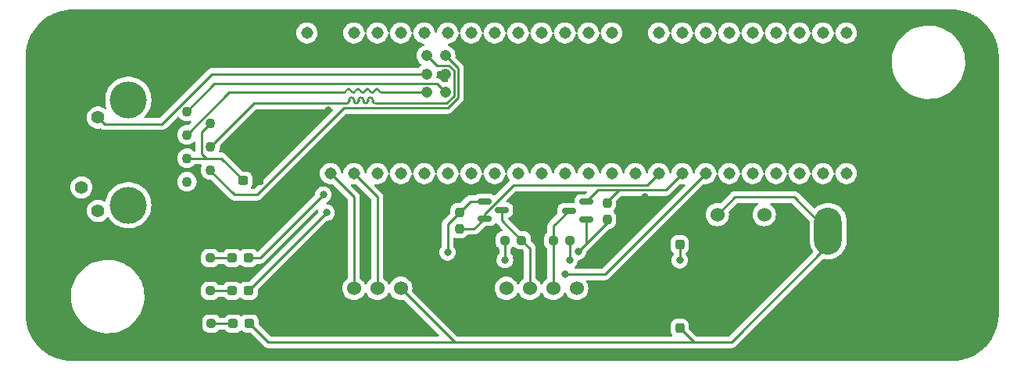
<source format=gbr>
%TF.GenerationSoftware,KiCad,Pcbnew,7.0.7*%
%TF.CreationDate,2023-11-02T23:29:55-05:00*%
%TF.ProjectId,Raman_Spectrometer_Board,52616d61-6e5f-4537-9065-6374726f6d65,rev?*%
%TF.SameCoordinates,Original*%
%TF.FileFunction,Copper,L1,Top*%
%TF.FilePolarity,Positive*%
%FSLAX46Y46*%
G04 Gerber Fmt 4.6, Leading zero omitted, Abs format (unit mm)*
G04 Created by KiCad (PCBNEW 7.0.7) date 2023-11-02 23:29:55*
%MOMM*%
%LPD*%
G01*
G04 APERTURE LIST*
G04 Aperture macros list*
%AMRoundRect*
0 Rectangle with rounded corners*
0 $1 Rounding radius*
0 $2 $3 $4 $5 $6 $7 $8 $9 X,Y pos of 4 corners*
0 Add a 4 corners polygon primitive as box body*
4,1,4,$2,$3,$4,$5,$6,$7,$8,$9,$2,$3,0*
0 Add four circle primitives for the rounded corners*
1,1,$1+$1,$2,$3*
1,1,$1+$1,$4,$5*
1,1,$1+$1,$6,$7*
1,1,$1+$1,$8,$9*
0 Add four rect primitives between the rounded corners*
20,1,$1+$1,$2,$3,$4,$5,0*
20,1,$1+$1,$4,$5,$6,$7,0*
20,1,$1+$1,$6,$7,$8,$9,0*
20,1,$1+$1,$8,$9,$2,$3,0*%
G04 Aperture macros list end*
%TA.AperFunction,SMDPad,CuDef*%
%ADD10RoundRect,0.237500X0.237500X-0.250000X0.237500X0.250000X-0.237500X0.250000X-0.237500X-0.250000X0*%
%TD*%
%TA.AperFunction,ComponentPad*%
%ADD11O,3.000000X5.100000*%
%TD*%
%TA.AperFunction,ComponentPad*%
%ADD12C,1.524000*%
%TD*%
%TA.AperFunction,ComponentPad*%
%ADD13C,1.100000*%
%TD*%
%TA.AperFunction,ComponentPad*%
%ADD14C,1.400000*%
%TD*%
%TA.AperFunction,ComponentPad*%
%ADD15C,4.000000*%
%TD*%
%TA.AperFunction,ComponentPad*%
%ADD16C,2.000000*%
%TD*%
%TA.AperFunction,SMDPad,CuDef*%
%ADD17RoundRect,0.237500X-0.287500X-0.237500X0.287500X-0.237500X0.287500X0.237500X-0.287500X0.237500X0*%
%TD*%
%TA.AperFunction,SMDPad,CuDef*%
%ADD18RoundRect,0.237500X0.237500X-0.300000X0.237500X0.300000X-0.237500X0.300000X-0.237500X-0.300000X0*%
%TD*%
%TA.AperFunction,SMDPad,CuDef*%
%ADD19RoundRect,0.237500X0.250000X0.237500X-0.250000X0.237500X-0.250000X-0.237500X0.250000X-0.237500X0*%
%TD*%
%TA.AperFunction,SMDPad,CuDef*%
%ADD20RoundRect,0.237500X-0.237500X0.250000X-0.237500X-0.250000X0.237500X-0.250000X0.237500X0.250000X0*%
%TD*%
%TA.AperFunction,SMDPad,CuDef*%
%ADD21RoundRect,0.150000X0.587500X0.150000X-0.587500X0.150000X-0.587500X-0.150000X0.587500X-0.150000X0*%
%TD*%
%TA.AperFunction,SMDPad,CuDef*%
%ADD22RoundRect,0.237500X-0.300000X-0.237500X0.300000X-0.237500X0.300000X0.237500X-0.300000X0.237500X0*%
%TD*%
%TA.AperFunction,ComponentPad*%
%ADD23C,1.308000*%
%TD*%
%TA.AperFunction,ComponentPad*%
%ADD24C,1.208000*%
%TD*%
%TA.AperFunction,SMDPad,CuDef*%
%ADD25RoundRect,0.150000X-0.587500X-0.150000X0.587500X-0.150000X0.587500X0.150000X-0.587500X0.150000X0*%
%TD*%
%TA.AperFunction,SMDPad,CuDef*%
%ADD26RoundRect,0.237500X-0.250000X-0.237500X0.250000X-0.237500X0.250000X0.237500X-0.250000X0.237500X0*%
%TD*%
%TA.AperFunction,ViaPad*%
%ADD27C,0.800000*%
%TD*%
%TA.AperFunction,Conductor*%
%ADD28C,0.254000*%
%TD*%
%TA.AperFunction,Conductor*%
%ADD29C,0.250000*%
%TD*%
G04 APERTURE END LIST*
D10*
%TO.P,R6,1*%
%TO.N,+3V3*%
X85344000Y-58579500D03*
%TO.P,R6,2*%
%TO.N,CCD_CLK_3V3*%
X85344000Y-56754500D03*
%TD*%
D11*
%TO.P,Conn1,1,GND*%
%TO.N,GND*%
X109284800Y-67691000D03*
%TO.P,Conn1,2,V+Log*%
%TO.N,+12V*%
X109284800Y-59817000D03*
%TD*%
D12*
%TO.P,Conn2,1*%
%TO.N,+5V*%
X82042000Y-66040000D03*
%TO.P,Conn2,2*%
%TO.N,CCD_CLK_5V*%
X79502000Y-66040000D03*
%TO.P,Conn2,3*%
%TO.N,CCD_ROG_5V*%
X76962000Y-66040000D03*
%TO.P,Conn2,4*%
%TO.N,CCD_Vout*%
X74422000Y-66040000D03*
%TO.P,Conn2,5*%
%TO.N,GND*%
X71882000Y-66040000D03*
%TD*%
D13*
%TO.P,J1,1*%
%TO.N,T+*%
X39826500Y-46863000D03*
%TO.P,J1,2*%
%TO.N,Net-(C1-Pad1)*%
X42366500Y-48133000D03*
%TO.P,J1,3*%
%TO.N,T-*%
X39826500Y-49403000D03*
%TO.P,J1,4*%
%TO.N,R+*%
X42366500Y-50673000D03*
%TO.P,J1,5*%
%TO.N,Net-(C1-Pad1)*%
X39826500Y-51943000D03*
%TO.P,J1,6*%
%TO.N,R-*%
X42366500Y-53213000D03*
%TO.P,J1,7*%
%TO.N,unconnected-(J1-Pad7)*%
X39826500Y-54483000D03*
%TO.P,J1,8*%
%TO.N,GND*%
X42366500Y-55753000D03*
D14*
%TO.P,J1,9*%
X28396500Y-44983000D03*
%TO.P,J1,10*%
%TO.N,LED*%
X30186500Y-47523000D03*
%TO.P,J1,11*%
%TO.N,unconnected-(J1-Pad11)*%
X28396500Y-55093000D03*
%TO.P,J1,12*%
%TO.N,unconnected-(J1-Pad12)*%
X30186500Y-57633000D03*
D15*
%TO.P,J1,13*%
%TO.N,N/C*%
X33476500Y-45593000D03*
%TO.P,J1,14*%
X33476500Y-57023000D03*
D16*
%TO.P,J1,SH*%
%TO.N,GND*%
X36526500Y-43433000D03*
X36526500Y-59183000D03*
%TD*%
D17*
%TO.P,D2,1,K*%
%TO.N,Net-(D2-K)*%
X44732000Y-66294000D03*
%TO.P,D2,2,A*%
%TO.N,+5V*%
X46482000Y-66294000D03*
%TD*%
D12*
%TO.P,U2,1,Vi*%
%TO.N,+12V*%
X97282000Y-58039000D03*
%TO.P,U2,2,GND*%
%TO.N,GND*%
X99822000Y-58039000D03*
%TO.P,U2,3,Vo*%
%TO.N,+5V*%
X102362000Y-58039000D03*
%TD*%
%TO.P,Conn3,1*%
%TO.N,+12V*%
X62992000Y-66040000D03*
%TO.P,Conn3,2*%
%TO.N,Red_LED*%
X60452000Y-66040000D03*
%TO.P,Conn3,3*%
%TO.N,Green_LED*%
X57912000Y-66040000D03*
%TO.P,Conn3,4*%
%TO.N,GND*%
X55372000Y-66040000D03*
X55372000Y-66040000D03*
%TD*%
D18*
%TO.P,C3,1*%
%TO.N,+5V*%
X93218000Y-61314500D03*
%TO.P,C3,2*%
%TO.N,GND*%
X93218000Y-59589500D03*
%TD*%
D17*
%TO.P,D1,1,K*%
%TO.N,Net-(D1-K)*%
X44732000Y-62738000D03*
%TO.P,D1,2,A*%
%TO.N,+3V3*%
X46482000Y-62738000D03*
%TD*%
D19*
%TO.P,R5,1*%
%TO.N,Net-(D3-K)*%
X42465000Y-69850000D03*
%TO.P,R5,2*%
%TO.N,GND*%
X40640000Y-69850000D03*
%TD*%
D20*
%TO.P,R7,1*%
%TO.N,+3V3*%
X69342000Y-57770500D03*
%TO.P,R7,2*%
%TO.N,CCD_ROG_3V3*%
X69342000Y-59595500D03*
%TD*%
D21*
%TO.P,Q1,1,G*%
%TO.N,+3V3*%
X83058000Y-58551000D03*
%TO.P,Q1,2,S*%
%TO.N,CCD_CLK_3V3*%
X83058000Y-56651000D03*
%TO.P,Q1,3,D*%
%TO.N,CCD_CLK_5V*%
X81183000Y-57601000D03*
%TD*%
D22*
%TO.P,C1,1*%
%TO.N,Net-(C1-Pad1)*%
X45873500Y-54356000D03*
%TO.P,C1,2*%
%TO.N,GND*%
X47598500Y-54356000D03*
%TD*%
D23*
%TO.P,U1,0,RX1*%
%TO.N,Green_LED*%
X55372000Y-53594000D03*
%TO.P,U1,1,TX1*%
%TO.N,Red_LED*%
X57912000Y-53594000D03*
%TO.P,U1,2,OUT2*%
%TO.N,unconnected-(U1-OUT2-Pad2)*%
X60452000Y-53594000D03*
%TO.P,U1,3,LRCLK2*%
%TO.N,unconnected-(U1-LRCLK2-Pad3)*%
X62992000Y-53594000D03*
%TO.P,U1,3.3V_1,3.3V*%
%TO.N,+3V3*%
X88392000Y-53594000D03*
%TO.P,U1,3.3V_2,3.3V*%
X57912000Y-38354000D03*
%TO.P,U1,4,BCLK2*%
%TO.N,unconnected-(U1-BCLK2-Pad4)*%
X65532000Y-53594000D03*
%TO.P,U1,5,IN2*%
%TO.N,unconnected-(U1-IN2-Pad5)*%
X68072000Y-53594000D03*
%TO.P,U1,6,OUT1D*%
%TO.N,unconnected-(U1-OUT1D-Pad6)*%
X70612000Y-53594000D03*
%TO.P,U1,7,RX2*%
%TO.N,unconnected-(U1-RX2-Pad7)*%
X73152000Y-53594000D03*
%TO.P,U1,8,TX2*%
%TO.N,unconnected-(U1-TX2-Pad8)*%
X75692000Y-53594000D03*
%TO.P,U1,9,OUT1C*%
%TO.N,unconnected-(U1-OUT1C-Pad9)*%
X78232000Y-53594000D03*
%TO.P,U1,10,CS1*%
%TO.N,unconnected-(U1-CS1-Pad10)*%
X80772000Y-53594000D03*
%TO.P,U1,11,MOSI*%
%TO.N,unconnected-(U1-MOSI-Pad11)*%
X83312000Y-53594000D03*
%TO.P,U1,12,MISO*%
%TO.N,unconnected-(U1-MISO-Pad12)*%
X85852000Y-53594000D03*
%TO.P,U1,13,SCK*%
%TO.N,unconnected-(U1-SCK-Pad13)*%
X85852000Y-38354000D03*
%TO.P,U1,14,A0*%
%TO.N,unconnected-(U1-A0-Pad14)*%
X83312000Y-38354000D03*
%TO.P,U1,15,A1*%
%TO.N,unconnected-(U1-A1-Pad15)*%
X80772000Y-38354000D03*
%TO.P,U1,16,A2*%
%TO.N,unconnected-(U1-A2-Pad16)*%
X78232000Y-38354000D03*
%TO.P,U1,17,A3*%
%TO.N,unconnected-(U1-A3-Pad17)*%
X75692000Y-38354000D03*
%TO.P,U1,18,A4*%
%TO.N,unconnected-(U1-A4-Pad18)*%
X73152000Y-38354000D03*
%TO.P,U1,19,A5*%
%TO.N,unconnected-(U1-A5-Pad19)*%
X70612000Y-38354000D03*
%TO.P,U1,20,A6*%
%TO.N,unconnected-(U1-A6-Pad20)*%
X68072000Y-38354000D03*
%TO.P,U1,21,A7*%
%TO.N,unconnected-(U1-A7-Pad21)*%
X65532000Y-38354000D03*
%TO.P,U1,22,A8*%
%TO.N,unconnected-(U1-A8-Pad22)*%
X62992000Y-38354000D03*
%TO.P,U1,23,A9*%
%TO.N,unconnected-(U1-A9-Pad23)*%
X60452000Y-38354000D03*
%TO.P,U1,24,A10*%
%TO.N,CCD_ROG_3V3*%
X90932000Y-53594000D03*
%TO.P,U1,25,A11*%
%TO.N,CCD_CLK_3V3*%
X93472000Y-53594000D03*
%TO.P,U1,26,A12*%
%TO.N,CCD_Vout*%
X96012000Y-53594000D03*
%TO.P,U1,27,A13*%
%TO.N,unconnected-(U1-A13-Pad27)*%
X98552000Y-53594000D03*
%TO.P,U1,28,RX7*%
%TO.N,unconnected-(U1-RX7-Pad28)*%
X101092000Y-53594000D03*
%TO.P,U1,29,TX7*%
%TO.N,unconnected-(U1-TX7-Pad29)*%
X103632000Y-53594000D03*
%TO.P,U1,30,CRX3*%
%TO.N,unconnected-(U1-CRX3-Pad30)*%
X106172000Y-53594000D03*
%TO.P,U1,31,CTX3*%
%TO.N,unconnected-(U1-CTX3-Pad31)*%
X108712000Y-53594000D03*
%TO.P,U1,32,OUT1B*%
%TO.N,unconnected-(U1-OUT1B-Pad32)*%
X111252000Y-53594000D03*
%TO.P,U1,33,MCLK2*%
%TO.N,unconnected-(U1-MCLK2-Pad33)*%
X111252000Y-38354000D03*
%TO.P,U1,34,RX8*%
%TO.N,unconnected-(U1-RX8-Pad34)*%
X108712000Y-38354000D03*
%TO.P,U1,35,TX8*%
%TO.N,unconnected-(U1-TX8-Pad35)*%
X106172000Y-38354000D03*
%TO.P,U1,36,CS2*%
%TO.N,unconnected-(U1-CS2-Pad36)*%
X103632000Y-38354000D03*
%TO.P,U1,37,CS3*%
%TO.N,unconnected-(U1-CS3-Pad37)*%
X101092000Y-38354000D03*
%TO.P,U1,38,A14*%
%TO.N,unconnected-(U1-A14-Pad38)*%
X98552000Y-38354000D03*
%TO.P,U1,39,A15*%
%TO.N,unconnected-(U1-A15-Pad39)*%
X96012000Y-38354000D03*
%TO.P,U1,40,A16*%
%TO.N,unconnected-(U1-A16-Pad40)*%
X93472000Y-38354000D03*
%TO.P,U1,41,A17*%
%TO.N,unconnected-(U1-A17-Pad41)*%
X90932000Y-38354000D03*
%TO.P,U1,GND1,GND*%
%TO.N,GND*%
X52832000Y-53594000D03*
%TO.P,U1,GND2,GND*%
X88392000Y-38354000D03*
%TO.P,U1,GND3,GND*%
X55372000Y-38354000D03*
D24*
%TO.P,U1,GND5,GND*%
X67802000Y-42804000D03*
%TO.P,U1,LED,LED*%
%TO.N,LED*%
X65802000Y-42804000D03*
%TO.P,U1,R+,R+*%
%TO.N,R+*%
X65802000Y-40804000D03*
%TO.P,U1,R-,R-*%
%TO.N,R-*%
X67802000Y-40804000D03*
%TO.P,U1,T+,T+*%
%TO.N,T+*%
X67802000Y-44804000D03*
%TO.P,U1,T-,T-*%
%TO.N,T-*%
X65802000Y-44804000D03*
D23*
%TO.P,U1,VIN,VIN*%
%TO.N,+5V*%
X52832000Y-38354000D03*
%TD*%
D19*
%TO.P,R3,1*%
%TO.N,Net-(D1-K)*%
X42352000Y-62738000D03*
%TO.P,R3,2*%
%TO.N,GND*%
X40527000Y-62738000D03*
%TD*%
%TO.P,R4,1*%
%TO.N,Net-(D2-K)*%
X42352000Y-66293934D03*
%TO.P,R4,2*%
%TO.N,GND*%
X40527000Y-66293934D03*
%TD*%
D17*
%TO.P,D3,1,K*%
%TO.N,Net-(D3-K)*%
X44845000Y-69850000D03*
%TO.P,D3,2,A*%
%TO.N,+12V*%
X46595000Y-69850000D03*
%TD*%
D25*
%TO.P,Q2,1,G*%
%TO.N,+3V3*%
X72039000Y-56585000D03*
%TO.P,Q2,2,S*%
%TO.N,CCD_ROG_3V3*%
X72039000Y-58485000D03*
%TO.P,Q2,3,D*%
%TO.N,CCD_ROG_5V*%
X73914000Y-57535000D03*
%TD*%
D26*
%TO.P,R2,1*%
%TO.N,+5V*%
X74271500Y-60837000D03*
%TO.P,R2,2*%
%TO.N,CCD_ROG_5V*%
X76096500Y-60837000D03*
%TD*%
D19*
%TO.P,R1,1*%
%TO.N,+5V*%
X81327122Y-60837000D03*
%TO.P,R1,2*%
%TO.N,CCD_CLK_5V*%
X79502122Y-60837000D03*
%TD*%
D18*
%TO.P,C2,1*%
%TO.N,+12V*%
X93218000Y-70358000D03*
%TO.P,C2,2*%
%TO.N,GND*%
X93218000Y-68633000D03*
%TD*%
D27*
%TO.N,GND*%
X89408000Y-56134000D03*
X59182000Y-56642000D03*
X55118000Y-46736000D03*
X77216000Y-59445000D03*
X52832000Y-47752000D03*
X78740000Y-58683000D03*
X47752000Y-49276000D03*
X59182000Y-64262000D03*
X76962000Y-56397000D03*
%TO.N,+5V*%
X93218000Y-62992000D03*
X81280000Y-62992000D03*
X54937000Y-57839000D03*
X74271500Y-62954500D03*
%TO.N,CCD_Vout*%
X80772000Y-64516000D03*
%TO.N,+3V3*%
X54610000Y-55880000D03*
X68072000Y-62138500D03*
X82210451Y-62052951D03*
%TD*%
D28*
%TO.N,Net-(C1-Pad1)*%
X45873500Y-54356000D02*
X45873500Y-54255500D01*
X41402000Y-49097500D02*
X42366500Y-48133000D01*
X43561000Y-51943000D02*
X41910000Y-51943000D01*
X41402000Y-51943000D02*
X39826500Y-51943000D01*
X41402000Y-49097500D02*
X41402000Y-51435000D01*
X41402000Y-51435000D02*
X41910000Y-51943000D01*
X41910000Y-51943000D02*
X41402000Y-51943000D01*
X45873500Y-54255500D02*
X43561000Y-51943000D01*
%TO.N,+12V*%
X98806000Y-71882000D02*
X109284800Y-61403200D01*
X93218000Y-70358000D02*
X94742000Y-71882000D01*
X48627000Y-71882000D02*
X68834000Y-71882000D01*
X99187000Y-56134000D02*
X97282000Y-58039000D01*
X48627000Y-71882000D02*
X46595000Y-69850000D01*
X109284800Y-59817000D02*
X105601800Y-56134000D01*
X62992000Y-66040000D02*
X68834000Y-71882000D01*
D29*
X109284800Y-61149200D02*
X109284800Y-59817000D01*
D28*
X94742000Y-71882000D02*
X98806000Y-71882000D01*
X109284800Y-61403200D02*
X109284800Y-59817000D01*
X68834000Y-71882000D02*
X94742000Y-71882000D01*
X105601800Y-56134000D02*
X99187000Y-56134000D01*
%TO.N,+5V*%
X93218000Y-61314500D02*
X93218000Y-62992000D01*
X81327122Y-62944878D02*
X81280000Y-62992000D01*
D29*
X74205500Y-62954500D02*
X74271500Y-62954500D01*
D28*
X81327122Y-60837000D02*
X81327122Y-62944878D01*
X46482000Y-66294000D02*
X54937000Y-57839000D01*
X74271500Y-60837000D02*
X74271500Y-62954500D01*
D29*
X74271500Y-62888500D02*
X74205500Y-62954500D01*
D28*
%TO.N,CCD_CLK_5V*%
X79502000Y-66040000D02*
X79502000Y-60837122D01*
D29*
X79502000Y-60836878D02*
X79502000Y-59282000D01*
D28*
X79502000Y-60837122D02*
X79502122Y-60837000D01*
D29*
X79502000Y-59282000D02*
X81183000Y-57601000D01*
X79502122Y-60837000D02*
X79502000Y-60836878D01*
D28*
%TO.N,CCD_ROG_5V*%
X76096500Y-60837000D02*
X73914000Y-58654500D01*
X76962000Y-61702500D02*
X76096500Y-60837000D01*
X73914000Y-58654500D02*
X73914000Y-57535000D01*
X76962000Y-66040000D02*
X76962000Y-61702500D01*
%TO.N,CCD_Vout*%
X96012000Y-53594000D02*
X85090000Y-64516000D01*
X85090000Y-64516000D02*
X80772000Y-64516000D01*
%TO.N,Red_LED*%
X60452000Y-56134000D02*
X57912000Y-53594000D01*
X60452000Y-66040000D02*
X60452000Y-56134000D01*
%TO.N,Green_LED*%
X55372000Y-53594000D02*
X57912000Y-56134000D01*
X57912000Y-56134000D02*
X57912000Y-66040000D01*
%TO.N,LED*%
X30886500Y-48223000D02*
X30186500Y-47523000D01*
X65802000Y-42804000D02*
X42540000Y-42804000D01*
X42540000Y-42804000D02*
X37121000Y-48223000D01*
X37121000Y-48223000D02*
X30886500Y-48223000D01*
%TO.N,T+*%
X67802000Y-44804000D02*
X66871000Y-43873000D01*
X42816500Y-43873000D02*
X39826500Y-46863000D01*
X66871000Y-43873000D02*
X42816500Y-43873000D01*
%TO.N,T-*%
X60828550Y-44804000D02*
X60960000Y-44804000D01*
X60960000Y-44804000D02*
X65802000Y-44804000D01*
X59812448Y-44804000D02*
X59944000Y-44804000D01*
X39826500Y-49403000D02*
X44425500Y-44804000D01*
X58288458Y-44427542D02*
X58420000Y-44427542D01*
X57780458Y-44804000D02*
X57912000Y-44804000D01*
X60320550Y-44427449D02*
X60452000Y-44427449D01*
X60640275Y-44615724D02*
X60640275Y-44615725D01*
X58796458Y-44804000D02*
X58928000Y-44804000D01*
X59116224Y-44615776D02*
X59116224Y-44615775D01*
X59304448Y-44427551D02*
X59436000Y-44427551D01*
X57272458Y-44427542D02*
X57404000Y-44427542D01*
X44425500Y-44804000D02*
X56896000Y-44804000D01*
X59624224Y-44615775D02*
X59624224Y-44615776D01*
X60132275Y-44615725D02*
X60132275Y-44615724D01*
X56896000Y-44804029D02*
G75*
G03*
X57084229Y-44615771I0J188229D01*
G01*
X57272458Y-44427529D02*
G75*
G03*
X57084229Y-44615771I42J-188271D01*
G01*
X60640200Y-44615725D02*
G75*
G03*
X60828550Y-44804000I188300J25D01*
G01*
X58928000Y-44804024D02*
G75*
G03*
X59116224Y-44615776I0J188224D01*
G01*
X57912000Y-44804029D02*
G75*
G03*
X58100229Y-44615771I0J188229D01*
G01*
X59624200Y-44615776D02*
G75*
G03*
X59812448Y-44804000I188200J-24D01*
G01*
X59304448Y-44427624D02*
G75*
G03*
X59116224Y-44615775I-48J-188176D01*
G01*
X60640251Y-44615724D02*
G75*
G03*
X60452000Y-44427449I-188251J24D01*
G01*
X57592258Y-44615771D02*
G75*
G03*
X57404000Y-44427542I-188258J-29D01*
G01*
X60320550Y-44427475D02*
G75*
G03*
X60132275Y-44615724I-50J-188225D01*
G01*
X58608258Y-44615771D02*
G75*
G03*
X58420000Y-44427542I-188258J-29D01*
G01*
X58288458Y-44427529D02*
G75*
G03*
X58100229Y-44615771I42J-188271D01*
G01*
X59944000Y-44803975D02*
G75*
G03*
X60132275Y-44615725I0J188275D01*
G01*
X57592300Y-44615771D02*
G75*
G03*
X57780458Y-44804000I188200J-29D01*
G01*
X58608300Y-44615771D02*
G75*
G03*
X58796458Y-44804000I188200J-29D01*
G01*
X59624249Y-44615775D02*
G75*
G03*
X59436000Y-44427551I-188249J-25D01*
G01*
%TO.N,R+*%
X58928000Y-45603505D02*
X58928000Y-45720000D01*
X47065500Y-45974000D02*
X57150000Y-45974000D01*
X59944000Y-45603533D02*
X59944000Y-45720000D01*
X57404000Y-45720000D02*
X57404000Y-45603505D01*
X68733000Y-45189633D02*
X68733000Y-42418367D01*
X60198000Y-45974000D02*
X65836000Y-45974000D01*
X59436000Y-45720000D02*
X59436000Y-45603533D01*
X67948633Y-45974000D02*
X68733000Y-45189633D01*
X42366500Y-50673000D02*
X47065500Y-45974000D01*
X66871000Y-41873000D02*
X65802000Y-40804000D01*
X65836000Y-45974000D02*
X67948633Y-45974000D01*
X68733000Y-42418367D02*
X68187633Y-41873000D01*
X57912000Y-45603505D02*
X57912000Y-45720000D01*
X58420000Y-45720000D02*
X58420000Y-45603505D01*
X68187633Y-41873000D02*
X66871000Y-41873000D01*
X59182000Y-45974000D02*
G75*
G03*
X59436000Y-45720000I0J254000D01*
G01*
X58928000Y-45720000D02*
G75*
G03*
X59182000Y-45974000I254000J0D01*
G01*
X58166000Y-45974000D02*
G75*
G03*
X58420000Y-45720000I0J254000D01*
G01*
X57658000Y-45349500D02*
G75*
G03*
X57404000Y-45603505I0J-254000D01*
G01*
X58927995Y-45603505D02*
G75*
G03*
X58674000Y-45349505I-253995J5D01*
G01*
X59944000Y-45720000D02*
G75*
G03*
X60198000Y-45974000I254000J0D01*
G01*
X59690000Y-45349500D02*
G75*
G03*
X59436000Y-45603533I0J-254000D01*
G01*
X59943967Y-45603533D02*
G75*
G03*
X59690000Y-45349533I-253967J33D01*
G01*
X57912000Y-45720000D02*
G75*
G03*
X58166000Y-45974000I254000J0D01*
G01*
X58674000Y-45349500D02*
G75*
G03*
X58420000Y-45603505I0J-254000D01*
G01*
X57911995Y-45603505D02*
G75*
G03*
X57658000Y-45349505I-253995J5D01*
G01*
X57150000Y-45974000D02*
G75*
G03*
X57404000Y-45720000I0J254000D01*
G01*
%TO.N,R-*%
X42366500Y-53288500D02*
X42366500Y-53213000D01*
X69187000Y-42189000D02*
X69187000Y-45377685D01*
X68082685Y-46482000D02*
X56808324Y-46482000D01*
X47410324Y-55880000D02*
X44958000Y-55880000D01*
X56808324Y-46482000D02*
X47410324Y-55880000D01*
X69187000Y-45377685D02*
X68082685Y-46482000D01*
X67802000Y-40804000D02*
X69187000Y-42189000D01*
X44958000Y-55880000D02*
X42366500Y-53288500D01*
%TO.N,Net-(D1-K)*%
X42352000Y-62738000D02*
X44732000Y-62738000D01*
%TO.N,CCD_CLK_3V3*%
X85344000Y-56642000D02*
X86614000Y-55372000D01*
D29*
X83058000Y-56651000D02*
X83058000Y-56642000D01*
D28*
X84337000Y-55372000D02*
X83058000Y-56651000D01*
X86614000Y-55372000D02*
X84337000Y-55372000D01*
X85344000Y-56754500D02*
X85344000Y-56642000D01*
X93472000Y-53594000D02*
X91694000Y-55372000D01*
X91694000Y-55372000D02*
X86614000Y-55372000D01*
%TO.N,CCD_ROG_3V3*%
X70928500Y-59595500D02*
X72039000Y-58485000D01*
X75184000Y-54864000D02*
X73914000Y-56134000D01*
X73902920Y-56134000D02*
X72039000Y-57997920D01*
X89662000Y-54864000D02*
X75184000Y-54864000D01*
X72039000Y-57997920D02*
X72039000Y-58485000D01*
X90932000Y-53594000D02*
X89662000Y-54864000D01*
X73914000Y-56134000D02*
X73902920Y-56134000D01*
X69342000Y-59595500D02*
X70928500Y-59595500D01*
%TO.N,+3V3*%
X70527500Y-56585000D02*
X72039000Y-56585000D01*
X47752000Y-62738000D02*
X54610000Y-55880000D01*
X68072000Y-59040500D02*
X68072000Y-62138500D01*
X46482000Y-62738000D02*
X47752000Y-62738000D01*
X83058000Y-61205402D02*
X83053701Y-61209701D01*
X69342000Y-57770500D02*
X70527500Y-56585000D01*
X83058000Y-58551000D02*
X83058000Y-61205402D01*
X85344000Y-58919402D02*
X83053701Y-61209701D01*
X83053701Y-61209701D02*
X82210451Y-62052951D01*
D29*
X72239000Y-56585000D02*
X72039000Y-56585000D01*
D28*
X85344000Y-58579500D02*
X85344000Y-58919402D01*
X69342000Y-57770500D02*
X68072000Y-59040500D01*
%TO.N,Net-(D2-K)*%
X42352066Y-66294000D02*
X42352000Y-66293934D01*
X44732000Y-66294000D02*
X42352066Y-66294000D01*
%TO.N,Net-(D3-K)*%
X42465000Y-69850000D02*
X44845000Y-69850000D01*
%TD*%
%TA.AperFunction,Conductor*%
%TO.N,GND*%
G36*
X57717613Y-54732160D02*
G01*
X57805020Y-54748500D01*
X57805021Y-54748500D01*
X58018978Y-54748500D01*
X58018980Y-54748500D01*
X58089618Y-54735295D01*
X58159133Y-54742326D01*
X58200084Y-54769503D01*
X59788180Y-56357599D01*
X59821665Y-56418922D01*
X59824499Y-56445280D01*
X59824499Y-64873601D01*
X59804814Y-64940640D01*
X59771623Y-64975176D01*
X59637375Y-65069177D01*
X59481175Y-65225377D01*
X59354466Y-65406338D01*
X59354465Y-65406340D01*
X59294382Y-65535189D01*
X59248209Y-65587628D01*
X59181016Y-65606780D01*
X59114135Y-65586564D01*
X59069618Y-65535189D01*
X59040896Y-65473595D01*
X59009534Y-65406339D01*
X58929926Y-65292646D01*
X58882827Y-65225381D01*
X58814283Y-65156837D01*
X58726620Y-65069174D01*
X58630020Y-65001534D01*
X58592376Y-64975175D01*
X58548751Y-64920598D01*
X58539500Y-64873600D01*
X58539500Y-56216964D01*
X58541228Y-56201314D01*
X58540946Y-56201288D01*
X58541680Y-56193525D01*
X58539500Y-56124154D01*
X58539500Y-56094528D01*
X58539500Y-56094524D01*
X58538627Y-56087614D01*
X58538168Y-56081785D01*
X58536700Y-56035057D01*
X58535447Y-56030745D01*
X58531082Y-56015720D01*
X58527138Y-55996674D01*
X58524616Y-55976707D01*
X58507403Y-55933233D01*
X58505515Y-55927716D01*
X58492467Y-55882805D01*
X58482223Y-55865484D01*
X58473661Y-55848007D01*
X58467820Y-55833255D01*
X58466253Y-55829297D01*
X58438764Y-55791462D01*
X58435561Y-55786585D01*
X58411764Y-55746346D01*
X58411759Y-55746339D01*
X58397531Y-55732112D01*
X58384896Y-55717320D01*
X58373063Y-55701033D01*
X58373060Y-55701031D01*
X58373060Y-55701030D01*
X58373059Y-55701029D01*
X58337035Y-55671228D01*
X58332713Y-55667294D01*
X57607149Y-54941730D01*
X57573664Y-54880407D01*
X57578648Y-54810715D01*
X57620520Y-54754782D01*
X57685984Y-54730365D01*
X57717613Y-54732160D01*
G37*
%TD.AperFunction*%
%TA.AperFunction,Conductor*%
G36*
X83097758Y-55511185D02*
G01*
X83143513Y-55563989D01*
X83153457Y-55633147D01*
X83124432Y-55696703D01*
X83118400Y-55703181D01*
X83007400Y-55814181D01*
X82946077Y-55847666D01*
X82919719Y-55850500D01*
X82404804Y-55850500D01*
X82367932Y-55853401D01*
X82367926Y-55853402D01*
X82210106Y-55899254D01*
X82210103Y-55899255D01*
X82068637Y-55982917D01*
X82068629Y-55982923D01*
X81952423Y-56099129D01*
X81952417Y-56099137D01*
X81868755Y-56240603D01*
X81868754Y-56240606D01*
X81822902Y-56398426D01*
X81822901Y-56398432D01*
X81820000Y-56435304D01*
X81820000Y-56676500D01*
X81800315Y-56743539D01*
X81747511Y-56789294D01*
X81696000Y-56800500D01*
X80529804Y-56800500D01*
X80492932Y-56803401D01*
X80492926Y-56803402D01*
X80335106Y-56849254D01*
X80335103Y-56849255D01*
X80193637Y-56932917D01*
X80193629Y-56932923D01*
X80077423Y-57049129D01*
X80077417Y-57049137D01*
X79993755Y-57190603D01*
X79993754Y-57190606D01*
X79947902Y-57348426D01*
X79947901Y-57348432D01*
X79945000Y-57385304D01*
X79945000Y-57816696D01*
X79947901Y-57853562D01*
X79947902Y-57853569D01*
X79949492Y-57859041D01*
X79949290Y-57928911D01*
X79918095Y-57981313D01*
X79118208Y-58781199D01*
X79105951Y-58791020D01*
X79106134Y-58791241D01*
X79100123Y-58796213D01*
X79052772Y-58846636D01*
X79031889Y-58867519D01*
X79031877Y-58867532D01*
X79027621Y-58873017D01*
X79023837Y-58877447D01*
X78991937Y-58911418D01*
X78991936Y-58911420D01*
X78982284Y-58928976D01*
X78971610Y-58945226D01*
X78959329Y-58961061D01*
X78959324Y-58961068D01*
X78940815Y-59003838D01*
X78938245Y-59009084D01*
X78915803Y-59049906D01*
X78910822Y-59069307D01*
X78904521Y-59087710D01*
X78896562Y-59106102D01*
X78896561Y-59106105D01*
X78889271Y-59152127D01*
X78888087Y-59157846D01*
X78876501Y-59202972D01*
X78876500Y-59202982D01*
X78876500Y-59223016D01*
X78874973Y-59242415D01*
X78871840Y-59262194D01*
X78871840Y-59262195D01*
X78876225Y-59308583D01*
X78876500Y-59314421D01*
X78876500Y-59894883D01*
X78856815Y-59961922D01*
X78817599Y-60000420D01*
X78791275Y-60016657D01*
X78791271Y-60016660D01*
X78669283Y-60138648D01*
X78578715Y-60285481D01*
X78578713Y-60285486D01*
X78560287Y-60341092D01*
X78524448Y-60449247D01*
X78524448Y-60449248D01*
X78524447Y-60449248D01*
X78514122Y-60550315D01*
X78514122Y-61123669D01*
X78514123Y-61123687D01*
X78524447Y-61224752D01*
X78544682Y-61285815D01*
X78569255Y-61359972D01*
X78578714Y-61388515D01*
X78578715Y-61388518D01*
X78606762Y-61433989D01*
X78669282Y-61535350D01*
X78791272Y-61657340D01*
X78815597Y-61672344D01*
X78862321Y-61724288D01*
X78874500Y-61777881D01*
X78874500Y-64873601D01*
X78854815Y-64940640D01*
X78821623Y-64975176D01*
X78687378Y-65069174D01*
X78531175Y-65225377D01*
X78404466Y-65406338D01*
X78404465Y-65406340D01*
X78344382Y-65535189D01*
X78298209Y-65587628D01*
X78231016Y-65606780D01*
X78164135Y-65586564D01*
X78119618Y-65535189D01*
X78090896Y-65473595D01*
X78059534Y-65406339D01*
X77979926Y-65292646D01*
X77932827Y-65225381D01*
X77864283Y-65156837D01*
X77776620Y-65069174D01*
X77680020Y-65001534D01*
X77642376Y-64975175D01*
X77598751Y-64920598D01*
X77589500Y-64873600D01*
X77589500Y-61785464D01*
X77591228Y-61769813D01*
X77590946Y-61769787D01*
X77591680Y-61762024D01*
X77591236Y-61747908D01*
X77589500Y-61692640D01*
X77589500Y-61663024D01*
X77588626Y-61656107D01*
X77588169Y-61650292D01*
X77587255Y-61621198D01*
X77586701Y-61603557D01*
X77581084Y-61584227D01*
X77577138Y-61565168D01*
X77574617Y-61545211D01*
X77574616Y-61545209D01*
X77574616Y-61545207D01*
X77557403Y-61501734D01*
X77555514Y-61496213D01*
X77542467Y-61451307D01*
X77532225Y-61433989D01*
X77523662Y-61416511D01*
X77516253Y-61397797D01*
X77516253Y-61397796D01*
X77488771Y-61359972D01*
X77485567Y-61355096D01*
X77461763Y-61314844D01*
X77461761Y-61314842D01*
X77461759Y-61314839D01*
X77447531Y-61300612D01*
X77434896Y-61285820D01*
X77423063Y-61269533D01*
X77423060Y-61269531D01*
X77423060Y-61269530D01*
X77423059Y-61269529D01*
X77387035Y-61239728D01*
X77382713Y-61235794D01*
X77120818Y-60973899D01*
X77087333Y-60912576D01*
X77084499Y-60886218D01*
X77084499Y-60550330D01*
X77084498Y-60550313D01*
X77074174Y-60449247D01*
X77074173Y-60449247D01*
X77019908Y-60285484D01*
X76929340Y-60138650D01*
X76807350Y-60016660D01*
X76660516Y-59926092D01*
X76496753Y-59871826D01*
X76496751Y-59871825D01*
X76395684Y-59861500D01*
X76395677Y-59861500D01*
X76059781Y-59861500D01*
X75992742Y-59841815D01*
X75972100Y-59825181D01*
X74655817Y-58508898D01*
X74622332Y-58447575D01*
X74627316Y-58377883D01*
X74669188Y-58321950D01*
X74708903Y-58302141D01*
X74733175Y-58295088D01*
X74761898Y-58286744D01*
X74903365Y-58203081D01*
X75019581Y-58086865D01*
X75103244Y-57945398D01*
X75149098Y-57787569D01*
X75152000Y-57750694D01*
X75152000Y-57319306D01*
X75151982Y-57319082D01*
X75149098Y-57282432D01*
X75149097Y-57282426D01*
X75103245Y-57124606D01*
X75103244Y-57124603D01*
X75103244Y-57124602D01*
X75019581Y-56983135D01*
X75019579Y-56983133D01*
X75019576Y-56983129D01*
X74903370Y-56866923D01*
X74903362Y-56866917D01*
X74774872Y-56790929D01*
X74761898Y-56783256D01*
X74761897Y-56783255D01*
X74761896Y-56783255D01*
X74761893Y-56783254D01*
X74604073Y-56737402D01*
X74604067Y-56737401D01*
X74567196Y-56734500D01*
X74567194Y-56734500D01*
X74500280Y-56734500D01*
X74433241Y-56714815D01*
X74387486Y-56662011D01*
X74377542Y-56592853D01*
X74406567Y-56529297D01*
X74412599Y-56522819D01*
X75407600Y-55527819D01*
X75468923Y-55494334D01*
X75495281Y-55491500D01*
X83030719Y-55491500D01*
X83097758Y-55511185D01*
G37*
%TD.AperFunction*%
%TA.AperFunction,Conductor*%
G36*
X93735898Y-54739192D02*
G01*
X93790576Y-54782690D01*
X93813059Y-54848843D01*
X93796206Y-54916650D01*
X93776849Y-54941731D01*
X84866400Y-63852181D01*
X84805077Y-63885666D01*
X84778719Y-63888500D01*
X81959728Y-63888500D01*
X81892689Y-63868815D01*
X81846934Y-63816011D01*
X81836990Y-63746853D01*
X81866015Y-63683297D01*
X81881174Y-63669383D01*
X81881042Y-63669236D01*
X81885865Y-63664891D01*
X81885871Y-63664888D01*
X82012533Y-63524216D01*
X82107179Y-63360284D01*
X82165674Y-63180256D01*
X82177841Y-63064488D01*
X82204426Y-62999875D01*
X82261723Y-62959890D01*
X82301162Y-62953451D01*
X82305095Y-62953451D01*
X82305097Y-62953451D01*
X82490254Y-62914095D01*
X82663181Y-62837102D01*
X82816322Y-62725839D01*
X82942984Y-62585167D01*
X83037630Y-62421235D01*
X83096125Y-62241207D01*
X83113440Y-62076456D01*
X83140023Y-62011845D01*
X83149070Y-62001749D01*
X83443043Y-61707776D01*
X83455325Y-61697939D01*
X83455144Y-61697720D01*
X83461156Y-61692745D01*
X83461162Y-61692742D01*
X83488449Y-61663684D01*
X83508678Y-61642143D01*
X83542763Y-61608058D01*
X83542763Y-61608057D01*
X85547049Y-59603770D01*
X85608370Y-59570287D01*
X85628432Y-59567613D01*
X85630662Y-59567499D01*
X85630676Y-59567499D01*
X85731753Y-59557174D01*
X85895516Y-59502908D01*
X86042350Y-59412340D01*
X86164340Y-59290350D01*
X86254908Y-59143516D01*
X86309174Y-58979753D01*
X86319500Y-58878677D01*
X86319499Y-58280324D01*
X86318373Y-58269304D01*
X86309174Y-58179247D01*
X86296368Y-58140602D01*
X86254908Y-58015484D01*
X86164340Y-57868650D01*
X86050371Y-57754681D01*
X86016886Y-57693358D01*
X86021870Y-57623666D01*
X86050371Y-57579319D01*
X86102543Y-57527147D01*
X86164340Y-57465350D01*
X86254908Y-57318516D01*
X86309174Y-57154753D01*
X86319500Y-57053677D01*
X86319499Y-56605279D01*
X86339183Y-56538241D01*
X86355813Y-56517604D01*
X86837599Y-56035819D01*
X86898923Y-56002334D01*
X86925281Y-55999500D01*
X91611033Y-55999500D01*
X91626681Y-56001227D01*
X91626708Y-56000946D01*
X91634475Y-56001680D01*
X91634476Y-56001679D01*
X91634477Y-56001680D01*
X91703860Y-55999500D01*
X91733476Y-55999500D01*
X91740378Y-55998627D01*
X91746190Y-55998169D01*
X91792943Y-55996701D01*
X91812272Y-55991084D01*
X91831328Y-55987137D01*
X91851293Y-55984616D01*
X91894770Y-55967401D01*
X91900276Y-55965516D01*
X91945191Y-55952468D01*
X91962515Y-55942221D01*
X91979983Y-55933663D01*
X91998703Y-55926253D01*
X92036542Y-55898759D01*
X92041391Y-55895574D01*
X92081656Y-55871763D01*
X92095897Y-55857520D01*
X92110678Y-55844897D01*
X92126967Y-55833063D01*
X92126969Y-55833059D01*
X92126971Y-55833059D01*
X92138845Y-55818703D01*
X92156776Y-55797028D01*
X92160689Y-55792728D01*
X93183917Y-54769500D01*
X93245238Y-54736017D01*
X93294380Y-54735295D01*
X93365020Y-54748500D01*
X93365021Y-54748500D01*
X93578978Y-54748500D01*
X93578980Y-54748500D01*
X93666384Y-54732161D01*
X93735898Y-54739192D01*
G37*
%TD.AperFunction*%
%TA.AperFunction,Conductor*%
G36*
X55569082Y-46621185D02*
G01*
X55614837Y-46673989D01*
X55624781Y-46743147D01*
X55595756Y-46806703D01*
X55589724Y-46813181D01*
X47186724Y-55216181D01*
X47125401Y-55249666D01*
X47099043Y-55252500D01*
X46855789Y-55252500D01*
X46788750Y-55232815D01*
X46742995Y-55180011D01*
X46733051Y-55110853D01*
X46754244Y-55061543D01*
X46752548Y-55060497D01*
X46756338Y-55054351D01*
X46756340Y-55054350D01*
X46846908Y-54907516D01*
X46901174Y-54743753D01*
X46911500Y-54642677D01*
X46911499Y-54069324D01*
X46910263Y-54057228D01*
X46901174Y-53968247D01*
X46889621Y-53933382D01*
X46846908Y-53804484D01*
X46756340Y-53657650D01*
X46634350Y-53535660D01*
X46538091Y-53476287D01*
X46487518Y-53445093D01*
X46487513Y-53445091D01*
X46486069Y-53444612D01*
X46323753Y-53390826D01*
X46323751Y-53390825D01*
X46222684Y-53380500D01*
X46222677Y-53380500D01*
X45937281Y-53380500D01*
X45870242Y-53360815D01*
X45849600Y-53344181D01*
X44063376Y-51557957D01*
X44053531Y-51545668D01*
X44053313Y-51545849D01*
X44048340Y-51539838D01*
X44047493Y-51539043D01*
X43997741Y-51492322D01*
X43987268Y-51481849D01*
X43976797Y-51471377D01*
X43971296Y-51467111D01*
X43966848Y-51463312D01*
X43932768Y-51431308D01*
X43932763Y-51431304D01*
X43915122Y-51421606D01*
X43898857Y-51410922D01*
X43882963Y-51398593D01*
X43882962Y-51398592D01*
X43867804Y-51392032D01*
X43840054Y-51380023D01*
X43834807Y-51377453D01*
X43793837Y-51354929D01*
X43793828Y-51354926D01*
X43774334Y-51349920D01*
X43755933Y-51343620D01*
X43737459Y-51335626D01*
X43737452Y-51335624D01*
X43691287Y-51328313D01*
X43685563Y-51327128D01*
X43640279Y-51315500D01*
X43640272Y-51315500D01*
X43620142Y-51315500D01*
X43600743Y-51313973D01*
X43580868Y-51310825D01*
X43580867Y-51310825D01*
X43534321Y-51315225D01*
X43528483Y-51315500D01*
X43421108Y-51315500D01*
X43354069Y-51295815D01*
X43308314Y-51243011D01*
X43298370Y-51173853D01*
X43311750Y-51133046D01*
X43313612Y-51129562D01*
X43341732Y-51076954D01*
X43401800Y-50878934D01*
X43422083Y-50673000D01*
X43412753Y-50578276D01*
X43425772Y-50509632D01*
X43448472Y-50478445D01*
X47289099Y-46637819D01*
X47350423Y-46604334D01*
X47376781Y-46601500D01*
X55502043Y-46601500D01*
X55569082Y-46621185D01*
G37*
%TD.AperFunction*%
%TA.AperFunction,Conductor*%
G36*
X67943391Y-42520185D02*
G01*
X67964033Y-42536819D01*
X68069181Y-42641967D01*
X68102666Y-42703290D01*
X68105500Y-42729648D01*
X68105500Y-43587774D01*
X68085815Y-43654813D01*
X68033011Y-43700568D01*
X67963853Y-43710512D01*
X67958716Y-43709663D01*
X67951871Y-43708383D01*
X67904347Y-43699500D01*
X67699653Y-43699500D01*
X67699646Y-43699500D01*
X67667232Y-43705559D01*
X67597717Y-43698526D01*
X67556770Y-43671351D01*
X67373376Y-43487957D01*
X67363531Y-43475668D01*
X67363313Y-43475849D01*
X67358340Y-43469838D01*
X67307741Y-43422322D01*
X67297268Y-43411849D01*
X67286797Y-43401377D01*
X67281296Y-43397111D01*
X67276848Y-43393312D01*
X67242768Y-43361308D01*
X67242763Y-43361304D01*
X67225122Y-43351606D01*
X67208857Y-43340922D01*
X67192963Y-43328593D01*
X67192962Y-43328592D01*
X67177804Y-43322032D01*
X67150054Y-43310023D01*
X67144807Y-43307453D01*
X67103837Y-43284929D01*
X67103828Y-43284926D01*
X67084334Y-43279920D01*
X67065933Y-43273620D01*
X67047459Y-43265626D01*
X67047452Y-43265624D01*
X67006939Y-43259208D01*
X67001282Y-43258312D01*
X66995563Y-43257128D01*
X66956519Y-43247103D01*
X66896481Y-43211365D01*
X66865296Y-43148841D01*
X66868091Y-43093065D01*
X66868252Y-43092500D01*
X66892345Y-43007821D01*
X66911232Y-42804000D01*
X66895658Y-42635941D01*
X66909074Y-42567372D01*
X66957431Y-42516940D01*
X67019130Y-42500500D01*
X67876352Y-42500500D01*
X67943391Y-42520185D01*
G37*
%TD.AperFunction*%
%TA.AperFunction,Conductor*%
G36*
X122899525Y-35823496D02*
G01*
X123104732Y-35832456D01*
X123109654Y-35832870D01*
X123327755Y-35860056D01*
X123532849Y-35887058D01*
X123537420Y-35887837D01*
X123752399Y-35932913D01*
X123954714Y-35977766D01*
X123958969Y-35978869D01*
X124077715Y-36014222D01*
X124169449Y-36041533D01*
X124222220Y-36058171D01*
X124367378Y-36103939D01*
X124371180Y-36105277D01*
X124575265Y-36184912D01*
X124575908Y-36185163D01*
X124767763Y-36264632D01*
X124771234Y-36266196D01*
X124968710Y-36362737D01*
X124968733Y-36362748D01*
X125153061Y-36458704D01*
X125156169Y-36460437D01*
X125278039Y-36533054D01*
X125345108Y-36573019D01*
X125520522Y-36684771D01*
X125523212Y-36686586D01*
X125702304Y-36814456D01*
X125867405Y-36941142D01*
X125869733Y-36943019D01*
X126037753Y-37085323D01*
X126192324Y-37226962D01*
X126349037Y-37383675D01*
X126490676Y-37538246D01*
X126632979Y-37706265D01*
X126634856Y-37708593D01*
X126761543Y-37873695D01*
X126889412Y-38052786D01*
X126891244Y-38055501D01*
X127002986Y-38230901D01*
X127115561Y-38419829D01*
X127117294Y-38422937D01*
X127213251Y-38607266D01*
X127309786Y-38804731D01*
X127311366Y-38808235D01*
X127390836Y-39000091D01*
X127409669Y-39048355D01*
X127470708Y-39204785D01*
X127472072Y-39208657D01*
X127534466Y-39406549D01*
X127597124Y-39617014D01*
X127598232Y-39621286D01*
X127643099Y-39823663D01*
X127688157Y-40038559D01*
X127688946Y-40043191D01*
X127715952Y-40248318D01*
X127743126Y-40466322D01*
X127743543Y-40471288D01*
X127752512Y-40676701D01*
X127761500Y-40894000D01*
X127761500Y-68834000D01*
X127752512Y-69051298D01*
X127743543Y-69256710D01*
X127743126Y-69261676D01*
X127715952Y-69479681D01*
X127688946Y-69684807D01*
X127688157Y-69689439D01*
X127643099Y-69904336D01*
X127598232Y-70106712D01*
X127597124Y-70110984D01*
X127534466Y-70321450D01*
X127472072Y-70519341D01*
X127470700Y-70523236D01*
X127390836Y-70727908D01*
X127311366Y-70919763D01*
X127309786Y-70923267D01*
X127213251Y-71120733D01*
X127117294Y-71305061D01*
X127115561Y-71308169D01*
X127002986Y-71497098D01*
X126891244Y-71672497D01*
X126889412Y-71675212D01*
X126761543Y-71854304D01*
X126634856Y-72019405D01*
X126632979Y-72021733D01*
X126490676Y-72189753D01*
X126349037Y-72344324D01*
X126192324Y-72501037D01*
X126037753Y-72642676D01*
X125869733Y-72784979D01*
X125867405Y-72786856D01*
X125702304Y-72913543D01*
X125523212Y-73041412D01*
X125520497Y-73043244D01*
X125345098Y-73154986D01*
X125156169Y-73267561D01*
X125153061Y-73269294D01*
X124968733Y-73365251D01*
X124771267Y-73461786D01*
X124767763Y-73463366D01*
X124575908Y-73542836D01*
X124371236Y-73622700D01*
X124367341Y-73624072D01*
X124169450Y-73686466D01*
X123958984Y-73749124D01*
X123954712Y-73750232D01*
X123752336Y-73795099D01*
X123537439Y-73840157D01*
X123532807Y-73840946D01*
X123327681Y-73867952D01*
X123109676Y-73895126D01*
X123104710Y-73895543D01*
X122899298Y-73904512D01*
X122682000Y-73913500D01*
X27432000Y-73913500D01*
X27214701Y-73904512D01*
X27009288Y-73895543D01*
X27004322Y-73895126D01*
X26786318Y-73867952D01*
X26581191Y-73840946D01*
X26576559Y-73840157D01*
X26361663Y-73795099D01*
X26159286Y-73750232D01*
X26155014Y-73749124D01*
X25944549Y-73686466D01*
X25746657Y-73624072D01*
X25742785Y-73622708D01*
X25610255Y-73570995D01*
X25538091Y-73542836D01*
X25346235Y-73463366D01*
X25342731Y-73461786D01*
X25145266Y-73365251D01*
X24960937Y-73269294D01*
X24957829Y-73267561D01*
X24768901Y-73154986D01*
X24593501Y-73043244D01*
X24590786Y-73041412D01*
X24411695Y-72913543D01*
X24246593Y-72786856D01*
X24244265Y-72784979D01*
X24076246Y-72642676D01*
X23921675Y-72501037D01*
X23764962Y-72344324D01*
X23710748Y-72285160D01*
X23623319Y-72189748D01*
X23481019Y-72021733D01*
X23479142Y-72019405D01*
X23352456Y-71854304D01*
X23224586Y-71675212D01*
X23222771Y-71672522D01*
X23111013Y-71497098D01*
X23071054Y-71430039D01*
X22998437Y-71308169D01*
X22996704Y-71305061D01*
X22900748Y-71120733D01*
X22804196Y-70923234D01*
X22802632Y-70919763D01*
X22723163Y-70727908D01*
X22722912Y-70727265D01*
X22643277Y-70523180D01*
X22641939Y-70519378D01*
X22579533Y-70321449D01*
X22524521Y-70136669D01*
X22516869Y-70110969D01*
X22515766Y-70106712D01*
X22494062Y-70008813D01*
X22470913Y-69904399D01*
X22425837Y-69689420D01*
X22425058Y-69684849D01*
X22398047Y-69479681D01*
X22370870Y-69261654D01*
X22370456Y-69256732D01*
X22361487Y-69051298D01*
X22352500Y-68834000D01*
X22352500Y-68833500D01*
X22352500Y-67028187D01*
X27264590Y-67028187D01*
X27294230Y-67423711D01*
X27294231Y-67423724D01*
X27363108Y-67814339D01*
X27470530Y-68196137D01*
X27470534Y-68196151D01*
X27615435Y-68565353D01*
X27615440Y-68565365D01*
X27796386Y-68918314D01*
X27796397Y-68918333D01*
X27854870Y-69008867D01*
X28011586Y-69251509D01*
X28193547Y-69479681D01*
X28258895Y-69561625D01*
X28436766Y-69743986D01*
X28535833Y-69845554D01*
X28839676Y-70100508D01*
X29167394Y-70323942D01*
X29515730Y-70513636D01*
X29881223Y-70667704D01*
X29881232Y-70667706D01*
X29881238Y-70667709D01*
X30260235Y-70784614D01*
X30260248Y-70784617D01*
X30559850Y-70845183D01*
X30649014Y-70863208D01*
X30987300Y-70897058D01*
X31043680Y-70902700D01*
X31043681Y-70902700D01*
X31341103Y-70902700D01*
X31539130Y-70892816D01*
X31638145Y-70887875D01*
X32030353Y-70828759D01*
X32414726Y-70730886D01*
X32787445Y-70595228D01*
X33144803Y-70423133D01*
X33483251Y-70216312D01*
X33588394Y-70136669D01*
X41477000Y-70136669D01*
X41477001Y-70136687D01*
X41487325Y-70237752D01*
X41515886Y-70323942D01*
X41539339Y-70394718D01*
X41541592Y-70401515D01*
X41541593Y-70401518D01*
X41554925Y-70423133D01*
X41632160Y-70548350D01*
X41754150Y-70670340D01*
X41900984Y-70760908D01*
X42064747Y-70815174D01*
X42165823Y-70825500D01*
X42764176Y-70825499D01*
X42764184Y-70825498D01*
X42764187Y-70825498D01*
X42819530Y-70819844D01*
X42865253Y-70815174D01*
X43029016Y-70760908D01*
X43175850Y-70670340D01*
X43297840Y-70548350D01*
X43305208Y-70536403D01*
X43357154Y-70489680D01*
X43410747Y-70477500D01*
X43861753Y-70477500D01*
X43928792Y-70497185D01*
X43967290Y-70536402D01*
X43974660Y-70548350D01*
X44096650Y-70670340D01*
X44243484Y-70760908D01*
X44407247Y-70815174D01*
X44508323Y-70825500D01*
X45181676Y-70825499D01*
X45181684Y-70825498D01*
X45181687Y-70825498D01*
X45237030Y-70819844D01*
X45282753Y-70815174D01*
X45446516Y-70760908D01*
X45593350Y-70670340D01*
X45632319Y-70631371D01*
X45693642Y-70597886D01*
X45763334Y-70602870D01*
X45807681Y-70631371D01*
X45846650Y-70670340D01*
X45993484Y-70760908D01*
X46157247Y-70815174D01*
X46258323Y-70825500D01*
X46631718Y-70825499D01*
X46698757Y-70845183D01*
X46719399Y-70861818D01*
X48124624Y-72267043D01*
X48134471Y-72279333D01*
X48134689Y-72279154D01*
X48139657Y-72285160D01*
X48190257Y-72332677D01*
X48211201Y-72353620D01*
X48211207Y-72353626D01*
X48216697Y-72357883D01*
X48221148Y-72361684D01*
X48255235Y-72393695D01*
X48255237Y-72393696D01*
X48272867Y-72403387D01*
X48289135Y-72414072D01*
X48305038Y-72426408D01*
X48347945Y-72444975D01*
X48353181Y-72447539D01*
X48378089Y-72461233D01*
X48394158Y-72470068D01*
X48394160Y-72470069D01*
X48394166Y-72470072D01*
X48413240Y-72474969D01*
X48413660Y-72475077D01*
X48432064Y-72481377D01*
X48450542Y-72489374D01*
X48494038Y-72496262D01*
X48496724Y-72496688D01*
X48502429Y-72497869D01*
X48547728Y-72509500D01*
X48567858Y-72509500D01*
X48587257Y-72511027D01*
X48607133Y-72514175D01*
X48649779Y-72510143D01*
X48653679Y-72509775D01*
X48659517Y-72509500D01*
X68754728Y-72509500D01*
X68774858Y-72509500D01*
X68794257Y-72511027D01*
X68814133Y-72514175D01*
X68856779Y-72510143D01*
X68860679Y-72509775D01*
X68866517Y-72509500D01*
X94662728Y-72509500D01*
X94682864Y-72509500D01*
X94702263Y-72511027D01*
X94722133Y-72514174D01*
X94768670Y-72509774D01*
X94774507Y-72509500D01*
X98723033Y-72509500D01*
X98738681Y-72511227D01*
X98738708Y-72510946D01*
X98746475Y-72511680D01*
X98746476Y-72511679D01*
X98746477Y-72511680D01*
X98815860Y-72509500D01*
X98845476Y-72509500D01*
X98852378Y-72508627D01*
X98858190Y-72508169D01*
X98904943Y-72506701D01*
X98924272Y-72501084D01*
X98943328Y-72497137D01*
X98963293Y-72494616D01*
X99006770Y-72477401D01*
X99012276Y-72475516D01*
X99057191Y-72462468D01*
X99074515Y-72452221D01*
X99091983Y-72443663D01*
X99110703Y-72436253D01*
X99148542Y-72408759D01*
X99153391Y-72405574D01*
X99193656Y-72381763D01*
X99207897Y-72367520D01*
X99222678Y-72354897D01*
X99238967Y-72343063D01*
X99238969Y-72343059D01*
X99238971Y-72343059D01*
X99250845Y-72328703D01*
X99268776Y-72307028D01*
X99272689Y-72302728D01*
X108724686Y-62850731D01*
X108786007Y-62817248D01*
X108838720Y-62817248D01*
X108999367Y-62852195D01*
X108999368Y-62852195D01*
X108999372Y-62852196D01*
X109253020Y-62870337D01*
X109284799Y-62872610D01*
X109284800Y-62872610D01*
X109284801Y-62872610D01*
X109313395Y-62870564D01*
X109570228Y-62852196D01*
X109576954Y-62850733D01*
X109849837Y-62791371D01*
X109849837Y-62791370D01*
X109849846Y-62791369D01*
X110117961Y-62691367D01*
X110369115Y-62554226D01*
X110598195Y-62382739D01*
X110800539Y-62180395D01*
X110972026Y-61951315D01*
X111109167Y-61700161D01*
X111209169Y-61432046D01*
X111240980Y-61285815D01*
X111269995Y-61152433D01*
X111269995Y-61152432D01*
X111269996Y-61152428D01*
X111285300Y-60938448D01*
X111285300Y-58695552D01*
X111269996Y-58481572D01*
X111268346Y-58473989D01*
X111209171Y-58201962D01*
X111209170Y-58201960D01*
X111209169Y-58201954D01*
X111109167Y-57933839D01*
X111108779Y-57933129D01*
X110972029Y-57682690D01*
X110972024Y-57682682D01*
X110800545Y-57453612D01*
X110800529Y-57453594D01*
X110598205Y-57251270D01*
X110598187Y-57251254D01*
X110369117Y-57079775D01*
X110369109Y-57079770D01*
X110117966Y-56942635D01*
X110117967Y-56942635D01*
X109914361Y-56866694D01*
X109849846Y-56842631D01*
X109849843Y-56842630D01*
X109849837Y-56842628D01*
X109570233Y-56781804D01*
X109284801Y-56761390D01*
X109284799Y-56761390D01*
X108999366Y-56781804D01*
X108719762Y-56842628D01*
X108451633Y-56942635D01*
X108200490Y-57079770D01*
X108200482Y-57079775D01*
X107971412Y-57251254D01*
X107971394Y-57251270D01*
X107876623Y-57346042D01*
X107815300Y-57379527D01*
X107745608Y-57374543D01*
X107701261Y-57346042D01*
X106104176Y-55748957D01*
X106094331Y-55736668D01*
X106094113Y-55736849D01*
X106089140Y-55730838D01*
X106083146Y-55725209D01*
X106038541Y-55683322D01*
X106024589Y-55669370D01*
X106017597Y-55662377D01*
X106012096Y-55658111D01*
X106007648Y-55654312D01*
X105973568Y-55622308D01*
X105973563Y-55622304D01*
X105955922Y-55612606D01*
X105939657Y-55601922D01*
X105923763Y-55589593D01*
X105923762Y-55589592D01*
X105901012Y-55579747D01*
X105880854Y-55571023D01*
X105875607Y-55568453D01*
X105834637Y-55545929D01*
X105834628Y-55545926D01*
X105815134Y-55540920D01*
X105796733Y-55534620D01*
X105778259Y-55526626D01*
X105778252Y-55526624D01*
X105732087Y-55519313D01*
X105726363Y-55518128D01*
X105681079Y-55506500D01*
X105681072Y-55506500D01*
X105660942Y-55506500D01*
X105641543Y-55504973D01*
X105621668Y-55501825D01*
X105621667Y-55501825D01*
X105575121Y-55506225D01*
X105569283Y-55506500D01*
X99269967Y-55506500D01*
X99254318Y-55504772D01*
X99254292Y-55505054D01*
X99246524Y-55504319D01*
X99177140Y-55506500D01*
X99147522Y-55506500D01*
X99140618Y-55507371D01*
X99134800Y-55507829D01*
X99088057Y-55509298D01*
X99068713Y-55514918D01*
X99049669Y-55518862D01*
X99046709Y-55519235D01*
X99029707Y-55521384D01*
X99029703Y-55521385D01*
X99029700Y-55521386D01*
X98986235Y-55538594D01*
X98980710Y-55540485D01*
X98935809Y-55553531D01*
X98935806Y-55553533D01*
X98918480Y-55563779D01*
X98901010Y-55572337D01*
X98882298Y-55579745D01*
X98844463Y-55607233D01*
X98839580Y-55610440D01*
X98799346Y-55634234D01*
X98785106Y-55648474D01*
X98770320Y-55661102D01*
X98754033Y-55672936D01*
X98754032Y-55672936D01*
X98724227Y-55708963D01*
X98720295Y-55713285D01*
X97663564Y-56770015D01*
X97602241Y-56803500D01*
X97543791Y-56802109D01*
X97502073Y-56790931D01*
X97502070Y-56790930D01*
X97502068Y-56790930D01*
X97373317Y-56779666D01*
X97282002Y-56771677D01*
X97281998Y-56771677D01*
X97061937Y-56790929D01*
X97061929Y-56790930D01*
X96848554Y-56848104D01*
X96848548Y-56848107D01*
X96648340Y-56941465D01*
X96648338Y-56941466D01*
X96467377Y-57068175D01*
X96311175Y-57224377D01*
X96184466Y-57405338D01*
X96184465Y-57405340D01*
X96091107Y-57605548D01*
X96091104Y-57605554D01*
X96033930Y-57818929D01*
X96033929Y-57818937D01*
X96014677Y-58038997D01*
X96014677Y-58039002D01*
X96033929Y-58259062D01*
X96033930Y-58259070D01*
X96091104Y-58472445D01*
X96091105Y-58472447D01*
X96091106Y-58472450D01*
X96164670Y-58630209D01*
X96184466Y-58672662D01*
X96184468Y-58672666D01*
X96311170Y-58853615D01*
X96311175Y-58853621D01*
X96467378Y-59009824D01*
X96467384Y-59009829D01*
X96648333Y-59136531D01*
X96648335Y-59136532D01*
X96648338Y-59136534D01*
X96848550Y-59229894D01*
X97061932Y-59287070D01*
X97219123Y-59300822D01*
X97281998Y-59306323D01*
X97282000Y-59306323D01*
X97282002Y-59306323D01*
X97337016Y-59301509D01*
X97502068Y-59287070D01*
X97715450Y-59229894D01*
X97915662Y-59136534D01*
X98096620Y-59009826D01*
X98252826Y-58853620D01*
X98379534Y-58672662D01*
X98472894Y-58472450D01*
X98530070Y-58259068D01*
X98549323Y-58039000D01*
X98549270Y-58038397D01*
X98536716Y-57894899D01*
X98530070Y-57818932D01*
X98518889Y-57777207D01*
X98520553Y-57707357D01*
X98550982Y-57657435D01*
X99410599Y-56797819D01*
X99471923Y-56764334D01*
X99498281Y-56761500D01*
X101592079Y-56761500D01*
X101659118Y-56781185D01*
X101704873Y-56833989D01*
X101714817Y-56903147D01*
X101685792Y-56966703D01*
X101663202Y-56987075D01*
X101547377Y-57068175D01*
X101391175Y-57224377D01*
X101264466Y-57405338D01*
X101264465Y-57405340D01*
X101171107Y-57605548D01*
X101171104Y-57605554D01*
X101113930Y-57818929D01*
X101113929Y-57818937D01*
X101094677Y-58038997D01*
X101094677Y-58039002D01*
X101113929Y-58259062D01*
X101113930Y-58259070D01*
X101171104Y-58472445D01*
X101171105Y-58472447D01*
X101171106Y-58472450D01*
X101244670Y-58630209D01*
X101264466Y-58672662D01*
X101264468Y-58672666D01*
X101391170Y-58853615D01*
X101391175Y-58853621D01*
X101547378Y-59009824D01*
X101547384Y-59009829D01*
X101728333Y-59136531D01*
X101728335Y-59136532D01*
X101728338Y-59136534D01*
X101928550Y-59229894D01*
X102141932Y-59287070D01*
X102299123Y-59300822D01*
X102361998Y-59306323D01*
X102362000Y-59306323D01*
X102362002Y-59306323D01*
X102417016Y-59301509D01*
X102582068Y-59287070D01*
X102795450Y-59229894D01*
X102995662Y-59136534D01*
X103176620Y-59009826D01*
X103332826Y-58853620D01*
X103459534Y-58672662D01*
X103552894Y-58472450D01*
X103610070Y-58259068D01*
X103629323Y-58039000D01*
X103629270Y-58038397D01*
X103616716Y-57894899D01*
X103610070Y-57818932D01*
X103552894Y-57605550D01*
X103459534Y-57405339D01*
X103373474Y-57282432D01*
X103332827Y-57224381D01*
X103261790Y-57153344D01*
X103176620Y-57068174D01*
X103176616Y-57068171D01*
X103176615Y-57068170D01*
X103060799Y-56987075D01*
X103017174Y-56932498D01*
X103009980Y-56863000D01*
X103041503Y-56800645D01*
X103101733Y-56765231D01*
X103131922Y-56761500D01*
X105290519Y-56761500D01*
X105357558Y-56781185D01*
X105378200Y-56797819D01*
X107247981Y-58667599D01*
X107281466Y-58728922D01*
X107284300Y-58755280D01*
X107284300Y-60938448D01*
X107299604Y-61152433D01*
X107360428Y-61432037D01*
X107360430Y-61432043D01*
X107360431Y-61432046D01*
X107457666Y-61692742D01*
X107460435Y-61700166D01*
X107597570Y-61951309D01*
X107597575Y-61951317D01*
X107640935Y-62009239D01*
X107665352Y-62074703D01*
X107650500Y-62142976D01*
X107629349Y-62171230D01*
X98582400Y-71218181D01*
X98521077Y-71251666D01*
X98494719Y-71254500D01*
X95053281Y-71254500D01*
X94986242Y-71234815D01*
X94965600Y-71218181D01*
X94229818Y-70482399D01*
X94196333Y-70421076D01*
X94193499Y-70394718D01*
X94193499Y-70008830D01*
X94193498Y-70008813D01*
X94183174Y-69907747D01*
X94162565Y-69845554D01*
X94128908Y-69743984D01*
X94038340Y-69597150D01*
X93916350Y-69475160D01*
X93769516Y-69384592D01*
X93605753Y-69330326D01*
X93605751Y-69330325D01*
X93504678Y-69320000D01*
X92931330Y-69320000D01*
X92931312Y-69320001D01*
X92830247Y-69330325D01*
X92666484Y-69384592D01*
X92666481Y-69384593D01*
X92519648Y-69475161D01*
X92397661Y-69597148D01*
X92307093Y-69743981D01*
X92307091Y-69743984D01*
X92307092Y-69743984D01*
X92252826Y-69907747D01*
X92252826Y-69907748D01*
X92252825Y-69907748D01*
X92242500Y-70008815D01*
X92242500Y-70707169D01*
X92242501Y-70707187D01*
X92252825Y-70808252D01*
X92307092Y-70972015D01*
X92307093Y-70972018D01*
X92364694Y-71065403D01*
X92383134Y-71132796D01*
X92362211Y-71199459D01*
X92308569Y-71244229D01*
X92259155Y-71254500D01*
X69145281Y-71254500D01*
X69078242Y-71234815D01*
X69057600Y-71218181D01*
X64260984Y-66421565D01*
X64227499Y-66360242D01*
X64228890Y-66301790D01*
X64240069Y-66260070D01*
X64240070Y-66260068D01*
X64259323Y-66040000D01*
X64256458Y-66007257D01*
X64247616Y-65906182D01*
X64240070Y-65819932D01*
X64182894Y-65606550D01*
X64089534Y-65406339D01*
X64009926Y-65292646D01*
X63962827Y-65225381D01*
X63894283Y-65156837D01*
X63806620Y-65069174D01*
X63806616Y-65069171D01*
X63806615Y-65069170D01*
X63625666Y-64942468D01*
X63625662Y-64942466D01*
X63613333Y-64936717D01*
X63425450Y-64849106D01*
X63425447Y-64849105D01*
X63425445Y-64849104D01*
X63212070Y-64791930D01*
X63212062Y-64791929D01*
X62992002Y-64772677D01*
X62991998Y-64772677D01*
X62771937Y-64791929D01*
X62771929Y-64791930D01*
X62558554Y-64849104D01*
X62558548Y-64849107D01*
X62358340Y-64942465D01*
X62358338Y-64942466D01*
X62177377Y-65069175D01*
X62021175Y-65225377D01*
X61894466Y-65406338D01*
X61894465Y-65406340D01*
X61834382Y-65535189D01*
X61788209Y-65587628D01*
X61721016Y-65606780D01*
X61654135Y-65586564D01*
X61609618Y-65535189D01*
X61580896Y-65473595D01*
X61549534Y-65406339D01*
X61469926Y-65292646D01*
X61422827Y-65225381D01*
X61354283Y-65156837D01*
X61266620Y-65069174D01*
X61170020Y-65001534D01*
X61132376Y-64975175D01*
X61088751Y-64920598D01*
X61079500Y-64873600D01*
X61079500Y-56216964D01*
X61081228Y-56201314D01*
X61080946Y-56201288D01*
X61081680Y-56193525D01*
X61079500Y-56124154D01*
X61079500Y-56094528D01*
X61079500Y-56094524D01*
X61078627Y-56087614D01*
X61078168Y-56081785D01*
X61076700Y-56035057D01*
X61075447Y-56030745D01*
X61071082Y-56015720D01*
X61067138Y-55996674D01*
X61064616Y-55976707D01*
X61047403Y-55933233D01*
X61045515Y-55927716D01*
X61032467Y-55882805D01*
X61022223Y-55865484D01*
X61013661Y-55848007D01*
X61007820Y-55833255D01*
X61006253Y-55829297D01*
X60978764Y-55791462D01*
X60975561Y-55786585D01*
X60951764Y-55746346D01*
X60951759Y-55746339D01*
X60937531Y-55732112D01*
X60924896Y-55717320D01*
X60913063Y-55701033D01*
X60913060Y-55701031D01*
X60913060Y-55701030D01*
X60913059Y-55701029D01*
X60877035Y-55671228D01*
X60872713Y-55667294D01*
X60147149Y-54941730D01*
X60113664Y-54880407D01*
X60118648Y-54810715D01*
X60160520Y-54754782D01*
X60225984Y-54730365D01*
X60257613Y-54732160D01*
X60345020Y-54748500D01*
X60345021Y-54748500D01*
X60558978Y-54748500D01*
X60558980Y-54748500D01*
X60769297Y-54709185D01*
X60968810Y-54631893D01*
X61150722Y-54519258D01*
X61308841Y-54375114D01*
X61437781Y-54204370D01*
X61533151Y-54012840D01*
X61533151Y-54012837D01*
X61533153Y-54012835D01*
X61591703Y-53807050D01*
X61591704Y-53807047D01*
X61598529Y-53733395D01*
X61624315Y-53668457D01*
X61681116Y-53627770D01*
X61750897Y-53624250D01*
X61811503Y-53659015D01*
X61843693Y-53721028D01*
X61845471Y-53733395D01*
X61852295Y-53807047D01*
X61852296Y-53807050D01*
X61910846Y-54012835D01*
X61910849Y-54012841D01*
X61982274Y-54156281D01*
X62006219Y-54204370D01*
X62135159Y-54375114D01*
X62293278Y-54519258D01*
X62293283Y-54519261D01*
X62293286Y-54519263D01*
X62475186Y-54631891D01*
X62475187Y-54631891D01*
X62475190Y-54631893D01*
X62674703Y-54709185D01*
X62885020Y-54748500D01*
X62885022Y-54748500D01*
X63098978Y-54748500D01*
X63098980Y-54748500D01*
X63309297Y-54709185D01*
X63508810Y-54631893D01*
X63690722Y-54519258D01*
X63848841Y-54375114D01*
X63977781Y-54204370D01*
X64073151Y-54012840D01*
X64073151Y-54012837D01*
X64073153Y-54012835D01*
X64131703Y-53807050D01*
X64131704Y-53807047D01*
X64138529Y-53733395D01*
X64164315Y-53668457D01*
X64221116Y-53627770D01*
X64290897Y-53624250D01*
X64351503Y-53659015D01*
X64383693Y-53721028D01*
X64385471Y-53733395D01*
X64392295Y-53807047D01*
X64392296Y-53807050D01*
X64450846Y-54012835D01*
X64450849Y-54012841D01*
X64522274Y-54156281D01*
X64546219Y-54204370D01*
X64675159Y-54375114D01*
X64833278Y-54519258D01*
X64833283Y-54519261D01*
X64833286Y-54519263D01*
X65015186Y-54631891D01*
X65015187Y-54631891D01*
X65015190Y-54631893D01*
X65214703Y-54709185D01*
X65425020Y-54748500D01*
X65425022Y-54748500D01*
X65638978Y-54748500D01*
X65638980Y-54748500D01*
X65849297Y-54709185D01*
X66048810Y-54631893D01*
X66230722Y-54519258D01*
X66388841Y-54375114D01*
X66517781Y-54204370D01*
X66613151Y-54012840D01*
X66613151Y-54012837D01*
X66613153Y-54012835D01*
X66671703Y-53807050D01*
X66671704Y-53807047D01*
X66678529Y-53733395D01*
X66704315Y-53668457D01*
X66761116Y-53627770D01*
X66830897Y-53624250D01*
X66891503Y-53659015D01*
X66923693Y-53721028D01*
X66925471Y-53733395D01*
X66932295Y-53807047D01*
X66932296Y-53807050D01*
X66990846Y-54012835D01*
X66990849Y-54012841D01*
X67062274Y-54156281D01*
X67086219Y-54204370D01*
X67215159Y-54375114D01*
X67373278Y-54519258D01*
X67373283Y-54519261D01*
X67373286Y-54519263D01*
X67555186Y-54631891D01*
X67555187Y-54631891D01*
X67555190Y-54631893D01*
X67754703Y-54709185D01*
X67965020Y-54748500D01*
X67965022Y-54748500D01*
X68178978Y-54748500D01*
X68178980Y-54748500D01*
X68389297Y-54709185D01*
X68588810Y-54631893D01*
X68770722Y-54519258D01*
X68928841Y-54375114D01*
X69057781Y-54204370D01*
X69153151Y-54012840D01*
X69153151Y-54012837D01*
X69153153Y-54012835D01*
X69211703Y-53807050D01*
X69211704Y-53807047D01*
X69218529Y-53733395D01*
X69244315Y-53668457D01*
X69301116Y-53627770D01*
X69370897Y-53624250D01*
X69431503Y-53659015D01*
X69463693Y-53721028D01*
X69465471Y-53733395D01*
X69472295Y-53807047D01*
X69472296Y-53807050D01*
X69530846Y-54012835D01*
X69530849Y-54012841D01*
X69602274Y-54156281D01*
X69626219Y-54204370D01*
X69755159Y-54375114D01*
X69913278Y-54519258D01*
X69913283Y-54519261D01*
X69913286Y-54519263D01*
X70095186Y-54631891D01*
X70095187Y-54631891D01*
X70095190Y-54631893D01*
X70294703Y-54709185D01*
X70505020Y-54748500D01*
X70505022Y-54748500D01*
X70718978Y-54748500D01*
X70718980Y-54748500D01*
X70929297Y-54709185D01*
X71128810Y-54631893D01*
X71310722Y-54519258D01*
X71468841Y-54375114D01*
X71597781Y-54204370D01*
X71693151Y-54012840D01*
X71693151Y-54012837D01*
X71693153Y-54012835D01*
X71751703Y-53807050D01*
X71751704Y-53807047D01*
X71758529Y-53733395D01*
X71784315Y-53668457D01*
X71841116Y-53627770D01*
X71910897Y-53624250D01*
X71971503Y-53659015D01*
X72003693Y-53721028D01*
X72005471Y-53733395D01*
X72012295Y-53807047D01*
X72012296Y-53807050D01*
X72070846Y-54012835D01*
X72070849Y-54012841D01*
X72142274Y-54156281D01*
X72166219Y-54204370D01*
X72295159Y-54375114D01*
X72453278Y-54519258D01*
X72453283Y-54519261D01*
X72453286Y-54519263D01*
X72635186Y-54631891D01*
X72635187Y-54631891D01*
X72635190Y-54631893D01*
X72834703Y-54709185D01*
X73045020Y-54748500D01*
X73045022Y-54748500D01*
X73258978Y-54748500D01*
X73258980Y-54748500D01*
X73469297Y-54709185D01*
X73668810Y-54631893D01*
X73850722Y-54519258D01*
X74008841Y-54375114D01*
X74137781Y-54204370D01*
X74233151Y-54012840D01*
X74233151Y-54012837D01*
X74233153Y-54012835D01*
X74291703Y-53807050D01*
X74291704Y-53807047D01*
X74298529Y-53733395D01*
X74324315Y-53668457D01*
X74381116Y-53627770D01*
X74450897Y-53624250D01*
X74511503Y-53659015D01*
X74543693Y-53721028D01*
X74545471Y-53733395D01*
X74552295Y-53807047D01*
X74552296Y-53807050D01*
X74610846Y-54012835D01*
X74610849Y-54012841D01*
X74682274Y-54156281D01*
X74706219Y-54204370D01*
X74739393Y-54248300D01*
X74746918Y-54258264D01*
X74771610Y-54323625D01*
X74757045Y-54391960D01*
X74743507Y-54412033D01*
X74721228Y-54438962D01*
X74717295Y-54443284D01*
X73553456Y-55607123D01*
X73528901Y-55626171D01*
X73515261Y-55634238D01*
X73501027Y-55648472D01*
X73486238Y-55661104D01*
X73469952Y-55672937D01*
X73440147Y-55708963D01*
X73436215Y-55713285D01*
X73218154Y-55931345D01*
X73156831Y-55964830D01*
X73087139Y-55959846D01*
X73042792Y-55931345D01*
X73028370Y-55916923D01*
X73028362Y-55916917D01*
X72920961Y-55853401D01*
X72886898Y-55833256D01*
X72886897Y-55833255D01*
X72886896Y-55833255D01*
X72886893Y-55833254D01*
X72729073Y-55787402D01*
X72729067Y-55787401D01*
X72692196Y-55784500D01*
X72692194Y-55784500D01*
X71385806Y-55784500D01*
X71385804Y-55784500D01*
X71348932Y-55787401D01*
X71348926Y-55787402D01*
X71191106Y-55833254D01*
X71191103Y-55833255D01*
X71049637Y-55916917D01*
X71049629Y-55916923D01*
X71045372Y-55921181D01*
X70984049Y-55954666D01*
X70957691Y-55957500D01*
X70610467Y-55957500D01*
X70594819Y-55955772D01*
X70594793Y-55956054D01*
X70587025Y-55955319D01*
X70517654Y-55957500D01*
X70488021Y-55957500D01*
X70481107Y-55958373D01*
X70475290Y-55958830D01*
X70428558Y-55960299D01*
X70428554Y-55960300D01*
X70409222Y-55965916D01*
X70390182Y-55969859D01*
X70370212Y-55972382D01*
X70370208Y-55972383D01*
X70326737Y-55989594D01*
X70321210Y-55991486D01*
X70276312Y-56004530D01*
X70276305Y-56004533D01*
X70258980Y-56014779D01*
X70241510Y-56023337D01*
X70222798Y-56030745D01*
X70184963Y-56058233D01*
X70180080Y-56061440D01*
X70139846Y-56085234D01*
X70125606Y-56099474D01*
X70110820Y-56112102D01*
X70094533Y-56123936D01*
X70094532Y-56123936D01*
X70064727Y-56159963D01*
X70060795Y-56164285D01*
X69478898Y-56746181D01*
X69417575Y-56779666D01*
X69391217Y-56782500D01*
X69055331Y-56782500D01*
X69055312Y-56782501D01*
X68954247Y-56792825D01*
X68790484Y-56847092D01*
X68790481Y-56847093D01*
X68643648Y-56937661D01*
X68521661Y-57059648D01*
X68431093Y-57206481D01*
X68431091Y-57206486D01*
X68405925Y-57282432D01*
X68376826Y-57370247D01*
X68376826Y-57370248D01*
X68376825Y-57370248D01*
X68366500Y-57471315D01*
X68366500Y-57807218D01*
X68346815Y-57874257D01*
X68330181Y-57894899D01*
X67686953Y-58538126D01*
X67674669Y-58547969D01*
X67674849Y-58548187D01*
X67668838Y-58553159D01*
X67621322Y-58603758D01*
X67600375Y-58624705D01*
X67596106Y-58630209D01*
X67592315Y-58634647D01*
X67560308Y-58668730D01*
X67560305Y-58668734D01*
X67550606Y-58686377D01*
X67539928Y-58702633D01*
X67527594Y-58718534D01*
X67527589Y-58718542D01*
X67509025Y-58761443D01*
X67506454Y-58766691D01*
X67483927Y-58807667D01*
X67478920Y-58827168D01*
X67472621Y-58845564D01*
X67467250Y-58857979D01*
X67464625Y-58864044D01*
X67464624Y-58864046D01*
X67457312Y-58910216D01*
X67456127Y-58915938D01*
X67444500Y-58961223D01*
X67444500Y-58981358D01*
X67442973Y-59000757D01*
X67441537Y-59009826D01*
X67439825Y-59020633D01*
X67443205Y-59056388D01*
X67444225Y-59067177D01*
X67444500Y-59073015D01*
X67444500Y-61442034D01*
X67424815Y-61509073D01*
X67412650Y-61525006D01*
X67339466Y-61606285D01*
X67244821Y-61770215D01*
X67244818Y-61770222D01*
X67193386Y-61928515D01*
X67186326Y-61950244D01*
X67166540Y-62138500D01*
X67186326Y-62326756D01*
X67186327Y-62326759D01*
X67244818Y-62506777D01*
X67244821Y-62506784D01*
X67339467Y-62670716D01*
X67425481Y-62766244D01*
X67466129Y-62811388D01*
X67619265Y-62922648D01*
X67619270Y-62922651D01*
X67792192Y-62999642D01*
X67792197Y-62999644D01*
X67977354Y-63039000D01*
X67977355Y-63039000D01*
X68166644Y-63039000D01*
X68166646Y-63039000D01*
X68351803Y-62999644D01*
X68524730Y-62922651D01*
X68677871Y-62811388D01*
X68804533Y-62670716D01*
X68899179Y-62506784D01*
X68957674Y-62326756D01*
X68977460Y-62138500D01*
X68957674Y-61950244D01*
X68899179Y-61770216D01*
X68804533Y-61606284D01*
X68731350Y-61525006D01*
X68701120Y-61462015D01*
X68699500Y-61442034D01*
X68699500Y-60660478D01*
X68719185Y-60593439D01*
X68771989Y-60547684D01*
X68841147Y-60537740D01*
X68862488Y-60542768D01*
X68954247Y-60573174D01*
X69055323Y-60583500D01*
X69628676Y-60583499D01*
X69628684Y-60583498D01*
X69628687Y-60583498D01*
X69684030Y-60577844D01*
X69729753Y-60573174D01*
X69893516Y-60518908D01*
X70040350Y-60428340D01*
X70162340Y-60306350D01*
X70177417Y-60281905D01*
X70229365Y-60235179D01*
X70282957Y-60223000D01*
X70845533Y-60223000D01*
X70861181Y-60224727D01*
X70861208Y-60224446D01*
X70868975Y-60225180D01*
X70868976Y-60225179D01*
X70868977Y-60225180D01*
X70938360Y-60223000D01*
X70967976Y-60223000D01*
X70974878Y-60222127D01*
X70980690Y-60221669D01*
X71027443Y-60220201D01*
X71046772Y-60214584D01*
X71065828Y-60210637D01*
X71085793Y-60208116D01*
X71129270Y-60190901D01*
X71134776Y-60189016D01*
X71179691Y-60175968D01*
X71197015Y-60165721D01*
X71214483Y-60157163D01*
X71233203Y-60149753D01*
X71271042Y-60122259D01*
X71275891Y-60119074D01*
X71316156Y-60095263D01*
X71330397Y-60081020D01*
X71345178Y-60068397D01*
X71361467Y-60056563D01*
X71361469Y-60056559D01*
X71361471Y-60056559D01*
X71373345Y-60042203D01*
X71391276Y-60020528D01*
X71395189Y-60016228D01*
X72089599Y-59321819D01*
X72150923Y-59288334D01*
X72177281Y-59285500D01*
X72692196Y-59285500D01*
X72710631Y-59284049D01*
X72729069Y-59282598D01*
X72729071Y-59282597D01*
X72729073Y-59282597D01*
X72799299Y-59262194D01*
X72886898Y-59236744D01*
X73028365Y-59153081D01*
X73144581Y-59036865D01*
X73170358Y-58993277D01*
X73221425Y-58945594D01*
X73290167Y-58933089D01*
X73354757Y-58959734D01*
X73377406Y-58983509D01*
X73387227Y-58997026D01*
X73390437Y-59001913D01*
X73414234Y-59042152D01*
X73414240Y-59042160D01*
X73428469Y-59056388D01*
X73441109Y-59071187D01*
X73452934Y-59087464D01*
X73452936Y-59087465D01*
X73452937Y-59087467D01*
X73475467Y-59106105D01*
X73488957Y-59117265D01*
X73493268Y-59121187D01*
X73777899Y-59405818D01*
X74024847Y-59652766D01*
X74058332Y-59714089D01*
X74053348Y-59783781D01*
X74011476Y-59839714D01*
X73949767Y-59863805D01*
X73871247Y-59871825D01*
X73707484Y-59926092D01*
X73707481Y-59926093D01*
X73560648Y-60016661D01*
X73438661Y-60138648D01*
X73348093Y-60285481D01*
X73348091Y-60285486D01*
X73329665Y-60341092D01*
X73293826Y-60449247D01*
X73293826Y-60449248D01*
X73293825Y-60449248D01*
X73283500Y-60550315D01*
X73283500Y-61123669D01*
X73283501Y-61123687D01*
X73293825Y-61224752D01*
X73314060Y-61285815D01*
X73338633Y-61359972D01*
X73348092Y-61388515D01*
X73348093Y-61388518D01*
X73376140Y-61433989D01*
X73438660Y-61535350D01*
X73560650Y-61657340D01*
X73585095Y-61672418D01*
X73631820Y-61724363D01*
X73644000Y-61777956D01*
X73644000Y-62258034D01*
X73624315Y-62325073D01*
X73612150Y-62341006D01*
X73538966Y-62422285D01*
X73444321Y-62586215D01*
X73444318Y-62586222D01*
X73410156Y-62691364D01*
X73385826Y-62766244D01*
X73366040Y-62954500D01*
X73385826Y-63142756D01*
X73385827Y-63142759D01*
X73444318Y-63322777D01*
X73444321Y-63322784D01*
X73538967Y-63486716D01*
X73603456Y-63558338D01*
X73665629Y-63627388D01*
X73818765Y-63738648D01*
X73818770Y-63738651D01*
X73991692Y-63815642D01*
X73991697Y-63815644D01*
X74176854Y-63855000D01*
X74176855Y-63855000D01*
X74366144Y-63855000D01*
X74366146Y-63855000D01*
X74551303Y-63815644D01*
X74724230Y-63738651D01*
X74877371Y-63627388D01*
X75004033Y-63486716D01*
X75098679Y-63322784D01*
X75157174Y-63142756D01*
X75176960Y-62954500D01*
X75157174Y-62766244D01*
X75098679Y-62586216D01*
X75004033Y-62422284D01*
X74930850Y-62341006D01*
X74900620Y-62278015D01*
X74899000Y-62258034D01*
X74899000Y-61777956D01*
X74918685Y-61710917D01*
X74957903Y-61672418D01*
X74982350Y-61657340D01*
X75096319Y-61543371D01*
X75157642Y-61509886D01*
X75227334Y-61514870D01*
X75271681Y-61543370D01*
X75385650Y-61657340D01*
X75532484Y-61747908D01*
X75696247Y-61802174D01*
X75797323Y-61812500D01*
X76133217Y-61812499D01*
X76200256Y-61832183D01*
X76220898Y-61848817D01*
X76298181Y-61926099D01*
X76331666Y-61987422D01*
X76334500Y-62013781D01*
X76334500Y-64873601D01*
X76314815Y-64940640D01*
X76281623Y-64975176D01*
X76147378Y-65069174D01*
X75991175Y-65225377D01*
X75864466Y-65406338D01*
X75864465Y-65406340D01*
X75804382Y-65535189D01*
X75758209Y-65587628D01*
X75691016Y-65606780D01*
X75624135Y-65586564D01*
X75579618Y-65535189D01*
X75550896Y-65473595D01*
X75519534Y-65406339D01*
X75439926Y-65292646D01*
X75392827Y-65225381D01*
X75324283Y-65156837D01*
X75236620Y-65069174D01*
X75236616Y-65069171D01*
X75236615Y-65069170D01*
X75055666Y-64942468D01*
X75055662Y-64942466D01*
X75043333Y-64936717D01*
X74855450Y-64849106D01*
X74855447Y-64849105D01*
X74855445Y-64849104D01*
X74642070Y-64791930D01*
X74642062Y-64791929D01*
X74422002Y-64772677D01*
X74421998Y-64772677D01*
X74201937Y-64791929D01*
X74201929Y-64791930D01*
X73988554Y-64849104D01*
X73988548Y-64849107D01*
X73788340Y-64942465D01*
X73788338Y-64942466D01*
X73607377Y-65069175D01*
X73451175Y-65225377D01*
X73324466Y-65406338D01*
X73324465Y-65406340D01*
X73293073Y-65473661D01*
X73236221Y-65595582D01*
X73231107Y-65606548D01*
X73231104Y-65606554D01*
X73173930Y-65819929D01*
X73173929Y-65819937D01*
X73154677Y-66039997D01*
X73154677Y-66040002D01*
X73173929Y-66260062D01*
X73173930Y-66260070D01*
X73231104Y-66473445D01*
X73231105Y-66473447D01*
X73231106Y-66473450D01*
X73304887Y-66631675D01*
X73324466Y-66673662D01*
X73324468Y-66673666D01*
X73451170Y-66854615D01*
X73451175Y-66854621D01*
X73607378Y-67010824D01*
X73607384Y-67010829D01*
X73788333Y-67137531D01*
X73788335Y-67137532D01*
X73788338Y-67137534D01*
X73988550Y-67230894D01*
X74201932Y-67288070D01*
X74359123Y-67301822D01*
X74421998Y-67307323D01*
X74422000Y-67307323D01*
X74422002Y-67307323D01*
X74477016Y-67302509D01*
X74642068Y-67288070D01*
X74855450Y-67230894D01*
X75055662Y-67137534D01*
X75236620Y-67010826D01*
X75392826Y-66854620D01*
X75519534Y-66673662D01*
X75579617Y-66544811D01*
X75625790Y-66492371D01*
X75692983Y-66473219D01*
X75759865Y-66493435D01*
X75804382Y-66544811D01*
X75864464Y-66673658D01*
X75864468Y-66673666D01*
X75991170Y-66854615D01*
X75991175Y-66854621D01*
X76147378Y-67010824D01*
X76147384Y-67010829D01*
X76328333Y-67137531D01*
X76328335Y-67137532D01*
X76328338Y-67137534D01*
X76528550Y-67230894D01*
X76741932Y-67288070D01*
X76899123Y-67301822D01*
X76961998Y-67307323D01*
X76962000Y-67307323D01*
X76962002Y-67307323D01*
X77017016Y-67302509D01*
X77182068Y-67288070D01*
X77395450Y-67230894D01*
X77595662Y-67137534D01*
X77776620Y-67010826D01*
X77932826Y-66854620D01*
X78059534Y-66673662D01*
X78119617Y-66544811D01*
X78165790Y-66492371D01*
X78232983Y-66473219D01*
X78299865Y-66493435D01*
X78344382Y-66544811D01*
X78404464Y-66673658D01*
X78404468Y-66673666D01*
X78531170Y-66854615D01*
X78531175Y-66854621D01*
X78687378Y-67010824D01*
X78687384Y-67010829D01*
X78868333Y-67137531D01*
X78868335Y-67137532D01*
X78868338Y-67137534D01*
X79068550Y-67230894D01*
X79281932Y-67288070D01*
X79439123Y-67301822D01*
X79501998Y-67307323D01*
X79502000Y-67307323D01*
X79502002Y-67307323D01*
X79557017Y-67302509D01*
X79722068Y-67288070D01*
X79935450Y-67230894D01*
X80135662Y-67137534D01*
X80316620Y-67010826D01*
X80472826Y-66854620D01*
X80599534Y-66673662D01*
X80659617Y-66544811D01*
X80705790Y-66492371D01*
X80772983Y-66473219D01*
X80839865Y-66493435D01*
X80884382Y-66544811D01*
X80944464Y-66673658D01*
X80944468Y-66673666D01*
X81071170Y-66854615D01*
X81071175Y-66854621D01*
X81227378Y-67010824D01*
X81227384Y-67010829D01*
X81408333Y-67137531D01*
X81408335Y-67137532D01*
X81408338Y-67137534D01*
X81608550Y-67230894D01*
X81821932Y-67288070D01*
X81979123Y-67301822D01*
X82041998Y-67307323D01*
X82042000Y-67307323D01*
X82042002Y-67307323D01*
X82097016Y-67302509D01*
X82262068Y-67288070D01*
X82475450Y-67230894D01*
X82675662Y-67137534D01*
X82856620Y-67010826D01*
X83012826Y-66854620D01*
X83139534Y-66673662D01*
X83232894Y-66473450D01*
X83290070Y-66260068D01*
X83309323Y-66040000D01*
X83306458Y-66007257D01*
X83297616Y-65906182D01*
X83290070Y-65819932D01*
X83232894Y-65606550D01*
X83139534Y-65406339D01*
X83092118Y-65338622D01*
X83069792Y-65272417D01*
X83086802Y-65204649D01*
X83137751Y-65156837D01*
X83193694Y-65143500D01*
X85007033Y-65143500D01*
X85022681Y-65145227D01*
X85022708Y-65144946D01*
X85030475Y-65145680D01*
X85030476Y-65145679D01*
X85030477Y-65145680D01*
X85099860Y-65143500D01*
X85129476Y-65143500D01*
X85136378Y-65142627D01*
X85142190Y-65142169D01*
X85188943Y-65140701D01*
X85208272Y-65135084D01*
X85227328Y-65131137D01*
X85247293Y-65128616D01*
X85290770Y-65111401D01*
X85296276Y-65109516D01*
X85341191Y-65096468D01*
X85358515Y-65086221D01*
X85375983Y-65077663D01*
X85394703Y-65070253D01*
X85432542Y-65042759D01*
X85437391Y-65039574D01*
X85477656Y-65015763D01*
X85491897Y-65001520D01*
X85506678Y-64988897D01*
X85522967Y-64977063D01*
X85522969Y-64977059D01*
X85522971Y-64977059D01*
X85534845Y-64962703D01*
X85552776Y-64941028D01*
X85556689Y-64936728D01*
X88829748Y-61663669D01*
X92242500Y-61663669D01*
X92242501Y-61663687D01*
X92252825Y-61764752D01*
X92307092Y-61928515D01*
X92307093Y-61928518D01*
X92321156Y-61951317D01*
X92397660Y-62075350D01*
X92519650Y-62197340D01*
X92523073Y-62199451D01*
X92524929Y-62201515D01*
X92525319Y-62201823D01*
X92525266Y-62201889D01*
X92569800Y-62251395D01*
X92581027Y-62320356D01*
X92553188Y-62384440D01*
X92550133Y-62387964D01*
X92485466Y-62459785D01*
X92390821Y-62623715D01*
X92390818Y-62623722D01*
X92332327Y-62803740D01*
X92332326Y-62803744D01*
X92312540Y-62992000D01*
X92332326Y-63180256D01*
X92332327Y-63180259D01*
X92390818Y-63360277D01*
X92390821Y-63360284D01*
X92485467Y-63524216D01*
X92578364Y-63627388D01*
X92612129Y-63664888D01*
X92765265Y-63776148D01*
X92765270Y-63776151D01*
X92938192Y-63853142D01*
X92938197Y-63853144D01*
X93123354Y-63892500D01*
X93123355Y-63892500D01*
X93312644Y-63892500D01*
X93312646Y-63892500D01*
X93497803Y-63853144D01*
X93670730Y-63776151D01*
X93823871Y-63664888D01*
X93950533Y-63524216D01*
X94045179Y-63360284D01*
X94103674Y-63180256D01*
X94123460Y-62992000D01*
X94103674Y-62803744D01*
X94045179Y-62623716D01*
X93950533Y-62459784D01*
X93885867Y-62387965D01*
X93855637Y-62324973D01*
X93864262Y-62255638D01*
X93909004Y-62201973D01*
X93912885Y-62199476D01*
X93916350Y-62197340D01*
X94038340Y-62075350D01*
X94128908Y-61928516D01*
X94183174Y-61764753D01*
X94193500Y-61663677D01*
X94193499Y-60965324D01*
X94183174Y-60864247D01*
X94128908Y-60700484D01*
X94038340Y-60553650D01*
X93916350Y-60431660D01*
X93769516Y-60341092D01*
X93605753Y-60286826D01*
X93605751Y-60286825D01*
X93504678Y-60276500D01*
X92931330Y-60276500D01*
X92931312Y-60276501D01*
X92830247Y-60286825D01*
X92666484Y-60341092D01*
X92666481Y-60341093D01*
X92519648Y-60431661D01*
X92397661Y-60553648D01*
X92307093Y-60700481D01*
X92307091Y-60700484D01*
X92307092Y-60700484D01*
X92252826Y-60864247D01*
X92252826Y-60864248D01*
X92252825Y-60864248D01*
X92242500Y-60965315D01*
X92242500Y-61663669D01*
X88829748Y-61663669D01*
X95723917Y-54769500D01*
X95785238Y-54736017D01*
X95834380Y-54735295D01*
X95905020Y-54748500D01*
X95905021Y-54748500D01*
X96118978Y-54748500D01*
X96118980Y-54748500D01*
X96329297Y-54709185D01*
X96528810Y-54631893D01*
X96710722Y-54519258D01*
X96868841Y-54375114D01*
X96997781Y-54204370D01*
X97093151Y-54012840D01*
X97093151Y-54012837D01*
X97093153Y-54012835D01*
X97151703Y-53807050D01*
X97151704Y-53807047D01*
X97158529Y-53733395D01*
X97184315Y-53668457D01*
X97241116Y-53627770D01*
X97310897Y-53624250D01*
X97371503Y-53659015D01*
X97403693Y-53721028D01*
X97405471Y-53733395D01*
X97412295Y-53807047D01*
X97412296Y-53807050D01*
X97470846Y-54012835D01*
X97470849Y-54012841D01*
X97542274Y-54156281D01*
X97566219Y-54204370D01*
X97695159Y-54375114D01*
X97853278Y-54519258D01*
X97853283Y-54519261D01*
X97853286Y-54519263D01*
X98035186Y-54631891D01*
X98035187Y-54631891D01*
X98035190Y-54631893D01*
X98234703Y-54709185D01*
X98445020Y-54748500D01*
X98445022Y-54748500D01*
X98658978Y-54748500D01*
X98658980Y-54748500D01*
X98869297Y-54709185D01*
X99068810Y-54631893D01*
X99250722Y-54519258D01*
X99408841Y-54375114D01*
X99537781Y-54204370D01*
X99633151Y-54012840D01*
X99633151Y-54012837D01*
X99633153Y-54012835D01*
X99691703Y-53807050D01*
X99691704Y-53807047D01*
X99698529Y-53733395D01*
X99724315Y-53668457D01*
X99781116Y-53627770D01*
X99850897Y-53624250D01*
X99911503Y-53659015D01*
X99943693Y-53721028D01*
X99945471Y-53733395D01*
X99952295Y-53807047D01*
X99952296Y-53807050D01*
X100010846Y-54012835D01*
X100010849Y-54012841D01*
X100082274Y-54156281D01*
X100106219Y-54204370D01*
X100235159Y-54375114D01*
X100393278Y-54519258D01*
X100393283Y-54519261D01*
X100393286Y-54519263D01*
X100575186Y-54631891D01*
X100575187Y-54631891D01*
X100575190Y-54631893D01*
X100774703Y-54709185D01*
X100985020Y-54748500D01*
X100985022Y-54748500D01*
X101198978Y-54748500D01*
X101198980Y-54748500D01*
X101409297Y-54709185D01*
X101608810Y-54631893D01*
X101790722Y-54519258D01*
X101948841Y-54375114D01*
X102077781Y-54204370D01*
X102173151Y-54012840D01*
X102173151Y-54012837D01*
X102173153Y-54012835D01*
X102231703Y-53807050D01*
X102231704Y-53807047D01*
X102238529Y-53733395D01*
X102264315Y-53668457D01*
X102321116Y-53627770D01*
X102390897Y-53624250D01*
X102451503Y-53659015D01*
X102483693Y-53721028D01*
X102485471Y-53733395D01*
X102492295Y-53807047D01*
X102492296Y-53807050D01*
X102550846Y-54012835D01*
X102550849Y-54012841D01*
X102622274Y-54156281D01*
X102646219Y-54204370D01*
X102775159Y-54375114D01*
X102933278Y-54519258D01*
X102933283Y-54519261D01*
X102933286Y-54519263D01*
X103115186Y-54631891D01*
X103115187Y-54631891D01*
X103115190Y-54631893D01*
X103314703Y-54709185D01*
X103525020Y-54748500D01*
X103525022Y-54748500D01*
X103738978Y-54748500D01*
X103738980Y-54748500D01*
X103949297Y-54709185D01*
X104148810Y-54631893D01*
X104330722Y-54519258D01*
X104488841Y-54375114D01*
X104617781Y-54204370D01*
X104713151Y-54012840D01*
X104713151Y-54012837D01*
X104713153Y-54012835D01*
X104771703Y-53807050D01*
X104771704Y-53807047D01*
X104778529Y-53733395D01*
X104804315Y-53668457D01*
X104861116Y-53627770D01*
X104930897Y-53624250D01*
X104991503Y-53659015D01*
X105023693Y-53721028D01*
X105025471Y-53733395D01*
X105032295Y-53807047D01*
X105032296Y-53807050D01*
X105090846Y-54012835D01*
X105090849Y-54012841D01*
X105162274Y-54156281D01*
X105186219Y-54204370D01*
X105315159Y-54375114D01*
X105473278Y-54519258D01*
X105473283Y-54519261D01*
X105473286Y-54519263D01*
X105655186Y-54631891D01*
X105655187Y-54631891D01*
X105655190Y-54631893D01*
X105854703Y-54709185D01*
X106065020Y-54748500D01*
X106065022Y-54748500D01*
X106278978Y-54748500D01*
X106278980Y-54748500D01*
X106489297Y-54709185D01*
X106688810Y-54631893D01*
X106870722Y-54519258D01*
X107028841Y-54375114D01*
X107157781Y-54204370D01*
X107253151Y-54012840D01*
X107253151Y-54012837D01*
X107253153Y-54012835D01*
X107311703Y-53807050D01*
X107311704Y-53807047D01*
X107318529Y-53733395D01*
X107344315Y-53668457D01*
X107401116Y-53627770D01*
X107470897Y-53624250D01*
X107531503Y-53659015D01*
X107563693Y-53721028D01*
X107565471Y-53733395D01*
X107572295Y-53807047D01*
X107572296Y-53807050D01*
X107630846Y-54012835D01*
X107630849Y-54012841D01*
X107702274Y-54156281D01*
X107726219Y-54204370D01*
X107855159Y-54375114D01*
X108013278Y-54519258D01*
X108013283Y-54519261D01*
X108013286Y-54519263D01*
X108195186Y-54631891D01*
X108195187Y-54631891D01*
X108195190Y-54631893D01*
X108394703Y-54709185D01*
X108605020Y-54748500D01*
X108605022Y-54748500D01*
X108818978Y-54748500D01*
X108818980Y-54748500D01*
X109029297Y-54709185D01*
X109228810Y-54631893D01*
X109410722Y-54519258D01*
X109568841Y-54375114D01*
X109697781Y-54204370D01*
X109793151Y-54012840D01*
X109793151Y-54012837D01*
X109793153Y-54012835D01*
X109851703Y-53807050D01*
X109851704Y-53807047D01*
X109858529Y-53733395D01*
X109884315Y-53668457D01*
X109941116Y-53627770D01*
X110010897Y-53624250D01*
X110071503Y-53659015D01*
X110103693Y-53721028D01*
X110105471Y-53733395D01*
X110112295Y-53807047D01*
X110112296Y-53807050D01*
X110170846Y-54012835D01*
X110170849Y-54012841D01*
X110242274Y-54156281D01*
X110266219Y-54204370D01*
X110395159Y-54375114D01*
X110553278Y-54519258D01*
X110553283Y-54519261D01*
X110553286Y-54519263D01*
X110735186Y-54631891D01*
X110735187Y-54631891D01*
X110735190Y-54631893D01*
X110934703Y-54709185D01*
X111145020Y-54748500D01*
X111145022Y-54748500D01*
X111358978Y-54748500D01*
X111358980Y-54748500D01*
X111569297Y-54709185D01*
X111768810Y-54631893D01*
X111950722Y-54519258D01*
X112108841Y-54375114D01*
X112237781Y-54204370D01*
X112333151Y-54012840D01*
X112333151Y-54012837D01*
X112333153Y-54012835D01*
X112391703Y-53807050D01*
X112391704Y-53807047D01*
X112410398Y-53605315D01*
X112411446Y-53594000D01*
X112391704Y-53380952D01*
X112381242Y-53344181D01*
X112333153Y-53175164D01*
X112333150Y-53175158D01*
X112237781Y-52983630D01*
X112108841Y-52812886D01*
X111950722Y-52668742D01*
X111950716Y-52668738D01*
X111950713Y-52668736D01*
X111768813Y-52556108D01*
X111768807Y-52556106D01*
X111569297Y-52478815D01*
X111358980Y-52439500D01*
X111145020Y-52439500D01*
X110934703Y-52478815D01*
X110808533Y-52527693D01*
X110735192Y-52556106D01*
X110735186Y-52556108D01*
X110553286Y-52668736D01*
X110553283Y-52668738D01*
X110553279Y-52668740D01*
X110553278Y-52668742D01*
X110505665Y-52712147D01*
X110395158Y-52812887D01*
X110266219Y-52983629D01*
X110170849Y-53175158D01*
X110170846Y-53175164D01*
X110112296Y-53380949D01*
X110112295Y-53380952D01*
X110105471Y-53454604D01*
X110079685Y-53519542D01*
X110022884Y-53560229D01*
X109953103Y-53563749D01*
X109892497Y-53528984D01*
X109860307Y-53466971D01*
X109858529Y-53454604D01*
X109851704Y-53380952D01*
X109851703Y-53380949D01*
X109845974Y-53360815D01*
X109841242Y-53344181D01*
X109793153Y-53175164D01*
X109793150Y-53175158D01*
X109697781Y-52983630D01*
X109568841Y-52812886D01*
X109410722Y-52668742D01*
X109410716Y-52668738D01*
X109410713Y-52668736D01*
X109228813Y-52556108D01*
X109228807Y-52556106D01*
X109029297Y-52478815D01*
X108818980Y-52439500D01*
X108605020Y-52439500D01*
X108394703Y-52478815D01*
X108268533Y-52527693D01*
X108195192Y-52556106D01*
X108195186Y-52556108D01*
X108013286Y-52668736D01*
X108013283Y-52668738D01*
X108013279Y-52668740D01*
X108013278Y-52668742D01*
X107965665Y-52712147D01*
X107855158Y-52812887D01*
X107726219Y-52983629D01*
X107630849Y-53175158D01*
X107630846Y-53175164D01*
X107572296Y-53380949D01*
X107572295Y-53380952D01*
X107565471Y-53454604D01*
X107539685Y-53519542D01*
X107482884Y-53560229D01*
X107413103Y-53563749D01*
X107352497Y-53528984D01*
X107320307Y-53466971D01*
X107318529Y-53454604D01*
X107311704Y-53380952D01*
X107311703Y-53380949D01*
X107305974Y-53360815D01*
X107301242Y-53344181D01*
X107253153Y-53175164D01*
X107253150Y-53175158D01*
X107157781Y-52983630D01*
X107028841Y-52812886D01*
X106870722Y-52668742D01*
X106870716Y-52668738D01*
X106870713Y-52668736D01*
X106688813Y-52556108D01*
X106688807Y-52556106D01*
X106489297Y-52478815D01*
X106278980Y-52439500D01*
X106065020Y-52439500D01*
X105854703Y-52478815D01*
X105728533Y-52527693D01*
X105655192Y-52556106D01*
X105655186Y-52556108D01*
X105473286Y-52668736D01*
X105473283Y-52668738D01*
X105473279Y-52668740D01*
X105473278Y-52668742D01*
X105425665Y-52712147D01*
X105315158Y-52812887D01*
X105186219Y-52983629D01*
X105090849Y-53175158D01*
X105090846Y-53175164D01*
X105032296Y-53380949D01*
X105032295Y-53380952D01*
X105025471Y-53454604D01*
X104999685Y-53519542D01*
X104942884Y-53560229D01*
X104873103Y-53563749D01*
X104812497Y-53528984D01*
X104780307Y-53466971D01*
X104778529Y-53454604D01*
X104771704Y-53380952D01*
X104771703Y-53380949D01*
X104765974Y-53360815D01*
X104761242Y-53344181D01*
X104713153Y-53175164D01*
X104713150Y-53175158D01*
X104617781Y-52983630D01*
X104488841Y-52812886D01*
X104330722Y-52668742D01*
X104330716Y-52668738D01*
X104330713Y-52668736D01*
X104148813Y-52556108D01*
X104148807Y-52556106D01*
X103949297Y-52478815D01*
X103738980Y-52439500D01*
X103525020Y-52439500D01*
X103314703Y-52478815D01*
X103188533Y-52527693D01*
X103115192Y-52556106D01*
X103115186Y-52556108D01*
X102933286Y-52668736D01*
X102933283Y-52668738D01*
X102933279Y-52668740D01*
X102933278Y-52668742D01*
X102885665Y-52712147D01*
X102775158Y-52812887D01*
X102646219Y-52983629D01*
X102550849Y-53175158D01*
X102550846Y-53175164D01*
X102492296Y-53380949D01*
X102492295Y-53380952D01*
X102485471Y-53454604D01*
X102459685Y-53519542D01*
X102402884Y-53560229D01*
X102333103Y-53563749D01*
X102272497Y-53528984D01*
X102240307Y-53466971D01*
X102238529Y-53454604D01*
X102231704Y-53380952D01*
X102231703Y-53380949D01*
X102225974Y-53360815D01*
X102221242Y-53344181D01*
X102173153Y-53175164D01*
X102173150Y-53175158D01*
X102077781Y-52983630D01*
X101948841Y-52812886D01*
X101790722Y-52668742D01*
X101790716Y-52668738D01*
X101790713Y-52668736D01*
X101608813Y-52556108D01*
X101608807Y-52556106D01*
X101409297Y-52478815D01*
X101198980Y-52439500D01*
X100985020Y-52439500D01*
X100774703Y-52478815D01*
X100648533Y-52527693D01*
X100575192Y-52556106D01*
X100575186Y-52556108D01*
X100393286Y-52668736D01*
X100393283Y-52668738D01*
X100393279Y-52668740D01*
X100393278Y-52668742D01*
X100345665Y-52712147D01*
X100235158Y-52812887D01*
X100106219Y-52983629D01*
X100010849Y-53175158D01*
X100010846Y-53175164D01*
X99952296Y-53380949D01*
X99952295Y-53380952D01*
X99945471Y-53454604D01*
X99919685Y-53519542D01*
X99862884Y-53560229D01*
X99793103Y-53563749D01*
X99732497Y-53528984D01*
X99700307Y-53466971D01*
X99698529Y-53454604D01*
X99691704Y-53380952D01*
X99691703Y-53380949D01*
X99685974Y-53360815D01*
X99681242Y-53344181D01*
X99633153Y-53175164D01*
X99633150Y-53175158D01*
X99537781Y-52983630D01*
X99408841Y-52812886D01*
X99250722Y-52668742D01*
X99250716Y-52668738D01*
X99250713Y-52668736D01*
X99068813Y-52556108D01*
X99068807Y-52556106D01*
X98869297Y-52478815D01*
X98658980Y-52439500D01*
X98445020Y-52439500D01*
X98234703Y-52478815D01*
X98108533Y-52527693D01*
X98035192Y-52556106D01*
X98035186Y-52556108D01*
X97853286Y-52668736D01*
X97853283Y-52668738D01*
X97853279Y-52668740D01*
X97853278Y-52668742D01*
X97805665Y-52712147D01*
X97695158Y-52812887D01*
X97566219Y-52983629D01*
X97470849Y-53175158D01*
X97470846Y-53175164D01*
X97412296Y-53380949D01*
X97412295Y-53380952D01*
X97405471Y-53454604D01*
X97379685Y-53519542D01*
X97322884Y-53560229D01*
X97253103Y-53563749D01*
X97192497Y-53528984D01*
X97160307Y-53466971D01*
X97158529Y-53454604D01*
X97151704Y-53380952D01*
X97151703Y-53380949D01*
X97145974Y-53360815D01*
X97141242Y-53344181D01*
X97093153Y-53175164D01*
X97093150Y-53175158D01*
X96997781Y-52983630D01*
X96868841Y-52812886D01*
X96710722Y-52668742D01*
X96710716Y-52668738D01*
X96710713Y-52668736D01*
X96528813Y-52556108D01*
X96528807Y-52556106D01*
X96329297Y-52478815D01*
X96118980Y-52439500D01*
X95905020Y-52439500D01*
X95694703Y-52478815D01*
X95568533Y-52527693D01*
X95495192Y-52556106D01*
X95495186Y-52556108D01*
X95313286Y-52668736D01*
X95313283Y-52668738D01*
X95313279Y-52668740D01*
X95313278Y-52668742D01*
X95265665Y-52712147D01*
X95155158Y-52812887D01*
X95026219Y-52983629D01*
X94930849Y-53175158D01*
X94930846Y-53175164D01*
X94872296Y-53380949D01*
X94872295Y-53380952D01*
X94865471Y-53454604D01*
X94839685Y-53519542D01*
X94782884Y-53560229D01*
X94713103Y-53563749D01*
X94652497Y-53528984D01*
X94620307Y-53466971D01*
X94618529Y-53454604D01*
X94611704Y-53380952D01*
X94611703Y-53380949D01*
X94605974Y-53360815D01*
X94601242Y-53344181D01*
X94553153Y-53175164D01*
X94553150Y-53175158D01*
X94457781Y-52983630D01*
X94328841Y-52812886D01*
X94170722Y-52668742D01*
X94170716Y-52668738D01*
X94170713Y-52668736D01*
X93988813Y-52556108D01*
X93988807Y-52556106D01*
X93789297Y-52478815D01*
X93578980Y-52439500D01*
X93365020Y-52439500D01*
X93154703Y-52478815D01*
X93028533Y-52527693D01*
X92955192Y-52556106D01*
X92955186Y-52556108D01*
X92773286Y-52668736D01*
X92773283Y-52668738D01*
X92773279Y-52668740D01*
X92773278Y-52668742D01*
X92725665Y-52712147D01*
X92615158Y-52812887D01*
X92486219Y-52983629D01*
X92390849Y-53175158D01*
X92390846Y-53175164D01*
X92332296Y-53380949D01*
X92332295Y-53380952D01*
X92325471Y-53454604D01*
X92299685Y-53519542D01*
X92242884Y-53560229D01*
X92173103Y-53563749D01*
X92112497Y-53528984D01*
X92080307Y-53466971D01*
X92078529Y-53454604D01*
X92071704Y-53380952D01*
X92071703Y-53380949D01*
X92065974Y-53360815D01*
X92061242Y-53344181D01*
X92013153Y-53175164D01*
X92013150Y-53175158D01*
X91917781Y-52983630D01*
X91788841Y-52812886D01*
X91630722Y-52668742D01*
X91630716Y-52668738D01*
X91630713Y-52668736D01*
X91448813Y-52556108D01*
X91448807Y-52556106D01*
X91249297Y-52478815D01*
X91038980Y-52439500D01*
X90825020Y-52439500D01*
X90614703Y-52478815D01*
X90488533Y-52527693D01*
X90415192Y-52556106D01*
X90415186Y-52556108D01*
X90233286Y-52668736D01*
X90233283Y-52668738D01*
X90233279Y-52668740D01*
X90233278Y-52668742D01*
X90185665Y-52712147D01*
X90075158Y-52812887D01*
X89946219Y-52983629D01*
X89850849Y-53175158D01*
X89850846Y-53175164D01*
X89792296Y-53380949D01*
X89792295Y-53380952D01*
X89785471Y-53454604D01*
X89759685Y-53519542D01*
X89702884Y-53560229D01*
X89633103Y-53563749D01*
X89572497Y-53528984D01*
X89540307Y-53466971D01*
X89538529Y-53454604D01*
X89531704Y-53380952D01*
X89531703Y-53380949D01*
X89525974Y-53360815D01*
X89521242Y-53344181D01*
X89473153Y-53175164D01*
X89473150Y-53175158D01*
X89377781Y-52983630D01*
X89248841Y-52812886D01*
X89090722Y-52668742D01*
X89090716Y-52668738D01*
X89090713Y-52668736D01*
X88908813Y-52556108D01*
X88908807Y-52556106D01*
X88709297Y-52478815D01*
X88498980Y-52439500D01*
X88285020Y-52439500D01*
X88074703Y-52478815D01*
X87948533Y-52527693D01*
X87875192Y-52556106D01*
X87875186Y-52556108D01*
X87693286Y-52668736D01*
X87693283Y-52668738D01*
X87693279Y-52668740D01*
X87693278Y-52668742D01*
X87645665Y-52712147D01*
X87535158Y-52812887D01*
X87406219Y-52983629D01*
X87310849Y-53175158D01*
X87310846Y-53175164D01*
X87252296Y-53380949D01*
X87252295Y-53380952D01*
X87245471Y-53454604D01*
X87219685Y-53519542D01*
X87162884Y-53560229D01*
X87093103Y-53563749D01*
X87032497Y-53528984D01*
X87000307Y-53466971D01*
X86998529Y-53454604D01*
X86991704Y-53380952D01*
X86991703Y-53380949D01*
X86985974Y-53360815D01*
X86981242Y-53344181D01*
X86933153Y-53175164D01*
X86933150Y-53175158D01*
X86837781Y-52983630D01*
X86708841Y-52812886D01*
X86550722Y-52668742D01*
X86550716Y-52668738D01*
X86550713Y-52668736D01*
X86368813Y-52556108D01*
X86368807Y-52556106D01*
X86169297Y-52478815D01*
X85958980Y-52439500D01*
X85745020Y-52439500D01*
X85534703Y-52478815D01*
X85408533Y-52527693D01*
X85335192Y-52556106D01*
X85335186Y-52556108D01*
X85153286Y-52668736D01*
X85153283Y-52668738D01*
X85153279Y-52668740D01*
X85153278Y-52668742D01*
X85105665Y-52712147D01*
X84995158Y-52812887D01*
X84866219Y-52983629D01*
X84770849Y-53175158D01*
X84770846Y-53175164D01*
X84712296Y-53380949D01*
X84712295Y-53380952D01*
X84705471Y-53454604D01*
X84679685Y-53519542D01*
X84622884Y-53560229D01*
X84553103Y-53563749D01*
X84492497Y-53528984D01*
X84460307Y-53466971D01*
X84458529Y-53454604D01*
X84451704Y-53380952D01*
X84451703Y-53380949D01*
X84445974Y-53360815D01*
X84441242Y-53344181D01*
X84393153Y-53175164D01*
X84393150Y-53175158D01*
X84297781Y-52983630D01*
X84168841Y-52812886D01*
X84010722Y-52668742D01*
X84010716Y-52668738D01*
X84010713Y-52668736D01*
X83828813Y-52556108D01*
X83828807Y-52556106D01*
X83629297Y-52478815D01*
X83418980Y-52439500D01*
X83205020Y-52439500D01*
X82994703Y-52478815D01*
X82868533Y-52527693D01*
X82795192Y-52556106D01*
X82795186Y-52556108D01*
X82613286Y-52668736D01*
X82613283Y-52668738D01*
X82613279Y-52668740D01*
X82613278Y-52668742D01*
X82565665Y-52712147D01*
X82455158Y-52812887D01*
X82326219Y-52983629D01*
X82230849Y-53175158D01*
X82230846Y-53175164D01*
X82172296Y-53380949D01*
X82172295Y-53380952D01*
X82165471Y-53454604D01*
X82139685Y-53519542D01*
X82082884Y-53560229D01*
X82013103Y-53563749D01*
X81952497Y-53528984D01*
X81920307Y-53466971D01*
X81918529Y-53454604D01*
X81911704Y-53380952D01*
X81911703Y-53380949D01*
X81905974Y-53360815D01*
X81901242Y-53344181D01*
X81853153Y-53175164D01*
X81853150Y-53175158D01*
X81757781Y-52983630D01*
X81628841Y-52812886D01*
X81470722Y-52668742D01*
X81470716Y-52668738D01*
X81470713Y-52668736D01*
X81288813Y-52556108D01*
X81288807Y-52556106D01*
X81089297Y-52478815D01*
X80878980Y-52439500D01*
X80665020Y-52439500D01*
X80454703Y-52478815D01*
X80328533Y-52527693D01*
X80255192Y-52556106D01*
X80255186Y-52556108D01*
X80073286Y-52668736D01*
X80073283Y-52668738D01*
X80073279Y-52668740D01*
X80073278Y-52668742D01*
X80025665Y-52712147D01*
X79915158Y-52812887D01*
X79786219Y-52983629D01*
X79690849Y-53175158D01*
X79690846Y-53175164D01*
X79632296Y-53380949D01*
X79632295Y-53380952D01*
X79625471Y-53454604D01*
X79599685Y-53519542D01*
X79542884Y-53560229D01*
X79473103Y-53563749D01*
X79412497Y-53528984D01*
X79380307Y-53466971D01*
X79378529Y-53454604D01*
X79371704Y-53380952D01*
X79371703Y-53380949D01*
X79365974Y-53360815D01*
X79361242Y-53344181D01*
X79313153Y-53175164D01*
X79313150Y-53175158D01*
X79217781Y-52983630D01*
X79088841Y-52812886D01*
X78930722Y-52668742D01*
X78930716Y-52668738D01*
X78930713Y-52668736D01*
X78748813Y-52556108D01*
X78748807Y-52556106D01*
X78549297Y-52478815D01*
X78338980Y-52439500D01*
X78125020Y-52439500D01*
X77914703Y-52478815D01*
X77788533Y-52527693D01*
X77715192Y-52556106D01*
X77715186Y-52556108D01*
X77533286Y-52668736D01*
X77533283Y-52668738D01*
X77533279Y-52668740D01*
X77533278Y-52668742D01*
X77485665Y-52712147D01*
X77375158Y-52812887D01*
X77246219Y-52983629D01*
X77150849Y-53175158D01*
X77150846Y-53175164D01*
X77092296Y-53380949D01*
X77092295Y-53380952D01*
X77085471Y-53454604D01*
X77059685Y-53519542D01*
X77002884Y-53560229D01*
X76933103Y-53563749D01*
X76872497Y-53528984D01*
X76840307Y-53466971D01*
X76838529Y-53454604D01*
X76831704Y-53380952D01*
X76831703Y-53380949D01*
X76825974Y-53360815D01*
X76821242Y-53344181D01*
X76773153Y-53175164D01*
X76773150Y-53175158D01*
X76677781Y-52983630D01*
X76548841Y-52812886D01*
X76390722Y-52668742D01*
X76390716Y-52668738D01*
X76390713Y-52668736D01*
X76208813Y-52556108D01*
X76208807Y-52556106D01*
X76009297Y-52478815D01*
X75798980Y-52439500D01*
X75585020Y-52439500D01*
X75374703Y-52478815D01*
X75248533Y-52527693D01*
X75175192Y-52556106D01*
X75175186Y-52556108D01*
X74993286Y-52668736D01*
X74993283Y-52668738D01*
X74993279Y-52668740D01*
X74993278Y-52668742D01*
X74945665Y-52712147D01*
X74835158Y-52812887D01*
X74706219Y-52983629D01*
X74610849Y-53175158D01*
X74610846Y-53175164D01*
X74552296Y-53380949D01*
X74552295Y-53380952D01*
X74545471Y-53454604D01*
X74519685Y-53519542D01*
X74462884Y-53560229D01*
X74393103Y-53563749D01*
X74332497Y-53528984D01*
X74300307Y-53466971D01*
X74298529Y-53454604D01*
X74291704Y-53380952D01*
X74291703Y-53380949D01*
X74285974Y-53360815D01*
X74281242Y-53344181D01*
X74233153Y-53175164D01*
X74233150Y-53175158D01*
X74137781Y-52983630D01*
X74008841Y-52812886D01*
X73850722Y-52668742D01*
X73850716Y-52668738D01*
X73850713Y-52668736D01*
X73668813Y-52556108D01*
X73668807Y-52556106D01*
X73469297Y-52478815D01*
X73258980Y-52439500D01*
X73045020Y-52439500D01*
X72834703Y-52478815D01*
X72708533Y-52527693D01*
X72635192Y-52556106D01*
X72635186Y-52556108D01*
X72453286Y-52668736D01*
X72453283Y-52668738D01*
X72453279Y-52668740D01*
X72453278Y-52668742D01*
X72405665Y-52712147D01*
X72295158Y-52812887D01*
X72166219Y-52983629D01*
X72070849Y-53175158D01*
X72070846Y-53175164D01*
X72012296Y-53380949D01*
X72012295Y-53380952D01*
X72005471Y-53454604D01*
X71979685Y-53519542D01*
X71922884Y-53560229D01*
X71853103Y-53563749D01*
X71792497Y-53528984D01*
X71760307Y-53466971D01*
X71758529Y-53454604D01*
X71751704Y-53380952D01*
X71751703Y-53380949D01*
X71745974Y-53360815D01*
X71741242Y-53344181D01*
X71693153Y-53175164D01*
X71693150Y-53175158D01*
X71597781Y-52983630D01*
X71468841Y-52812886D01*
X71310722Y-52668742D01*
X71310716Y-52668738D01*
X71310713Y-52668736D01*
X71128813Y-52556108D01*
X71128807Y-52556106D01*
X70929297Y-52478815D01*
X70718980Y-52439500D01*
X70505020Y-52439500D01*
X70294703Y-52478815D01*
X70168533Y-52527693D01*
X70095192Y-52556106D01*
X70095186Y-52556108D01*
X69913286Y-52668736D01*
X69913283Y-52668738D01*
X69913279Y-52668740D01*
X69913278Y-52668742D01*
X69865665Y-52712147D01*
X69755158Y-52812887D01*
X69626219Y-52983629D01*
X69530849Y-53175158D01*
X69530846Y-53175164D01*
X69472296Y-53380949D01*
X69472295Y-53380952D01*
X69465471Y-53454604D01*
X69439685Y-53519542D01*
X69382884Y-53560229D01*
X69313103Y-53563749D01*
X69252497Y-53528984D01*
X69220307Y-53466971D01*
X69218529Y-53454604D01*
X69211704Y-53380952D01*
X69211703Y-53380949D01*
X69205974Y-53360815D01*
X69201242Y-53344181D01*
X69153153Y-53175164D01*
X69153150Y-53175158D01*
X69057781Y-52983630D01*
X68928841Y-52812886D01*
X68770722Y-52668742D01*
X68770716Y-52668738D01*
X68770713Y-52668736D01*
X68588813Y-52556108D01*
X68588807Y-52556106D01*
X68389297Y-52478815D01*
X68178980Y-52439500D01*
X67965020Y-52439500D01*
X67754703Y-52478815D01*
X67628533Y-52527693D01*
X67555192Y-52556106D01*
X67555186Y-52556108D01*
X67373286Y-52668736D01*
X67373283Y-52668738D01*
X67373279Y-52668740D01*
X67373278Y-52668742D01*
X67325665Y-52712147D01*
X67215158Y-52812887D01*
X67086219Y-52983629D01*
X66990849Y-53175158D01*
X66990846Y-53175164D01*
X66932296Y-53380949D01*
X66932295Y-53380952D01*
X66925471Y-53454604D01*
X66899685Y-53519542D01*
X66842884Y-53560229D01*
X66773103Y-53563749D01*
X66712497Y-53528984D01*
X66680307Y-53466971D01*
X66678529Y-53454604D01*
X66671704Y-53380952D01*
X66671703Y-53380949D01*
X66665974Y-53360815D01*
X66661242Y-53344181D01*
X66613153Y-53175164D01*
X66613150Y-53175158D01*
X66517781Y-52983630D01*
X66388841Y-52812886D01*
X66230722Y-52668742D01*
X66230716Y-52668738D01*
X66230713Y-52668736D01*
X66048813Y-52556108D01*
X66048807Y-52556106D01*
X65849297Y-52478815D01*
X65638980Y-52439500D01*
X65425020Y-52439500D01*
X65214703Y-52478815D01*
X65088533Y-52527693D01*
X65015192Y-52556106D01*
X65015186Y-52556108D01*
X64833286Y-52668736D01*
X64833283Y-52668738D01*
X64833279Y-52668740D01*
X64833278Y-52668742D01*
X64785665Y-52712147D01*
X64675158Y-52812887D01*
X64546219Y-52983629D01*
X64450849Y-53175158D01*
X64450846Y-53175164D01*
X64392296Y-53380949D01*
X64392295Y-53380952D01*
X64385471Y-53454604D01*
X64359685Y-53519542D01*
X64302884Y-53560229D01*
X64233103Y-53563749D01*
X64172497Y-53528984D01*
X64140307Y-53466971D01*
X64138529Y-53454604D01*
X64131704Y-53380952D01*
X64131703Y-53380949D01*
X64125974Y-53360815D01*
X64121242Y-53344181D01*
X64073153Y-53175164D01*
X64073150Y-53175158D01*
X63977781Y-52983630D01*
X63848841Y-52812886D01*
X63690722Y-52668742D01*
X63690716Y-52668738D01*
X63690713Y-52668736D01*
X63508813Y-52556108D01*
X63508807Y-52556106D01*
X63309297Y-52478815D01*
X63098980Y-52439500D01*
X62885020Y-52439500D01*
X62674703Y-52478815D01*
X62548533Y-52527693D01*
X62475192Y-52556106D01*
X62475186Y-52556108D01*
X62293286Y-52668736D01*
X62293283Y-52668738D01*
X62293279Y-52668740D01*
X62293278Y-52668742D01*
X62245665Y-52712147D01*
X62135158Y-52812887D01*
X62006219Y-52983629D01*
X61910849Y-53175158D01*
X61910846Y-53175164D01*
X61852296Y-53380949D01*
X61852295Y-53380952D01*
X61845471Y-53454604D01*
X61819685Y-53519542D01*
X61762884Y-53560229D01*
X61693103Y-53563749D01*
X61632497Y-53528984D01*
X61600307Y-53466971D01*
X61598529Y-53454604D01*
X61591704Y-53380952D01*
X61591703Y-53380949D01*
X61585974Y-53360815D01*
X61581242Y-53344181D01*
X61533153Y-53175164D01*
X61533150Y-53175158D01*
X61437781Y-52983630D01*
X61308841Y-52812886D01*
X61150722Y-52668742D01*
X61150716Y-52668738D01*
X61150713Y-52668736D01*
X60968813Y-52556108D01*
X60968807Y-52556106D01*
X60769297Y-52478815D01*
X60558980Y-52439500D01*
X60345020Y-52439500D01*
X60134703Y-52478815D01*
X60008533Y-52527693D01*
X59935192Y-52556106D01*
X59935186Y-52556108D01*
X59753286Y-52668736D01*
X59753283Y-52668738D01*
X59753279Y-52668740D01*
X59753278Y-52668742D01*
X59705665Y-52712147D01*
X59595158Y-52812887D01*
X59466219Y-52983629D01*
X59370849Y-53175158D01*
X59370846Y-53175164D01*
X59312296Y-53380949D01*
X59312295Y-53380952D01*
X59305471Y-53454604D01*
X59279685Y-53519542D01*
X59222884Y-53560229D01*
X59153103Y-53563749D01*
X59092497Y-53528984D01*
X59060307Y-53466971D01*
X59058529Y-53454604D01*
X59051704Y-53380952D01*
X59051703Y-53380949D01*
X59045974Y-53360815D01*
X59041242Y-53344181D01*
X58993153Y-53175164D01*
X58993150Y-53175158D01*
X58897781Y-52983630D01*
X58768841Y-52812886D01*
X58610722Y-52668742D01*
X58610716Y-52668738D01*
X58610713Y-52668736D01*
X58428813Y-52556108D01*
X58428807Y-52556106D01*
X58229297Y-52478815D01*
X58018980Y-52439500D01*
X57805020Y-52439500D01*
X57594703Y-52478815D01*
X57468533Y-52527693D01*
X57395192Y-52556106D01*
X57395186Y-52556108D01*
X57213286Y-52668736D01*
X57213283Y-52668738D01*
X57213279Y-52668740D01*
X57213278Y-52668742D01*
X57165665Y-52712147D01*
X57055158Y-52812887D01*
X56926219Y-52983629D01*
X56830849Y-53175158D01*
X56830846Y-53175164D01*
X56772296Y-53380949D01*
X56772295Y-53380952D01*
X56765471Y-53454604D01*
X56739685Y-53519542D01*
X56682884Y-53560229D01*
X56613103Y-53563749D01*
X56552497Y-53528984D01*
X56520307Y-53466971D01*
X56518529Y-53454604D01*
X56511704Y-53380952D01*
X56511703Y-53380949D01*
X56505974Y-53360815D01*
X56501242Y-53344181D01*
X56453153Y-53175164D01*
X56453150Y-53175158D01*
X56357781Y-52983630D01*
X56228841Y-52812886D01*
X56070722Y-52668742D01*
X56070716Y-52668738D01*
X56070713Y-52668736D01*
X55888813Y-52556108D01*
X55888807Y-52556106D01*
X55689297Y-52478815D01*
X55478980Y-52439500D01*
X55265020Y-52439500D01*
X55054703Y-52478815D01*
X54928533Y-52527693D01*
X54855192Y-52556106D01*
X54855186Y-52556108D01*
X54673286Y-52668736D01*
X54673283Y-52668738D01*
X54673279Y-52668740D01*
X54673278Y-52668742D01*
X54625665Y-52712147D01*
X54515158Y-52812887D01*
X54386219Y-52983629D01*
X54290849Y-53175158D01*
X54290846Y-53175164D01*
X54232296Y-53380949D01*
X54232295Y-53380952D01*
X54212554Y-53593999D01*
X54212554Y-53594000D01*
X54232295Y-53807047D01*
X54232296Y-53807050D01*
X54290846Y-54012835D01*
X54290849Y-54012841D01*
X54362274Y-54156281D01*
X54386219Y-54204370D01*
X54515159Y-54375114D01*
X54673278Y-54519258D01*
X54673283Y-54519261D01*
X54673286Y-54519263D01*
X54855186Y-54631891D01*
X54855187Y-54631891D01*
X54855190Y-54631893D01*
X55054703Y-54709185D01*
X55265020Y-54748500D01*
X55265022Y-54748500D01*
X55478978Y-54748500D01*
X55478980Y-54748500D01*
X55549618Y-54735295D01*
X55619133Y-54742326D01*
X55660084Y-54769503D01*
X57248181Y-56357600D01*
X57281666Y-56418923D01*
X57284500Y-56445281D01*
X57284500Y-64873601D01*
X57264815Y-64940640D01*
X57231623Y-64975176D01*
X57097378Y-65069174D01*
X56941175Y-65225377D01*
X56814466Y-65406338D01*
X56814465Y-65406340D01*
X56783073Y-65473661D01*
X56726221Y-65595582D01*
X56721107Y-65606548D01*
X56721104Y-65606554D01*
X56663930Y-65819929D01*
X56663929Y-65819937D01*
X56644677Y-66039997D01*
X56644677Y-66040002D01*
X56663929Y-66260062D01*
X56663930Y-66260070D01*
X56721104Y-66473445D01*
X56721105Y-66473447D01*
X56721106Y-66473450D01*
X56794887Y-66631675D01*
X56814466Y-66673662D01*
X56814468Y-66673666D01*
X56941170Y-66854615D01*
X56941175Y-66854621D01*
X57097378Y-67010824D01*
X57097384Y-67010829D01*
X57278333Y-67137531D01*
X57278335Y-67137532D01*
X57278338Y-67137534D01*
X57478550Y-67230894D01*
X57691932Y-67288070D01*
X57849123Y-67301822D01*
X57911998Y-67307323D01*
X57912000Y-67307323D01*
X57912002Y-67307323D01*
X57967017Y-67302509D01*
X58132068Y-67288070D01*
X58345450Y-67230894D01*
X58545662Y-67137534D01*
X58726620Y-67010826D01*
X58882826Y-66854620D01*
X59009534Y-66673662D01*
X59069617Y-66544811D01*
X59115790Y-66492371D01*
X59182983Y-66473219D01*
X59249865Y-66493435D01*
X59294382Y-66544811D01*
X59354464Y-66673658D01*
X59354468Y-66673666D01*
X59481170Y-66854615D01*
X59481175Y-66854621D01*
X59637378Y-67010824D01*
X59637384Y-67010829D01*
X59818333Y-67137531D01*
X59818335Y-67137532D01*
X59818338Y-67137534D01*
X60018550Y-67230894D01*
X60231932Y-67288070D01*
X60389123Y-67301822D01*
X60451998Y-67307323D01*
X60452000Y-67307323D01*
X60452002Y-67307323D01*
X60507016Y-67302509D01*
X60672068Y-67288070D01*
X60885450Y-67230894D01*
X61085662Y-67137534D01*
X61266620Y-67010826D01*
X61422826Y-66854620D01*
X61549534Y-66673662D01*
X61609617Y-66544811D01*
X61655790Y-66492371D01*
X61722983Y-66473219D01*
X61789865Y-66493435D01*
X61834382Y-66544811D01*
X61894464Y-66673658D01*
X61894468Y-66673666D01*
X62021170Y-66854615D01*
X62021175Y-66854621D01*
X62177378Y-67010824D01*
X62177384Y-67010829D01*
X62358333Y-67137531D01*
X62358335Y-67137532D01*
X62358338Y-67137534D01*
X62558550Y-67230894D01*
X62771932Y-67288070D01*
X62929123Y-67301822D01*
X62991998Y-67307323D01*
X62992000Y-67307323D01*
X62992002Y-67307323D01*
X63047017Y-67302509D01*
X63212068Y-67288070D01*
X63253791Y-67276890D01*
X63323640Y-67278553D01*
X63373565Y-67308984D01*
X67107400Y-71042819D01*
X67140885Y-71104142D01*
X67135901Y-71173834D01*
X67094029Y-71229767D01*
X67028565Y-71254184D01*
X67019719Y-71254500D01*
X48938281Y-71254500D01*
X48871242Y-71234815D01*
X48850600Y-71218181D01*
X47656818Y-70024399D01*
X47623333Y-69963076D01*
X47620499Y-69936718D01*
X47620499Y-69563330D01*
X47620498Y-69563313D01*
X47610174Y-69462247D01*
X47592743Y-69409645D01*
X47555908Y-69298484D01*
X47465340Y-69151650D01*
X47343350Y-69029660D01*
X47196516Y-68939092D01*
X47032753Y-68884826D01*
X47032751Y-68884825D01*
X46931678Y-68874500D01*
X46258330Y-68874500D01*
X46258312Y-68874501D01*
X46157247Y-68884825D01*
X45993484Y-68939092D01*
X45993481Y-68939093D01*
X45846648Y-69029661D01*
X45807681Y-69068629D01*
X45746358Y-69102114D01*
X45676666Y-69097130D01*
X45632319Y-69068629D01*
X45593351Y-69029661D01*
X45593350Y-69029661D01*
X45593350Y-69029660D01*
X45446516Y-68939092D01*
X45282753Y-68884826D01*
X45282751Y-68884825D01*
X45181678Y-68874500D01*
X44508330Y-68874500D01*
X44508312Y-68874501D01*
X44407247Y-68884825D01*
X44243484Y-68939092D01*
X44243481Y-68939093D01*
X44096648Y-69029661D01*
X43974661Y-69151648D01*
X43974659Y-69151650D01*
X43974660Y-69151650D01*
X43967291Y-69163596D01*
X43915346Y-69210320D01*
X43861753Y-69222500D01*
X43410747Y-69222500D01*
X43343708Y-69202815D01*
X43305209Y-69163597D01*
X43297840Y-69151650D01*
X43175850Y-69029660D01*
X43029016Y-68939092D01*
X42865253Y-68884826D01*
X42865251Y-68884825D01*
X42764178Y-68874500D01*
X42165830Y-68874500D01*
X42165812Y-68874501D01*
X42064747Y-68884825D01*
X41900984Y-68939092D01*
X41900981Y-68939093D01*
X41754148Y-69029661D01*
X41632161Y-69151648D01*
X41541593Y-69298481D01*
X41541591Y-69298486D01*
X41514219Y-69381088D01*
X41487326Y-69462247D01*
X41487326Y-69462248D01*
X41487325Y-69462248D01*
X41477000Y-69563315D01*
X41477000Y-70136669D01*
X33588394Y-70136669D01*
X33799424Y-69976820D01*
X34090181Y-69707037D01*
X34352631Y-69409645D01*
X34584166Y-69087600D01*
X34782485Y-68744101D01*
X34945617Y-68382563D01*
X35071941Y-68006578D01*
X35160201Y-67619885D01*
X35209521Y-67226325D01*
X35215357Y-66992285D01*
X35219409Y-66829826D01*
X35219409Y-66829810D01*
X35207708Y-66673666D01*
X35200734Y-66580603D01*
X41364000Y-66580603D01*
X41364001Y-66580621D01*
X41374325Y-66681686D01*
X41410609Y-66791183D01*
X41423409Y-66829810D01*
X41428592Y-66845449D01*
X41428593Y-66845452D01*
X41428634Y-66845518D01*
X41519160Y-66992284D01*
X41641150Y-67114274D01*
X41787984Y-67204842D01*
X41951747Y-67259108D01*
X42052823Y-67269434D01*
X42651176Y-67269433D01*
X42651184Y-67269432D01*
X42651187Y-67269432D01*
X42706530Y-67263778D01*
X42752253Y-67259108D01*
X42916016Y-67204842D01*
X43062850Y-67114274D01*
X43184840Y-66992284D01*
X43192168Y-66980402D01*
X43244117Y-66933678D01*
X43297707Y-66921500D01*
X43748753Y-66921500D01*
X43815792Y-66941185D01*
X43854290Y-66980402D01*
X43861660Y-66992350D01*
X43983650Y-67114340D01*
X44130484Y-67204908D01*
X44294247Y-67259174D01*
X44395323Y-67269500D01*
X45068676Y-67269499D01*
X45068684Y-67269498D01*
X45068687Y-67269498D01*
X45124030Y-67263844D01*
X45169753Y-67259174D01*
X45333516Y-67204908D01*
X45480350Y-67114340D01*
X45519319Y-67075371D01*
X45580642Y-67041886D01*
X45650334Y-67046870D01*
X45694681Y-67075370D01*
X45733650Y-67114340D01*
X45880484Y-67204908D01*
X46044247Y-67259174D01*
X46145323Y-67269500D01*
X46818676Y-67269499D01*
X46818684Y-67269498D01*
X46818687Y-67269498D01*
X46874030Y-67263844D01*
X46919753Y-67259174D01*
X47083516Y-67204908D01*
X47230350Y-67114340D01*
X47352340Y-66992350D01*
X47442908Y-66845516D01*
X47497174Y-66681753D01*
X47507500Y-66580677D01*
X47507499Y-66207279D01*
X47527183Y-66140241D01*
X47543813Y-66119604D01*
X54887599Y-58775819D01*
X54948923Y-58742334D01*
X54975281Y-58739500D01*
X55031644Y-58739500D01*
X55031646Y-58739500D01*
X55216803Y-58700144D01*
X55389730Y-58623151D01*
X55542871Y-58511888D01*
X55669533Y-58371216D01*
X55764179Y-58207284D01*
X55822674Y-58027256D01*
X55842460Y-57839000D01*
X55822674Y-57650744D01*
X55764179Y-57470716D01*
X55669533Y-57306784D01*
X55542871Y-57166112D01*
X55527234Y-57154751D01*
X55389734Y-57054851D01*
X55389729Y-57054848D01*
X55216807Y-56977857D01*
X55216802Y-56977855D01*
X55071001Y-56946865D01*
X55031646Y-56938500D01*
X55029907Y-56938500D01*
X55028937Y-56938215D01*
X55025178Y-56937820D01*
X55025250Y-56937132D01*
X54962868Y-56918815D01*
X54917113Y-56866011D01*
X54907169Y-56796853D01*
X54936194Y-56733297D01*
X54979471Y-56701221D01*
X55034994Y-56676500D01*
X55062730Y-56664151D01*
X55215871Y-56552888D01*
X55342533Y-56412216D01*
X55437179Y-56248284D01*
X55495674Y-56068256D01*
X55515460Y-55880000D01*
X55495674Y-55691744D01*
X55437179Y-55511716D01*
X55342533Y-55347784D01*
X55215871Y-55207112D01*
X55173517Y-55176340D01*
X55062734Y-55095851D01*
X55062729Y-55095848D01*
X54889807Y-55018857D01*
X54889802Y-55018855D01*
X54744000Y-54987865D01*
X54704646Y-54979500D01*
X54515354Y-54979500D01*
X54482897Y-54986398D01*
X54330197Y-55018855D01*
X54330192Y-55018857D01*
X54157270Y-55095848D01*
X54157265Y-55095851D01*
X54004129Y-55207111D01*
X53877466Y-55347785D01*
X53782821Y-55511715D01*
X53782818Y-55511722D01*
X53727062Y-55683322D01*
X53724326Y-55691744D01*
X53709473Y-55833063D01*
X53707011Y-55856489D01*
X53680426Y-55921103D01*
X53671371Y-55931208D01*
X47543570Y-62059010D01*
X47482247Y-62092495D01*
X47412555Y-62087511D01*
X47356622Y-62045639D01*
X47353817Y-62041518D01*
X47352339Y-62039649D01*
X47230351Y-61917661D01*
X47230350Y-61917660D01*
X47083516Y-61827092D01*
X46919753Y-61772826D01*
X46919751Y-61772825D01*
X46818678Y-61762500D01*
X46145330Y-61762500D01*
X46145312Y-61762501D01*
X46044247Y-61772825D01*
X45880484Y-61827092D01*
X45880481Y-61827093D01*
X45733648Y-61917661D01*
X45694681Y-61956629D01*
X45633358Y-61990114D01*
X45563666Y-61985130D01*
X45519319Y-61956629D01*
X45480351Y-61917661D01*
X45480350Y-61917660D01*
X45333516Y-61827092D01*
X45169753Y-61772826D01*
X45169751Y-61772825D01*
X45068678Y-61762500D01*
X44395330Y-61762500D01*
X44395312Y-61762501D01*
X44294247Y-61772825D01*
X44130484Y-61827092D01*
X44130481Y-61827093D01*
X43983648Y-61917661D01*
X43861661Y-62039648D01*
X43861659Y-62039650D01*
X43861660Y-62039650D01*
X43854291Y-62051596D01*
X43802346Y-62098320D01*
X43748753Y-62110500D01*
X43297747Y-62110500D01*
X43230708Y-62090815D01*
X43192209Y-62051597D01*
X43184840Y-62039650D01*
X43062850Y-61917660D01*
X42916016Y-61827092D01*
X42752253Y-61772826D01*
X42752251Y-61772825D01*
X42651178Y-61762500D01*
X42052830Y-61762500D01*
X42052812Y-61762501D01*
X41951747Y-61772825D01*
X41787984Y-61827092D01*
X41787981Y-61827093D01*
X41641148Y-61917661D01*
X41519161Y-62039648D01*
X41428593Y-62186481D01*
X41428591Y-62186486D01*
X41401219Y-62269088D01*
X41374326Y-62350247D01*
X41374326Y-62350248D01*
X41374325Y-62350248D01*
X41364000Y-62451315D01*
X41364000Y-63024669D01*
X41364001Y-63024687D01*
X41374325Y-63125752D01*
X41428592Y-63289515D01*
X41428593Y-63289518D01*
X41476804Y-63367680D01*
X41519160Y-63436350D01*
X41641150Y-63558340D01*
X41787984Y-63648908D01*
X41951747Y-63703174D01*
X42052823Y-63713500D01*
X42651176Y-63713499D01*
X42651184Y-63713498D01*
X42651187Y-63713498D01*
X42706530Y-63707844D01*
X42752253Y-63703174D01*
X42916016Y-63648908D01*
X43062850Y-63558340D01*
X43184840Y-63436350D01*
X43192208Y-63424403D01*
X43244154Y-63377680D01*
X43297747Y-63365500D01*
X43748753Y-63365500D01*
X43815792Y-63385185D01*
X43854290Y-63424402D01*
X43861660Y-63436350D01*
X43983650Y-63558340D01*
X44130484Y-63648908D01*
X44294247Y-63703174D01*
X44395323Y-63713500D01*
X45068676Y-63713499D01*
X45068684Y-63713498D01*
X45068687Y-63713498D01*
X45124030Y-63707844D01*
X45169753Y-63703174D01*
X45333516Y-63648908D01*
X45480350Y-63558340D01*
X45519319Y-63519371D01*
X45580642Y-63485886D01*
X45650334Y-63490870D01*
X45694681Y-63519370D01*
X45733650Y-63558340D01*
X45880484Y-63648908D01*
X46044247Y-63703174D01*
X46145323Y-63713500D01*
X46818676Y-63713499D01*
X46818684Y-63713498D01*
X46818687Y-63713498D01*
X46874030Y-63707844D01*
X46919753Y-63703174D01*
X47083516Y-63648908D01*
X47230350Y-63558340D01*
X47352340Y-63436350D01*
X47359708Y-63424403D01*
X47411654Y-63377680D01*
X47465247Y-63365500D01*
X47669033Y-63365500D01*
X47684681Y-63367227D01*
X47684708Y-63366946D01*
X47692475Y-63367680D01*
X47692476Y-63367679D01*
X47692477Y-63367680D01*
X47761860Y-63365500D01*
X47791476Y-63365500D01*
X47798378Y-63364627D01*
X47804190Y-63364169D01*
X47850943Y-63362701D01*
X47870272Y-63357084D01*
X47889328Y-63353137D01*
X47909293Y-63350616D01*
X47952770Y-63333401D01*
X47958276Y-63331516D01*
X48003191Y-63318468D01*
X48020515Y-63308221D01*
X48037983Y-63299663D01*
X48056703Y-63292253D01*
X48094542Y-63264759D01*
X48099391Y-63261574D01*
X48139656Y-63237763D01*
X48153897Y-63223520D01*
X48168678Y-63210897D01*
X48184967Y-63199063D01*
X48184969Y-63199059D01*
X48184971Y-63199059D01*
X48196845Y-63184703D01*
X48214776Y-63163028D01*
X48218689Y-63158728D01*
X53842954Y-57534463D01*
X53904276Y-57500980D01*
X53973968Y-57505964D01*
X54029901Y-57547836D01*
X54054318Y-57613300D01*
X54051927Y-57647914D01*
X54051327Y-57650734D01*
X54034011Y-57815488D01*
X54007426Y-57880102D01*
X53998371Y-57890207D01*
X46606398Y-65282181D01*
X46545075Y-65315666D01*
X46518717Y-65318500D01*
X46145330Y-65318500D01*
X46145312Y-65318501D01*
X46044247Y-65328825D01*
X45880484Y-65383092D01*
X45880481Y-65383093D01*
X45733648Y-65473661D01*
X45694681Y-65512629D01*
X45633358Y-65546114D01*
X45563666Y-65541130D01*
X45519319Y-65512629D01*
X45480351Y-65473661D01*
X45480350Y-65473660D01*
X45371204Y-65406338D01*
X45333518Y-65383093D01*
X45333513Y-65383091D01*
X45332069Y-65382612D01*
X45169753Y-65328826D01*
X45169751Y-65328825D01*
X45068678Y-65318500D01*
X44395330Y-65318500D01*
X44395312Y-65318501D01*
X44294247Y-65328825D01*
X44130484Y-65383092D01*
X44130481Y-65383093D01*
X43983648Y-65473661D01*
X43861661Y-65595648D01*
X43861659Y-65595650D01*
X43861660Y-65595650D01*
X43854291Y-65607596D01*
X43802346Y-65654320D01*
X43748753Y-65666500D01*
X43297788Y-65666500D01*
X43230749Y-65646815D01*
X43192249Y-65607596D01*
X43184840Y-65595584D01*
X43062851Y-65473595D01*
X43062850Y-65473594D01*
X42953811Y-65406338D01*
X42916018Y-65383027D01*
X42916013Y-65383025D01*
X42914569Y-65382546D01*
X42752253Y-65328760D01*
X42752251Y-65328759D01*
X42651178Y-65318434D01*
X42052830Y-65318434D01*
X42052812Y-65318435D01*
X41951747Y-65328759D01*
X41787984Y-65383026D01*
X41787981Y-65383027D01*
X41641148Y-65473595D01*
X41519161Y-65595582D01*
X41428593Y-65742415D01*
X41428591Y-65742418D01*
X41428592Y-65742418D01*
X41374326Y-65906181D01*
X41374326Y-65906182D01*
X41374325Y-65906182D01*
X41364000Y-66007249D01*
X41364000Y-66580603D01*
X35200734Y-66580603D01*
X35189769Y-66434280D01*
X35120893Y-66043668D01*
X35013467Y-65661854D01*
X34992172Y-65607596D01*
X34868564Y-65292646D01*
X34868559Y-65292634D01*
X34787789Y-65135085D01*
X34687609Y-64939677D01*
X34687035Y-64938789D01*
X34644932Y-64873600D01*
X34472414Y-64606491D01*
X34225114Y-64296386D01*
X34225111Y-64296383D01*
X34225104Y-64296374D01*
X33948176Y-64012455D01*
X33948173Y-64012452D01*
X33948172Y-64012451D01*
X33948167Y-64012446D01*
X33644324Y-63757492D01*
X33508499Y-63664888D01*
X33316605Y-63534057D01*
X33137184Y-63436350D01*
X32968270Y-63344364D01*
X32968262Y-63344360D01*
X32968259Y-63344359D01*
X32602777Y-63190296D01*
X32602761Y-63190290D01*
X32223764Y-63073385D01*
X32223751Y-63073382D01*
X31835000Y-62994794D01*
X31834979Y-62994791D01*
X31440320Y-62955300D01*
X31440319Y-62955300D01*
X31142899Y-62955300D01*
X31142897Y-62955300D01*
X30845855Y-62970124D01*
X30453647Y-63029241D01*
X30069272Y-63127114D01*
X29696549Y-63262774D01*
X29339191Y-63434869D01*
X29000753Y-63641684D01*
X29000742Y-63641692D01*
X28684575Y-63881180D01*
X28684572Y-63881182D01*
X28393813Y-64150968D01*
X28131365Y-64448359D01*
X27899839Y-64770393D01*
X27899826Y-64770413D01*
X27701516Y-65113896D01*
X27538382Y-65475437D01*
X27412059Y-65851419D01*
X27323799Y-66238111D01*
X27274478Y-66631681D01*
X27264590Y-67028173D01*
X27264590Y-67028187D01*
X22352500Y-67028187D01*
X22352500Y-57633000D01*
X28980857Y-57633000D01*
X29001384Y-57854535D01*
X29001385Y-57854537D01*
X29062269Y-58068523D01*
X29062275Y-58068538D01*
X29161438Y-58267683D01*
X29161443Y-58267691D01*
X29295520Y-58445238D01*
X29459937Y-58595123D01*
X29459939Y-58595125D01*
X29649095Y-58712245D01*
X29649096Y-58712245D01*
X29649099Y-58712247D01*
X29856560Y-58792618D01*
X30075257Y-58833500D01*
X30075259Y-58833500D01*
X30297741Y-58833500D01*
X30297743Y-58833500D01*
X30516440Y-58792618D01*
X30723901Y-58712247D01*
X30913062Y-58595124D01*
X31077481Y-58445236D01*
X31154464Y-58343293D01*
X31210571Y-58301658D01*
X31280283Y-58296966D01*
X31341465Y-58330708D01*
X31358114Y-58351578D01*
X31449555Y-58495667D01*
X31650106Y-58738090D01*
X31650108Y-58738092D01*
X31650110Y-58738094D01*
X31871075Y-58945594D01*
X31879468Y-58953476D01*
X31879478Y-58953484D01*
X32134004Y-59138408D01*
X32134009Y-59138410D01*
X32134016Y-59138416D01*
X32409734Y-59289994D01*
X32409739Y-59289996D01*
X32409741Y-59289997D01*
X32409742Y-59289998D01*
X32702271Y-59405818D01*
X32702274Y-59405819D01*
X32842719Y-59441879D01*
X33007027Y-59484066D01*
X33072510Y-59492338D01*
X33319170Y-59523499D01*
X33319179Y-59523499D01*
X33319182Y-59523500D01*
X33319184Y-59523500D01*
X33633816Y-59523500D01*
X33633818Y-59523500D01*
X33633821Y-59523499D01*
X33633829Y-59523499D01*
X33820093Y-59499968D01*
X33945973Y-59484066D01*
X34250725Y-59405819D01*
X34250728Y-59405818D01*
X34543257Y-59289998D01*
X34543258Y-59289997D01*
X34543256Y-59289997D01*
X34543266Y-59289994D01*
X34818984Y-59138416D01*
X35073530Y-58953478D01*
X35302890Y-58738094D01*
X35503447Y-58495663D01*
X35672037Y-58230007D01*
X35806003Y-57945315D01*
X35903231Y-57646079D01*
X35962188Y-57337015D01*
X35963302Y-57319306D01*
X35981944Y-57023005D01*
X35981944Y-57022994D01*
X35962189Y-56708995D01*
X35962188Y-56708988D01*
X35962188Y-56708985D01*
X35903231Y-56399921D01*
X35806003Y-56100685D01*
X35799852Y-56087614D01*
X35729098Y-55937254D01*
X35672037Y-55815993D01*
X35599081Y-55701033D01*
X35503448Y-55550338D01*
X35503445Y-55550334D01*
X35302893Y-55307909D01*
X35302891Y-55307907D01*
X35195555Y-55207111D01*
X35073530Y-55092522D01*
X35073527Y-55092520D01*
X35073521Y-55092515D01*
X34818995Y-54907591D01*
X34818988Y-54907586D01*
X34818984Y-54907584D01*
X34543266Y-54756006D01*
X34543263Y-54756004D01*
X34543258Y-54756002D01*
X34543257Y-54756001D01*
X34250728Y-54640181D01*
X34250725Y-54640180D01*
X33945976Y-54561934D01*
X33945963Y-54561932D01*
X33633829Y-54522500D01*
X33633818Y-54522500D01*
X33319182Y-54522500D01*
X33319170Y-54522500D01*
X33007036Y-54561932D01*
X33007023Y-54561934D01*
X32702274Y-54640180D01*
X32702271Y-54640181D01*
X32409742Y-54756001D01*
X32409741Y-54756002D01*
X32134016Y-54907584D01*
X32134004Y-54907591D01*
X31879478Y-55092515D01*
X31879468Y-55092523D01*
X31650108Y-55307907D01*
X31650106Y-55307909D01*
X31449554Y-55550334D01*
X31449551Y-55550338D01*
X31280964Y-55815990D01*
X31280961Y-55815996D01*
X31146999Y-56100678D01*
X31146997Y-56100683D01*
X31089600Y-56277333D01*
X31049769Y-56399921D01*
X31022886Y-56540849D01*
X30990987Y-56603012D01*
X30930545Y-56638062D01*
X30860748Y-56634870D01*
X30835805Y-56623040D01*
X30723904Y-56553754D01*
X30723898Y-56553752D01*
X30721668Y-56552888D01*
X30516440Y-56473382D01*
X30297743Y-56432500D01*
X30075257Y-56432500D01*
X29856560Y-56473382D01*
X29756429Y-56512173D01*
X29649101Y-56553752D01*
X29649095Y-56553754D01*
X29459939Y-56670874D01*
X29459937Y-56670876D01*
X29295520Y-56820761D01*
X29161443Y-56998308D01*
X29161438Y-56998316D01*
X29062275Y-57197461D01*
X29062269Y-57197476D01*
X29001385Y-57411462D01*
X29001384Y-57411464D01*
X28980857Y-57632999D01*
X28980857Y-57633000D01*
X22352500Y-57633000D01*
X22352500Y-55093000D01*
X27190857Y-55093000D01*
X27211384Y-55314535D01*
X27211385Y-55314537D01*
X27272269Y-55528523D01*
X27272275Y-55528538D01*
X27371438Y-55727683D01*
X27371443Y-55727691D01*
X27505520Y-55905238D01*
X27669937Y-56055123D01*
X27669939Y-56055125D01*
X27859095Y-56172245D01*
X27859096Y-56172245D01*
X27859099Y-56172247D01*
X28066560Y-56252618D01*
X28285257Y-56293500D01*
X28285259Y-56293500D01*
X28507741Y-56293500D01*
X28507743Y-56293500D01*
X28726440Y-56252618D01*
X28933901Y-56172247D01*
X29123062Y-56055124D01*
X29262822Y-55927716D01*
X29287479Y-55905238D01*
X29291997Y-55899256D01*
X29421558Y-55727689D01*
X29430883Y-55708963D01*
X29520724Y-55528538D01*
X29520723Y-55528538D01*
X29520729Y-55528528D01*
X29581615Y-55314536D01*
X29602143Y-55093000D01*
X29581615Y-54871464D01*
X29520729Y-54657472D01*
X29520724Y-54657461D01*
X29433852Y-54483000D01*
X38770917Y-54483000D01*
X38791199Y-54688932D01*
X38811546Y-54756006D01*
X38851268Y-54886954D01*
X38948815Y-55069450D01*
X38968141Y-55092999D01*
X39080089Y-55229410D01*
X39108225Y-55252500D01*
X39240050Y-55360685D01*
X39422546Y-55458232D01*
X39620566Y-55518300D01*
X39620565Y-55518300D01*
X39630851Y-55519313D01*
X39826500Y-55538583D01*
X40032434Y-55518300D01*
X40230454Y-55458232D01*
X40412950Y-55360685D01*
X40572910Y-55229410D01*
X40704185Y-55069450D01*
X40801732Y-54886954D01*
X40861800Y-54688934D01*
X40882083Y-54483000D01*
X40861800Y-54277066D01*
X40801732Y-54079046D01*
X40704185Y-53896550D01*
X40628629Y-53804484D01*
X40572910Y-53736589D01*
X40440312Y-53627770D01*
X40412950Y-53605315D01*
X40230454Y-53507768D01*
X40032434Y-53447700D01*
X40032432Y-53447699D01*
X40032434Y-53447699D01*
X39844963Y-53429235D01*
X39826500Y-53427417D01*
X39826499Y-53427417D01*
X39620567Y-53447699D01*
X39422543Y-53507769D01*
X39370364Y-53535660D01*
X39240050Y-53605315D01*
X39240048Y-53605316D01*
X39240047Y-53605317D01*
X39080089Y-53736589D01*
X38948817Y-53896547D01*
X38851269Y-54079043D01*
X38791199Y-54277067D01*
X38770917Y-54483000D01*
X29433852Y-54483000D01*
X29421561Y-54458316D01*
X29421556Y-54458308D01*
X29287479Y-54280761D01*
X29123062Y-54130876D01*
X29123060Y-54130874D01*
X28933904Y-54013754D01*
X28933898Y-54013752D01*
X28726440Y-53933382D01*
X28507743Y-53892500D01*
X28285257Y-53892500D01*
X28066560Y-53933382D01*
X27935364Y-53984207D01*
X27859101Y-54013752D01*
X27859095Y-54013754D01*
X27669939Y-54130874D01*
X27669937Y-54130876D01*
X27505520Y-54280761D01*
X27371443Y-54458308D01*
X27371438Y-54458316D01*
X27272275Y-54657461D01*
X27272269Y-54657476D01*
X27211385Y-54871462D01*
X27211384Y-54871464D01*
X27190857Y-55092999D01*
X27190857Y-55093000D01*
X22352500Y-55093000D01*
X22352500Y-47523000D01*
X28980857Y-47523000D01*
X29001384Y-47744535D01*
X29001385Y-47744537D01*
X29062269Y-47958523D01*
X29062275Y-47958538D01*
X29161438Y-48157683D01*
X29161443Y-48157691D01*
X29295520Y-48335238D01*
X29459937Y-48485123D01*
X29459939Y-48485125D01*
X29649095Y-48602245D01*
X29649096Y-48602245D01*
X29649099Y-48602247D01*
X29856560Y-48682618D01*
X30075257Y-48723500D01*
X30075259Y-48723500D01*
X30297742Y-48723500D01*
X30297743Y-48723500D01*
X30406947Y-48703085D01*
X30476459Y-48710114D01*
X30508177Y-48730454D01*
X30508427Y-48730111D01*
X30514330Y-48734400D01*
X30514618Y-48734585D01*
X30514733Y-48734693D01*
X30514734Y-48734694D01*
X30514737Y-48734696D01*
X30532367Y-48744387D01*
X30548635Y-48755072D01*
X30564538Y-48767408D01*
X30564540Y-48767409D01*
X30564542Y-48767410D01*
X30585880Y-48776643D01*
X30607443Y-48785974D01*
X30612690Y-48788545D01*
X30621203Y-48793225D01*
X30653666Y-48811072D01*
X30673167Y-48816079D01*
X30691565Y-48822378D01*
X30710041Y-48830373D01*
X30756240Y-48837690D01*
X30761914Y-48838865D01*
X30807228Y-48850500D01*
X30827364Y-48850500D01*
X30846763Y-48852027D01*
X30866633Y-48855174D01*
X30913170Y-48850774D01*
X30919007Y-48850500D01*
X37038033Y-48850500D01*
X37053681Y-48852227D01*
X37053708Y-48851946D01*
X37061475Y-48852680D01*
X37061476Y-48852679D01*
X37061477Y-48852680D01*
X37130860Y-48850500D01*
X37160476Y-48850500D01*
X37167378Y-48849627D01*
X37173190Y-48849169D01*
X37219943Y-48847701D01*
X37239272Y-48842084D01*
X37258328Y-48838137D01*
X37278293Y-48835616D01*
X37321770Y-48818401D01*
X37327276Y-48816516D01*
X37372191Y-48803468D01*
X37389515Y-48793221D01*
X37406983Y-48784663D01*
X37425703Y-48777253D01*
X37463542Y-48749759D01*
X37468391Y-48746574D01*
X37508656Y-48722763D01*
X37522897Y-48708520D01*
X37537678Y-48695897D01*
X37553967Y-48684063D01*
X37553969Y-48684059D01*
X37553971Y-48684059D01*
X37565845Y-48669703D01*
X37583776Y-48648028D01*
X37587689Y-48643728D01*
X38776868Y-47454549D01*
X38838189Y-47421066D01*
X38907881Y-47426050D01*
X38960401Y-47463568D01*
X39080089Y-47609410D01*
X39176709Y-47688702D01*
X39240050Y-47740685D01*
X39422546Y-47838232D01*
X39620566Y-47898300D01*
X39620565Y-47898300D01*
X39632871Y-47899512D01*
X39826500Y-47918583D01*
X40032434Y-47898300D01*
X40149176Y-47862886D01*
X40219042Y-47862264D01*
X40278155Y-47899512D01*
X40307746Y-47962806D01*
X40298420Y-48032051D01*
X40272851Y-48069229D01*
X40021056Y-48321023D01*
X39959733Y-48354508D01*
X39921223Y-48356745D01*
X39826501Y-48347417D01*
X39826500Y-48347417D01*
X39806218Y-48349414D01*
X39620567Y-48367699D01*
X39422543Y-48427769D01*
X39315243Y-48485123D01*
X39240050Y-48525315D01*
X39240048Y-48525316D01*
X39240047Y-48525317D01*
X39080089Y-48656589D01*
X38949203Y-48816077D01*
X38948815Y-48816550D01*
X38928170Y-48855174D01*
X38851269Y-48999043D01*
X38791199Y-49197067D01*
X38770917Y-49402999D01*
X38791199Y-49608932D01*
X38799926Y-49637700D01*
X38851268Y-49806954D01*
X38948815Y-49989450D01*
X38948817Y-49989452D01*
X39080089Y-50149410D01*
X39119706Y-50181922D01*
X39240050Y-50280685D01*
X39422546Y-50378232D01*
X39620566Y-50438300D01*
X39620565Y-50438300D01*
X39639029Y-50440118D01*
X39826500Y-50458583D01*
X40032434Y-50438300D01*
X40230454Y-50378232D01*
X40412950Y-50280685D01*
X40571835Y-50150291D01*
X40636145Y-50122979D01*
X40705013Y-50134770D01*
X40756573Y-50181922D01*
X40774500Y-50246145D01*
X40774500Y-51099854D01*
X40754815Y-51166893D01*
X40702011Y-51212648D01*
X40632853Y-51222592D01*
X40571836Y-51195708D01*
X40455036Y-51099854D01*
X40412950Y-51065315D01*
X40230454Y-50967768D01*
X40032434Y-50907700D01*
X40032432Y-50907699D01*
X40032434Y-50907699D01*
X39826500Y-50887417D01*
X39620567Y-50907699D01*
X39422543Y-50967769D01*
X39312397Y-51026643D01*
X39240050Y-51065315D01*
X39240048Y-51065316D01*
X39240047Y-51065317D01*
X39080089Y-51196589D01*
X38950146Y-51354928D01*
X38948815Y-51356550D01*
X38919752Y-51410922D01*
X38851269Y-51539043D01*
X38791199Y-51737067D01*
X38770917Y-51943000D01*
X38791199Y-52148932D01*
X38791200Y-52148934D01*
X38851268Y-52346954D01*
X38948815Y-52529450D01*
X38948817Y-52529452D01*
X39080089Y-52689410D01*
X39107795Y-52712147D01*
X39240050Y-52820685D01*
X39422546Y-52918232D01*
X39620566Y-52978300D01*
X39620565Y-52978300D01*
X39640848Y-52980297D01*
X39826500Y-52998583D01*
X40032434Y-52978300D01*
X40230454Y-52918232D01*
X40412950Y-52820685D01*
X40572910Y-52689410D01*
X40633290Y-52615835D01*
X40691036Y-52576501D01*
X40729144Y-52570500D01*
X41311892Y-52570500D01*
X41378931Y-52590185D01*
X41424686Y-52642989D01*
X41434630Y-52712147D01*
X41421250Y-52752954D01*
X41391269Y-52809043D01*
X41331199Y-53007067D01*
X41310917Y-53213000D01*
X41331199Y-53418932D01*
X41358147Y-53507768D01*
X41391268Y-53616954D01*
X41488815Y-53799450D01*
X41495052Y-53807050D01*
X41620089Y-53959410D01*
X41716709Y-54038702D01*
X41780050Y-54090685D01*
X41962546Y-54188232D01*
X42160566Y-54248300D01*
X42160565Y-54248300D01*
X42261731Y-54258264D01*
X42366500Y-54268583D01*
X42366500Y-54268582D01*
X42366501Y-54268583D01*
X42366503Y-54268583D01*
X42376565Y-54267591D01*
X42392486Y-54266023D01*
X42461132Y-54279039D01*
X42492325Y-54301744D01*
X44455624Y-56265043D01*
X44465471Y-56277333D01*
X44465689Y-56277154D01*
X44470657Y-56283160D01*
X44521257Y-56330677D01*
X44542201Y-56351620D01*
X44542207Y-56351626D01*
X44547697Y-56355883D01*
X44552148Y-56359684D01*
X44586235Y-56391695D01*
X44586237Y-56391696D01*
X44603867Y-56401387D01*
X44620135Y-56412072D01*
X44636038Y-56424408D01*
X44636040Y-56424409D01*
X44636042Y-56424410D01*
X44654738Y-56432500D01*
X44678943Y-56442974D01*
X44684190Y-56445545D01*
X44692703Y-56450225D01*
X44725166Y-56468072D01*
X44744667Y-56473079D01*
X44763065Y-56479378D01*
X44781541Y-56487373D01*
X44827740Y-56494690D01*
X44833414Y-56495865D01*
X44878728Y-56507500D01*
X44898864Y-56507500D01*
X44918263Y-56509027D01*
X44938133Y-56512174D01*
X44984670Y-56507774D01*
X44990507Y-56507500D01*
X47327357Y-56507500D01*
X47343005Y-56509227D01*
X47343032Y-56508946D01*
X47350799Y-56509680D01*
X47350800Y-56509679D01*
X47350801Y-56509680D01*
X47420184Y-56507500D01*
X47449800Y-56507500D01*
X47456702Y-56506627D01*
X47462514Y-56506169D01*
X47509267Y-56504701D01*
X47528596Y-56499084D01*
X47547652Y-56495137D01*
X47567617Y-56492616D01*
X47611094Y-56475401D01*
X47616600Y-56473516D01*
X47661515Y-56460468D01*
X47678839Y-56450221D01*
X47696307Y-56441663D01*
X47715027Y-56434253D01*
X47752866Y-56406759D01*
X47757715Y-56403574D01*
X47797980Y-56379763D01*
X47812221Y-56365520D01*
X47827002Y-56352897D01*
X47843291Y-56341063D01*
X47843293Y-56341059D01*
X47843295Y-56341059D01*
X47856801Y-56324732D01*
X47873100Y-56305028D01*
X47877013Y-56300728D01*
X57031923Y-47145819D01*
X57093247Y-47112334D01*
X57119605Y-47109500D01*
X67999718Y-47109500D01*
X68015366Y-47111227D01*
X68015393Y-47110946D01*
X68023160Y-47111680D01*
X68023161Y-47111679D01*
X68023162Y-47111680D01*
X68092545Y-47109500D01*
X68122161Y-47109500D01*
X68129063Y-47108627D01*
X68134875Y-47108169D01*
X68181628Y-47106701D01*
X68200957Y-47101084D01*
X68220013Y-47097137D01*
X68239978Y-47094616D01*
X68283455Y-47077401D01*
X68288961Y-47075516D01*
X68333876Y-47062468D01*
X68351200Y-47052221D01*
X68368668Y-47043663D01*
X68387388Y-47036253D01*
X68425227Y-47008759D01*
X68430076Y-47005574D01*
X68470341Y-46981763D01*
X68484582Y-46967520D01*
X68499363Y-46954897D01*
X68515652Y-46943063D01*
X68515654Y-46943059D01*
X68515656Y-46943059D01*
X68527530Y-46928703D01*
X68545461Y-46907028D01*
X68549374Y-46902728D01*
X69572043Y-45880059D01*
X69584325Y-45870222D01*
X69584144Y-45870003D01*
X69590152Y-45865031D01*
X69590162Y-45865025D01*
X69637677Y-45814426D01*
X69658623Y-45793481D01*
X69662892Y-45787975D01*
X69666676Y-45783544D01*
X69698693Y-45749452D01*
X69708389Y-45731813D01*
X69719073Y-45715546D01*
X69731408Y-45699647D01*
X69749978Y-45656731D01*
X69752534Y-45651512D01*
X69775072Y-45610519D01*
X69780078Y-45591019D01*
X69786382Y-45572609D01*
X69794370Y-45554150D01*
X69794373Y-45554144D01*
X69801687Y-45507965D01*
X69802868Y-45502255D01*
X69814500Y-45456957D01*
X69814500Y-45436820D01*
X69816027Y-45417420D01*
X69819174Y-45397552D01*
X69814775Y-45351014D01*
X69814500Y-45345176D01*
X69814500Y-42271964D01*
X69816228Y-42256313D01*
X69815946Y-42256287D01*
X69816680Y-42248524D01*
X69814500Y-42179140D01*
X69814500Y-42149530D01*
X69814500Y-42149524D01*
X69813626Y-42142607D01*
X69813169Y-42136792D01*
X69811701Y-42090058D01*
X69806082Y-42070718D01*
X69802139Y-42051685D01*
X69799616Y-42031707D01*
X69782403Y-41988234D01*
X69780514Y-41982713D01*
X69767467Y-41937807D01*
X69757225Y-41920489D01*
X69748662Y-41903011D01*
X69741253Y-41884297D01*
X69741253Y-41884296D01*
X69713771Y-41846472D01*
X69710567Y-41841596D01*
X69686763Y-41801344D01*
X69686761Y-41801342D01*
X69686759Y-41801339D01*
X69672531Y-41787112D01*
X69659896Y-41772320D01*
X69648063Y-41756033D01*
X69648060Y-41756031D01*
X69648060Y-41756030D01*
X69648059Y-41756029D01*
X69612035Y-41726228D01*
X69607713Y-41722294D01*
X69513606Y-41628187D01*
X116164590Y-41628187D01*
X116194230Y-42023711D01*
X116194231Y-42023724D01*
X116263108Y-42414339D01*
X116370530Y-42796137D01*
X116370534Y-42796151D01*
X116515435Y-43165353D01*
X116515440Y-43165365D01*
X116680823Y-43487957D01*
X116696391Y-43518323D01*
X116911586Y-43851509D01*
X117125969Y-44120337D01*
X117158895Y-44161625D01*
X117435823Y-44445544D01*
X117435833Y-44445554D01*
X117739676Y-44700508D01*
X118067394Y-44923942D01*
X118415730Y-45113636D01*
X118781223Y-45267704D01*
X118781232Y-45267706D01*
X118781238Y-45267709D01*
X119160235Y-45384614D01*
X119160248Y-45384617D01*
X119489540Y-45451185D01*
X119549014Y-45463208D01*
X119870438Y-45495371D01*
X119943680Y-45502700D01*
X119943681Y-45502700D01*
X120241103Y-45502700D01*
X120439130Y-45492816D01*
X120538145Y-45487875D01*
X120930353Y-45428759D01*
X121314726Y-45330886D01*
X121687445Y-45195228D01*
X122044803Y-45023133D01*
X122383251Y-44816312D01*
X122699424Y-44576820D01*
X122990181Y-44307037D01*
X123252631Y-44009645D01*
X123484166Y-43687600D01*
X123682485Y-43344101D01*
X123845617Y-42982563D01*
X123971941Y-42606578D01*
X124060201Y-42219885D01*
X124109521Y-41826325D01*
X124119409Y-41429810D01*
X124089769Y-41034280D01*
X124020893Y-40643668D01*
X123913467Y-40261854D01*
X123880155Y-40176977D01*
X123768564Y-39892646D01*
X123768559Y-39892634D01*
X123726737Y-39811057D01*
X123587609Y-39539677D01*
X123372414Y-39206491D01*
X123125114Y-38896386D01*
X123125111Y-38896383D01*
X123125104Y-38896374D01*
X122848176Y-38612455D01*
X122848173Y-38612452D01*
X122848172Y-38612451D01*
X122848167Y-38612446D01*
X122544324Y-38357492D01*
X122429992Y-38279542D01*
X122216605Y-38134057D01*
X122067366Y-38052786D01*
X121868270Y-37944364D01*
X121868262Y-37944360D01*
X121868259Y-37944359D01*
X121502777Y-37790296D01*
X121502761Y-37790290D01*
X121123764Y-37673385D01*
X121123751Y-37673382D01*
X120735000Y-37594794D01*
X120734979Y-37594791D01*
X120340320Y-37555300D01*
X120340319Y-37555300D01*
X120042899Y-37555300D01*
X120042897Y-37555300D01*
X119745855Y-37570124D01*
X119353647Y-37629241D01*
X118969272Y-37727114D01*
X118596549Y-37862774D01*
X118239191Y-38034869D01*
X117900753Y-38241684D01*
X117900742Y-38241692D01*
X117584575Y-38481180D01*
X117584572Y-38481182D01*
X117293813Y-38750968D01*
X117031365Y-39048359D01*
X116799839Y-39370393D01*
X116799826Y-39370413D01*
X116601516Y-39713896D01*
X116438382Y-40075437D01*
X116312059Y-40451419D01*
X116223799Y-40838111D01*
X116174478Y-41231681D01*
X116164590Y-41628173D01*
X116164590Y-41628187D01*
X69513606Y-41628187D01*
X68933581Y-41048162D01*
X68900096Y-40986839D01*
X68897791Y-40949039D01*
X68908071Y-40838115D01*
X68911232Y-40804000D01*
X68892345Y-40600179D01*
X68836328Y-40403299D01*
X68745088Y-40220065D01*
X68621732Y-40056715D01*
X68621730Y-40056712D01*
X68470462Y-39918814D01*
X68470460Y-39918812D01*
X68296430Y-39811057D01*
X68296424Y-39811054D01*
X68133989Y-39748127D01*
X68078587Y-39705554D01*
X68054997Y-39639787D01*
X68070708Y-39571707D01*
X68120732Y-39522928D01*
X68173347Y-39509851D01*
X68173271Y-39509029D01*
X68178666Y-39508529D01*
X68178783Y-39508500D01*
X68178978Y-39508500D01*
X68178980Y-39508500D01*
X68389297Y-39469185D01*
X68588810Y-39391893D01*
X68770722Y-39279258D01*
X68928841Y-39135114D01*
X69057781Y-38964370D01*
X69153151Y-38772840D01*
X69153151Y-38772837D01*
X69153153Y-38772835D01*
X69186679Y-38655000D01*
X69211704Y-38567048D01*
X69218529Y-38493394D01*
X69244315Y-38428457D01*
X69301116Y-38387770D01*
X69370897Y-38384250D01*
X69431503Y-38419015D01*
X69463693Y-38481028D01*
X69465471Y-38493395D01*
X69472295Y-38567047D01*
X69472296Y-38567050D01*
X69530846Y-38772835D01*
X69530849Y-38772841D01*
X69571056Y-38853588D01*
X69626219Y-38964370D01*
X69755159Y-39135114D01*
X69913278Y-39279258D01*
X69913283Y-39279261D01*
X69913286Y-39279263D01*
X70095186Y-39391891D01*
X70095187Y-39391891D01*
X70095190Y-39391893D01*
X70294703Y-39469185D01*
X70505020Y-39508500D01*
X70505022Y-39508500D01*
X70718978Y-39508500D01*
X70718980Y-39508500D01*
X70929297Y-39469185D01*
X71128810Y-39391893D01*
X71310722Y-39279258D01*
X71468841Y-39135114D01*
X71597781Y-38964370D01*
X71693151Y-38772840D01*
X71693151Y-38772837D01*
X71693153Y-38772835D01*
X71726679Y-38655000D01*
X71751704Y-38567048D01*
X71758529Y-38493394D01*
X71784315Y-38428457D01*
X71841116Y-38387770D01*
X71910897Y-38384250D01*
X71971503Y-38419015D01*
X72003693Y-38481028D01*
X72005471Y-38493395D01*
X72012295Y-38567047D01*
X72012296Y-38567050D01*
X72070846Y-38772835D01*
X72070849Y-38772841D01*
X72111056Y-38853588D01*
X72166219Y-38964370D01*
X72295159Y-39135114D01*
X72453278Y-39279258D01*
X72453283Y-39279261D01*
X72453286Y-39279263D01*
X72635186Y-39391891D01*
X72635187Y-39391891D01*
X72635190Y-39391893D01*
X72834703Y-39469185D01*
X73045020Y-39508500D01*
X73045022Y-39508500D01*
X73258978Y-39508500D01*
X73258980Y-39508500D01*
X73469297Y-39469185D01*
X73668810Y-39391893D01*
X73850722Y-39279258D01*
X74008841Y-39135114D01*
X74137781Y-38964370D01*
X74233151Y-38772840D01*
X74233151Y-38772837D01*
X74233153Y-38772835D01*
X74266679Y-38655000D01*
X74291704Y-38567048D01*
X74298529Y-38493394D01*
X74324315Y-38428457D01*
X74381116Y-38387770D01*
X74450897Y-38384250D01*
X74511503Y-38419015D01*
X74543693Y-38481028D01*
X74545471Y-38493395D01*
X74552295Y-38567047D01*
X74552296Y-38567050D01*
X74610846Y-38772835D01*
X74610849Y-38772841D01*
X74651056Y-38853588D01*
X74706219Y-38964370D01*
X74835159Y-39135114D01*
X74993278Y-39279258D01*
X74993283Y-39279261D01*
X74993286Y-39279263D01*
X75175186Y-39391891D01*
X75175187Y-39391891D01*
X75175190Y-39391893D01*
X75374703Y-39469185D01*
X75585020Y-39508500D01*
X75585022Y-39508500D01*
X75798978Y-39508500D01*
X75798980Y-39508500D01*
X76009297Y-39469185D01*
X76208810Y-39391893D01*
X76390722Y-39279258D01*
X76548841Y-39135114D01*
X76677781Y-38964370D01*
X76773151Y-38772840D01*
X76773151Y-38772837D01*
X76773153Y-38772835D01*
X76806679Y-38655000D01*
X76831704Y-38567048D01*
X76838529Y-38493394D01*
X76864315Y-38428457D01*
X76921116Y-38387770D01*
X76990897Y-38384250D01*
X77051503Y-38419015D01*
X77083693Y-38481028D01*
X77085471Y-38493395D01*
X77092295Y-38567047D01*
X77092296Y-38567050D01*
X77150846Y-38772835D01*
X77150849Y-38772841D01*
X77191056Y-38853588D01*
X77246219Y-38964370D01*
X77375159Y-39135114D01*
X77533278Y-39279258D01*
X77533283Y-39279261D01*
X77533286Y-39279263D01*
X77715186Y-39391891D01*
X77715187Y-39391891D01*
X77715190Y-39391893D01*
X77914703Y-39469185D01*
X78125020Y-39508500D01*
X78125022Y-39508500D01*
X78338978Y-39508500D01*
X78338980Y-39508500D01*
X78549297Y-39469185D01*
X78748810Y-39391893D01*
X78930722Y-39279258D01*
X79088841Y-39135114D01*
X79217781Y-38964370D01*
X79313151Y-38772840D01*
X79313151Y-38772837D01*
X79313153Y-38772835D01*
X79346679Y-38655000D01*
X79371704Y-38567048D01*
X79378529Y-38493394D01*
X79404315Y-38428457D01*
X79461116Y-38387770D01*
X79530897Y-38384250D01*
X79591503Y-38419015D01*
X79623693Y-38481028D01*
X79625471Y-38493395D01*
X79632295Y-38567047D01*
X79632296Y-38567050D01*
X79690846Y-38772835D01*
X79690849Y-38772841D01*
X79731056Y-38853588D01*
X79786219Y-38964370D01*
X79915159Y-39135114D01*
X80073278Y-39279258D01*
X80073283Y-39279261D01*
X80073286Y-39279263D01*
X80255186Y-39391891D01*
X80255187Y-39391891D01*
X80255190Y-39391893D01*
X80454703Y-39469185D01*
X80665020Y-39508500D01*
X80665022Y-39508500D01*
X80878978Y-39508500D01*
X80878980Y-39508500D01*
X81089297Y-39469185D01*
X81288810Y-39391893D01*
X81470722Y-39279258D01*
X81628841Y-39135114D01*
X81757781Y-38964370D01*
X81853151Y-38772840D01*
X81853151Y-38772837D01*
X81853153Y-38772835D01*
X81886679Y-38655000D01*
X81911704Y-38567048D01*
X81918529Y-38493394D01*
X81944315Y-38428457D01*
X82001116Y-38387770D01*
X82070897Y-38384250D01*
X82131503Y-38419015D01*
X82163693Y-38481028D01*
X82165471Y-38493395D01*
X82172295Y-38567047D01*
X82172296Y-38567050D01*
X82230846Y-38772835D01*
X82230849Y-38772841D01*
X82271056Y-38853588D01*
X82326219Y-38964370D01*
X82455159Y-39135114D01*
X82613278Y-39279258D01*
X82613283Y-39279261D01*
X82613286Y-39279263D01*
X82795186Y-39391891D01*
X82795187Y-39391891D01*
X82795190Y-39391893D01*
X82994703Y-39469185D01*
X83205020Y-39508500D01*
X83205022Y-39508500D01*
X83418978Y-39508500D01*
X83418980Y-39508500D01*
X83629297Y-39469185D01*
X83828810Y-39391893D01*
X84010722Y-39279258D01*
X84168841Y-39135114D01*
X84297781Y-38964370D01*
X84393151Y-38772840D01*
X84393151Y-38772837D01*
X84393153Y-38772835D01*
X84426679Y-38655000D01*
X84451704Y-38567048D01*
X84458529Y-38493394D01*
X84484315Y-38428457D01*
X84541116Y-38387770D01*
X84610897Y-38384250D01*
X84671503Y-38419015D01*
X84703693Y-38481028D01*
X84705471Y-38493395D01*
X84712295Y-38567047D01*
X84712296Y-38567050D01*
X84770846Y-38772835D01*
X84770849Y-38772841D01*
X84811056Y-38853588D01*
X84866219Y-38964370D01*
X84995159Y-39135114D01*
X85153278Y-39279258D01*
X85153283Y-39279261D01*
X85153286Y-39279263D01*
X85335186Y-39391891D01*
X85335187Y-39391891D01*
X85335190Y-39391893D01*
X85534703Y-39469185D01*
X85745020Y-39508500D01*
X85745022Y-39508500D01*
X85958978Y-39508500D01*
X85958980Y-39508500D01*
X86169297Y-39469185D01*
X86368810Y-39391893D01*
X86550722Y-39279258D01*
X86708841Y-39135114D01*
X86837781Y-38964370D01*
X86933151Y-38772840D01*
X86933151Y-38772837D01*
X86933153Y-38772835D01*
X86966679Y-38655000D01*
X86991704Y-38567048D01*
X87011446Y-38354000D01*
X89772554Y-38354000D01*
X89792295Y-38567047D01*
X89792296Y-38567050D01*
X89850846Y-38772835D01*
X89850849Y-38772841D01*
X89891056Y-38853588D01*
X89946219Y-38964370D01*
X90075159Y-39135114D01*
X90233278Y-39279258D01*
X90233283Y-39279261D01*
X90233286Y-39279263D01*
X90415186Y-39391891D01*
X90415187Y-39391891D01*
X90415190Y-39391893D01*
X90614703Y-39469185D01*
X90825020Y-39508500D01*
X90825022Y-39508500D01*
X91038978Y-39508500D01*
X91038980Y-39508500D01*
X91249297Y-39469185D01*
X91448810Y-39391893D01*
X91630722Y-39279258D01*
X91788841Y-39135114D01*
X91917781Y-38964370D01*
X92013151Y-38772840D01*
X92013151Y-38772837D01*
X92013153Y-38772835D01*
X92046679Y-38655000D01*
X92071704Y-38567048D01*
X92078529Y-38493394D01*
X92104315Y-38428457D01*
X92161116Y-38387770D01*
X92230897Y-38384250D01*
X92291503Y-38419015D01*
X92323693Y-38481028D01*
X92325471Y-38493395D01*
X92332295Y-38567047D01*
X92332296Y-38567050D01*
X92390846Y-38772835D01*
X92390849Y-38772841D01*
X92431056Y-38853588D01*
X92486219Y-38964370D01*
X92615159Y-39135114D01*
X92773278Y-39279258D01*
X92773283Y-39279261D01*
X92773286Y-39279263D01*
X92955186Y-39391891D01*
X92955187Y-39391891D01*
X92955190Y-39391893D01*
X93154703Y-39469185D01*
X93365020Y-39508500D01*
X93365022Y-39508500D01*
X93578978Y-39508500D01*
X93578980Y-39508500D01*
X93789297Y-39469185D01*
X93988810Y-39391893D01*
X94170722Y-39279258D01*
X94328841Y-39135114D01*
X94457781Y-38964370D01*
X94553151Y-38772840D01*
X94553151Y-38772837D01*
X94553153Y-38772835D01*
X94586679Y-38655000D01*
X94611704Y-38567048D01*
X94618529Y-38493394D01*
X94644315Y-38428457D01*
X94701116Y-38387770D01*
X94770897Y-38384250D01*
X94831503Y-38419015D01*
X94863693Y-38481028D01*
X94865471Y-38493395D01*
X94872295Y-38567047D01*
X94872296Y-38567050D01*
X94930846Y-38772835D01*
X94930849Y-38772841D01*
X94971056Y-38853588D01*
X95026219Y-38964370D01*
X95155159Y-39135114D01*
X95313278Y-39279258D01*
X95313283Y-39279261D01*
X95313286Y-39279263D01*
X95495186Y-39391891D01*
X95495187Y-39391891D01*
X95495190Y-39391893D01*
X95694703Y-39469185D01*
X95905020Y-39508500D01*
X95905022Y-39508500D01*
X96118978Y-39508500D01*
X96118980Y-39508500D01*
X96329297Y-39469185D01*
X96528810Y-39391893D01*
X96710722Y-39279258D01*
X96868841Y-39135114D01*
X96997781Y-38964370D01*
X97093151Y-38772840D01*
X97093151Y-38772837D01*
X97093153Y-38772835D01*
X97126679Y-38655000D01*
X97151704Y-38567048D01*
X97158529Y-38493394D01*
X97184315Y-38428457D01*
X97241116Y-38387770D01*
X97310897Y-38384250D01*
X97371503Y-38419015D01*
X97403693Y-38481028D01*
X97405471Y-38493395D01*
X97412295Y-38567047D01*
X97412296Y-38567050D01*
X97470846Y-38772835D01*
X97470849Y-38772841D01*
X97511056Y-38853588D01*
X97566219Y-38964370D01*
X97695159Y-39135114D01*
X97853278Y-39279258D01*
X97853283Y-39279261D01*
X97853286Y-39279263D01*
X98035186Y-39391891D01*
X98035187Y-39391891D01*
X98035190Y-39391893D01*
X98234703Y-39469185D01*
X98445020Y-39508500D01*
X98445022Y-39508500D01*
X98658978Y-39508500D01*
X98658980Y-39508500D01*
X98869297Y-39469185D01*
X99068810Y-39391893D01*
X99250722Y-39279258D01*
X99408841Y-39135114D01*
X99537781Y-38964370D01*
X99633151Y-38772840D01*
X99633151Y-38772837D01*
X99633153Y-38772835D01*
X99666679Y-38655000D01*
X99691704Y-38567048D01*
X99698529Y-38493394D01*
X99724315Y-38428457D01*
X99781116Y-38387770D01*
X99850897Y-38384250D01*
X99911503Y-38419015D01*
X99943693Y-38481028D01*
X99945471Y-38493395D01*
X99952295Y-38567047D01*
X99952296Y-38567050D01*
X100010846Y-38772835D01*
X100010849Y-38772841D01*
X100051056Y-38853588D01*
X100106219Y-38964370D01*
X100235159Y-39135114D01*
X100393278Y-39279258D01*
X100393283Y-39279261D01*
X100393286Y-39279263D01*
X100575186Y-39391891D01*
X100575187Y-39391891D01*
X100575190Y-39391893D01*
X100774703Y-39469185D01*
X100985020Y-39508500D01*
X100985022Y-39508500D01*
X101198978Y-39508500D01*
X101198980Y-39508500D01*
X101409297Y-39469185D01*
X101608810Y-39391893D01*
X101790722Y-39279258D01*
X101948841Y-39135114D01*
X102077781Y-38964370D01*
X102173151Y-38772840D01*
X102173151Y-38772837D01*
X102173153Y-38772835D01*
X102206679Y-38655000D01*
X102231704Y-38567048D01*
X102238529Y-38493394D01*
X102264315Y-38428457D01*
X102321116Y-38387770D01*
X102390897Y-38384250D01*
X102451503Y-38419015D01*
X102483693Y-38481028D01*
X102485471Y-38493395D01*
X102492295Y-38567047D01*
X102492296Y-38567050D01*
X102550846Y-38772835D01*
X102550849Y-38772841D01*
X102591056Y-38853588D01*
X102646219Y-38964370D01*
X102775159Y-39135114D01*
X102933278Y-39279258D01*
X102933283Y-39279261D01*
X102933286Y-39279263D01*
X103115186Y-39391891D01*
X103115187Y-39391891D01*
X103115190Y-39391893D01*
X103314703Y-39469185D01*
X103525020Y-39508500D01*
X103525022Y-39508500D01*
X103738978Y-39508500D01*
X103738980Y-39508500D01*
X103949297Y-39469185D01*
X104148810Y-39391893D01*
X104330722Y-39279258D01*
X104488841Y-39135114D01*
X104617781Y-38964370D01*
X104713151Y-38772840D01*
X104713151Y-38772837D01*
X104713153Y-38772835D01*
X104746679Y-38655000D01*
X104771704Y-38567048D01*
X104778529Y-38493394D01*
X104804315Y-38428457D01*
X104861116Y-38387770D01*
X104930897Y-38384250D01*
X104991503Y-38419015D01*
X105023693Y-38481028D01*
X105025471Y-38493395D01*
X105032295Y-38567047D01*
X105032296Y-38567050D01*
X105090846Y-38772835D01*
X105090849Y-38772841D01*
X105131056Y-38853588D01*
X105186219Y-38964370D01*
X105315159Y-39135114D01*
X105473278Y-39279258D01*
X105473283Y-39279261D01*
X105473286Y-39279263D01*
X105655186Y-39391891D01*
X105655187Y-39391891D01*
X105655190Y-39391893D01*
X105854703Y-39469185D01*
X106065020Y-39508500D01*
X106065022Y-39508500D01*
X106278978Y-39508500D01*
X106278980Y-39508500D01*
X106489297Y-39469185D01*
X106688810Y-39391893D01*
X106870722Y-39279258D01*
X107028841Y-39135114D01*
X107157781Y-38964370D01*
X107253151Y-38772840D01*
X107253151Y-38772837D01*
X107253153Y-38772835D01*
X107286679Y-38655000D01*
X107311704Y-38567048D01*
X107318529Y-38493394D01*
X107344315Y-38428457D01*
X107401116Y-38387770D01*
X107470897Y-38384250D01*
X107531503Y-38419015D01*
X107563693Y-38481028D01*
X107565471Y-38493395D01*
X107572295Y-38567047D01*
X107572296Y-38567050D01*
X107630846Y-38772835D01*
X107630849Y-38772841D01*
X107671056Y-38853588D01*
X107726219Y-38964370D01*
X107855159Y-39135114D01*
X108013278Y-39279258D01*
X108013283Y-39279261D01*
X108013286Y-39279263D01*
X108195186Y-39391891D01*
X108195187Y-39391891D01*
X108195190Y-39391893D01*
X108394703Y-39469185D01*
X108605020Y-39508500D01*
X108605022Y-39508500D01*
X108818978Y-39508500D01*
X108818980Y-39508500D01*
X109029297Y-39469185D01*
X109228810Y-39391893D01*
X109410722Y-39279258D01*
X109568841Y-39135114D01*
X109697781Y-38964370D01*
X109793151Y-38772840D01*
X109793151Y-38772837D01*
X109793153Y-38772835D01*
X109826679Y-38655000D01*
X109851704Y-38567048D01*
X109858529Y-38493394D01*
X109884315Y-38428457D01*
X109941116Y-38387770D01*
X110010897Y-38384250D01*
X110071503Y-38419015D01*
X110103693Y-38481028D01*
X110105471Y-38493395D01*
X110112295Y-38567047D01*
X110112296Y-38567050D01*
X110170846Y-38772835D01*
X110170849Y-38772841D01*
X110211056Y-38853588D01*
X110266219Y-38964370D01*
X110395159Y-39135114D01*
X110553278Y-39279258D01*
X110553283Y-39279261D01*
X110553286Y-39279263D01*
X110735186Y-39391891D01*
X110735187Y-39391891D01*
X110735190Y-39391893D01*
X110934703Y-39469185D01*
X111145020Y-39508500D01*
X111145022Y-39508500D01*
X111358978Y-39508500D01*
X111358980Y-39508500D01*
X111569297Y-39469185D01*
X111768810Y-39391893D01*
X111950722Y-39279258D01*
X112108841Y-39135114D01*
X112237781Y-38964370D01*
X112333151Y-38772840D01*
X112333151Y-38772837D01*
X112333153Y-38772835D01*
X112366679Y-38655000D01*
X112391704Y-38567048D01*
X112411446Y-38354000D01*
X112405621Y-38291144D01*
X112391704Y-38140952D01*
X112391703Y-38140949D01*
X112333153Y-37935164D01*
X112333150Y-37935158D01*
X112297106Y-37862772D01*
X112237781Y-37743630D01*
X112108841Y-37572886D01*
X111950722Y-37428742D01*
X111950716Y-37428738D01*
X111950713Y-37428736D01*
X111768813Y-37316108D01*
X111768807Y-37316106D01*
X111569297Y-37238815D01*
X111358980Y-37199500D01*
X111145020Y-37199500D01*
X110934703Y-37238815D01*
X110808533Y-37287693D01*
X110735192Y-37316106D01*
X110735186Y-37316108D01*
X110553286Y-37428736D01*
X110553283Y-37428738D01*
X110553279Y-37428740D01*
X110553278Y-37428742D01*
X110433139Y-37538263D01*
X110395158Y-37572887D01*
X110266219Y-37743629D01*
X110170849Y-37935158D01*
X110170846Y-37935164D01*
X110112296Y-38140949D01*
X110112295Y-38140952D01*
X110105471Y-38214604D01*
X110079685Y-38279542D01*
X110022884Y-38320229D01*
X109953103Y-38323749D01*
X109892497Y-38288984D01*
X109860307Y-38226971D01*
X109858529Y-38214604D01*
X109851704Y-38140952D01*
X109851703Y-38140949D01*
X109793153Y-37935164D01*
X109793150Y-37935158D01*
X109757106Y-37862772D01*
X109697781Y-37743630D01*
X109568841Y-37572886D01*
X109410722Y-37428742D01*
X109410716Y-37428738D01*
X109410713Y-37428736D01*
X109228813Y-37316108D01*
X109228807Y-37316106D01*
X109029297Y-37238815D01*
X108818980Y-37199500D01*
X108605020Y-37199500D01*
X108394703Y-37238815D01*
X108268533Y-37287693D01*
X108195192Y-37316106D01*
X108195186Y-37316108D01*
X108013286Y-37428736D01*
X108013283Y-37428738D01*
X108013279Y-37428740D01*
X108013278Y-37428742D01*
X107893139Y-37538263D01*
X107855158Y-37572887D01*
X107726219Y-37743629D01*
X107630849Y-37935158D01*
X107630846Y-37935164D01*
X107572296Y-38140949D01*
X107572295Y-38140952D01*
X107565471Y-38214604D01*
X107539685Y-38279542D01*
X107482884Y-38320229D01*
X107413103Y-38323749D01*
X107352497Y-38288984D01*
X107320307Y-38226971D01*
X107318529Y-38214604D01*
X107311704Y-38140952D01*
X107311703Y-38140949D01*
X107253153Y-37935164D01*
X107253150Y-37935158D01*
X107217106Y-37862772D01*
X107157781Y-37743630D01*
X107028841Y-37572886D01*
X106870722Y-37428742D01*
X106870716Y-37428738D01*
X106870713Y-37428736D01*
X106688813Y-37316108D01*
X106688807Y-37316106D01*
X106489297Y-37238815D01*
X106278980Y-37199500D01*
X106065020Y-37199500D01*
X105854703Y-37238815D01*
X105728533Y-37287693D01*
X105655192Y-37316106D01*
X105655186Y-37316108D01*
X105473286Y-37428736D01*
X105473283Y-37428738D01*
X105473279Y-37428740D01*
X105473278Y-37428742D01*
X105353139Y-37538263D01*
X105315158Y-37572887D01*
X105186219Y-37743629D01*
X105090849Y-37935158D01*
X105090846Y-37935164D01*
X105032296Y-38140949D01*
X105032295Y-38140952D01*
X105025471Y-38214604D01*
X104999685Y-38279542D01*
X104942884Y-38320229D01*
X104873103Y-38323749D01*
X104812497Y-38288984D01*
X104780307Y-38226971D01*
X104778529Y-38214604D01*
X104771704Y-38140952D01*
X104771703Y-38140949D01*
X104713153Y-37935164D01*
X104713150Y-37935158D01*
X104677106Y-37862772D01*
X104617781Y-37743630D01*
X104488841Y-37572886D01*
X104330722Y-37428742D01*
X104330716Y-37428738D01*
X104330713Y-37428736D01*
X104148813Y-37316108D01*
X104148807Y-37316106D01*
X103949297Y-37238815D01*
X103738980Y-37199500D01*
X103525020Y-37199500D01*
X103314703Y-37238815D01*
X103188533Y-37287693D01*
X103115192Y-37316106D01*
X103115186Y-37316108D01*
X102933286Y-37428736D01*
X102933283Y-37428738D01*
X102933279Y-37428740D01*
X102933278Y-37428742D01*
X102813139Y-37538263D01*
X102775158Y-37572887D01*
X102646219Y-37743629D01*
X102550849Y-37935158D01*
X102550846Y-37935164D01*
X102492296Y-38140949D01*
X102492295Y-38140952D01*
X102485471Y-38214604D01*
X102459685Y-38279542D01*
X102402884Y-38320229D01*
X102333103Y-38323749D01*
X102272497Y-38288984D01*
X102240307Y-38226971D01*
X102238529Y-38214604D01*
X102231704Y-38140952D01*
X102231703Y-38140949D01*
X102173153Y-37935164D01*
X102173150Y-37935158D01*
X102137106Y-37862772D01*
X102077781Y-37743630D01*
X101948841Y-37572886D01*
X101790722Y-37428742D01*
X101790716Y-37428738D01*
X101790713Y-37428736D01*
X101608813Y-37316108D01*
X101608807Y-37316106D01*
X101409297Y-37238815D01*
X101198980Y-37199500D01*
X100985020Y-37199500D01*
X100774703Y-37238815D01*
X100648533Y-37287693D01*
X100575192Y-37316106D01*
X100575186Y-37316108D01*
X100393286Y-37428736D01*
X100393283Y-37428738D01*
X100393279Y-37428740D01*
X100393278Y-37428742D01*
X100273139Y-37538263D01*
X100235158Y-37572887D01*
X100106219Y-37743629D01*
X100010849Y-37935158D01*
X100010846Y-37935164D01*
X99952296Y-38140949D01*
X99952295Y-38140952D01*
X99945471Y-38214604D01*
X99919685Y-38279542D01*
X99862884Y-38320229D01*
X99793103Y-38323749D01*
X99732497Y-38288984D01*
X99700307Y-38226971D01*
X99698529Y-38214604D01*
X99691704Y-38140952D01*
X99691703Y-38140949D01*
X99633153Y-37935164D01*
X99633150Y-37935158D01*
X99597106Y-37862772D01*
X99537781Y-37743630D01*
X99408841Y-37572886D01*
X99250722Y-37428742D01*
X99250716Y-37428738D01*
X99250713Y-37428736D01*
X99068813Y-37316108D01*
X99068807Y-37316106D01*
X98869297Y-37238815D01*
X98658980Y-37199500D01*
X98445020Y-37199500D01*
X98234703Y-37238815D01*
X98108533Y-37287693D01*
X98035192Y-37316106D01*
X98035186Y-37316108D01*
X97853286Y-37428736D01*
X97853283Y-37428738D01*
X97853279Y-37428740D01*
X97853278Y-37428742D01*
X97733139Y-37538263D01*
X97695158Y-37572887D01*
X97566219Y-37743629D01*
X97470849Y-37935158D01*
X97470846Y-37935164D01*
X97412296Y-38140949D01*
X97412295Y-38140952D01*
X97405471Y-38214604D01*
X97379685Y-38279542D01*
X97322884Y-38320229D01*
X97253103Y-38323749D01*
X97192497Y-38288984D01*
X97160307Y-38226971D01*
X97158529Y-38214604D01*
X97151704Y-38140952D01*
X97151703Y-38140949D01*
X97093153Y-37935164D01*
X97093150Y-37935158D01*
X97057106Y-37862772D01*
X96997781Y-37743630D01*
X96868841Y-37572886D01*
X96710722Y-37428742D01*
X96710716Y-37428738D01*
X96710713Y-37428736D01*
X96528813Y-37316108D01*
X96528807Y-37316106D01*
X96329297Y-37238815D01*
X96118980Y-37199500D01*
X95905020Y-37199500D01*
X95694703Y-37238815D01*
X95568533Y-37287693D01*
X95495192Y-37316106D01*
X95495186Y-37316108D01*
X95313286Y-37428736D01*
X95313283Y-37428738D01*
X95313279Y-37428740D01*
X95313278Y-37428742D01*
X95193139Y-37538263D01*
X95155158Y-37572887D01*
X95026219Y-37743629D01*
X94930849Y-37935158D01*
X94930846Y-37935164D01*
X94872296Y-38140949D01*
X94872295Y-38140952D01*
X94865471Y-38214604D01*
X94839685Y-38279542D01*
X94782884Y-38320229D01*
X94713103Y-38323749D01*
X94652497Y-38288984D01*
X94620307Y-38226971D01*
X94618529Y-38214604D01*
X94611704Y-38140952D01*
X94611703Y-38140949D01*
X94553153Y-37935164D01*
X94553150Y-37935158D01*
X94517106Y-37862772D01*
X94457781Y-37743630D01*
X94328841Y-37572886D01*
X94170722Y-37428742D01*
X94170716Y-37428738D01*
X94170713Y-37428736D01*
X93988813Y-37316108D01*
X93988807Y-37316106D01*
X93789297Y-37238815D01*
X93578980Y-37199500D01*
X93365020Y-37199500D01*
X93154703Y-37238815D01*
X93028533Y-37287693D01*
X92955192Y-37316106D01*
X92955186Y-37316108D01*
X92773286Y-37428736D01*
X92773283Y-37428738D01*
X92773279Y-37428740D01*
X92773278Y-37428742D01*
X92653139Y-37538263D01*
X92615158Y-37572887D01*
X92486219Y-37743629D01*
X92390849Y-37935158D01*
X92390846Y-37935164D01*
X92332296Y-38140949D01*
X92332295Y-38140952D01*
X92325471Y-38214604D01*
X92299685Y-38279542D01*
X92242884Y-38320229D01*
X92173103Y-38323749D01*
X92112497Y-38288984D01*
X92080307Y-38226971D01*
X92078529Y-38214604D01*
X92071704Y-38140952D01*
X92071703Y-38140949D01*
X92013153Y-37935164D01*
X92013150Y-37935158D01*
X91977106Y-37862772D01*
X91917781Y-37743630D01*
X91788841Y-37572886D01*
X91630722Y-37428742D01*
X91630716Y-37428738D01*
X91630713Y-37428736D01*
X91448813Y-37316108D01*
X91448807Y-37316106D01*
X91249297Y-37238815D01*
X91038980Y-37199500D01*
X90825020Y-37199500D01*
X90614703Y-37238815D01*
X90488533Y-37287693D01*
X90415192Y-37316106D01*
X90415186Y-37316108D01*
X90233286Y-37428736D01*
X90233283Y-37428738D01*
X90233279Y-37428740D01*
X90233278Y-37428742D01*
X90113139Y-37538263D01*
X90075158Y-37572887D01*
X89946219Y-37743629D01*
X89850849Y-37935158D01*
X89850846Y-37935164D01*
X89792296Y-38140949D01*
X89792295Y-38140952D01*
X89772554Y-38353999D01*
X89772554Y-38354000D01*
X87011446Y-38354000D01*
X87005621Y-38291144D01*
X86991704Y-38140952D01*
X86991703Y-38140949D01*
X86933153Y-37935164D01*
X86933150Y-37935158D01*
X86897106Y-37862772D01*
X86837781Y-37743630D01*
X86708841Y-37572886D01*
X86550722Y-37428742D01*
X86550716Y-37428738D01*
X86550713Y-37428736D01*
X86368813Y-37316108D01*
X86368807Y-37316106D01*
X86169297Y-37238815D01*
X85958980Y-37199500D01*
X85745020Y-37199500D01*
X85534703Y-37238815D01*
X85408533Y-37287693D01*
X85335192Y-37316106D01*
X85335186Y-37316108D01*
X85153286Y-37428736D01*
X85153283Y-37428738D01*
X85153279Y-37428740D01*
X85153278Y-37428742D01*
X85033139Y-37538263D01*
X84995158Y-37572887D01*
X84866219Y-37743629D01*
X84770849Y-37935158D01*
X84770846Y-37935164D01*
X84712296Y-38140949D01*
X84712295Y-38140952D01*
X84705471Y-38214604D01*
X84679685Y-38279542D01*
X84622884Y-38320229D01*
X84553103Y-38323749D01*
X84492497Y-38288984D01*
X84460307Y-38226971D01*
X84458529Y-38214604D01*
X84451704Y-38140952D01*
X84451703Y-38140949D01*
X84393153Y-37935164D01*
X84393150Y-37935158D01*
X84357106Y-37862772D01*
X84297781Y-37743630D01*
X84168841Y-37572886D01*
X84010722Y-37428742D01*
X84010716Y-37428738D01*
X84010713Y-37428736D01*
X83828813Y-37316108D01*
X83828807Y-37316106D01*
X83629297Y-37238815D01*
X83418980Y-37199500D01*
X83205020Y-37199500D01*
X82994703Y-37238815D01*
X82868533Y-37287693D01*
X82795192Y-37316106D01*
X82795186Y-37316108D01*
X82613286Y-37428736D01*
X82613283Y-37428738D01*
X82613279Y-37428740D01*
X82613278Y-37428742D01*
X82493139Y-37538263D01*
X82455158Y-37572887D01*
X82326219Y-37743629D01*
X82230849Y-37935158D01*
X82230846Y-37935164D01*
X82172296Y-38140949D01*
X82172295Y-38140952D01*
X82165471Y-38214604D01*
X82139685Y-38279542D01*
X82082884Y-38320229D01*
X82013103Y-38323749D01*
X81952497Y-38288984D01*
X81920307Y-38226971D01*
X81918529Y-38214604D01*
X81911704Y-38140952D01*
X81911703Y-38140949D01*
X81853153Y-37935164D01*
X81853150Y-37935158D01*
X81817106Y-37862772D01*
X81757781Y-37743630D01*
X81628841Y-37572886D01*
X81470722Y-37428742D01*
X81470716Y-37428738D01*
X81470713Y-37428736D01*
X81288813Y-37316108D01*
X81288807Y-37316106D01*
X81089297Y-37238815D01*
X80878980Y-37199500D01*
X80665020Y-37199500D01*
X80454703Y-37238815D01*
X80328533Y-37287693D01*
X80255192Y-37316106D01*
X80255186Y-37316108D01*
X80073286Y-37428736D01*
X80073283Y-37428738D01*
X80073279Y-37428740D01*
X80073278Y-37428742D01*
X79953139Y-37538263D01*
X79915158Y-37572887D01*
X79786219Y-37743629D01*
X79690849Y-37935158D01*
X79690846Y-37935164D01*
X79632296Y-38140949D01*
X79632295Y-38140952D01*
X79625471Y-38214604D01*
X79599685Y-38279542D01*
X79542884Y-38320229D01*
X79473103Y-38323749D01*
X79412497Y-38288984D01*
X79380307Y-38226971D01*
X79378529Y-38214604D01*
X79371704Y-38140952D01*
X79371703Y-38140949D01*
X79313153Y-37935164D01*
X79313150Y-37935158D01*
X79277106Y-37862772D01*
X79217781Y-37743630D01*
X79088841Y-37572886D01*
X78930722Y-37428742D01*
X78930716Y-37428738D01*
X78930713Y-37428736D01*
X78748813Y-37316108D01*
X78748807Y-37316106D01*
X78549297Y-37238815D01*
X78338980Y-37199500D01*
X78125020Y-37199500D01*
X77914703Y-37238815D01*
X77788533Y-37287693D01*
X77715192Y-37316106D01*
X77715186Y-37316108D01*
X77533286Y-37428736D01*
X77533283Y-37428738D01*
X77533279Y-37428740D01*
X77533278Y-37428742D01*
X77413139Y-37538263D01*
X77375158Y-37572887D01*
X77246219Y-37743629D01*
X77150849Y-37935158D01*
X77150846Y-37935164D01*
X77092296Y-38140949D01*
X77092295Y-38140952D01*
X77085471Y-38214604D01*
X77059685Y-38279542D01*
X77002884Y-38320229D01*
X76933103Y-38323749D01*
X76872497Y-38288984D01*
X76840307Y-38226971D01*
X76838529Y-38214604D01*
X76831704Y-38140952D01*
X76831703Y-38140949D01*
X76773153Y-37935164D01*
X76773150Y-37935158D01*
X76737106Y-37862772D01*
X76677781Y-37743630D01*
X76548841Y-37572886D01*
X76390722Y-37428742D01*
X76390716Y-37428738D01*
X76390713Y-37428736D01*
X76208813Y-37316108D01*
X76208807Y-37316106D01*
X76009297Y-37238815D01*
X75798980Y-37199500D01*
X75585020Y-37199500D01*
X75374703Y-37238815D01*
X75248533Y-37287693D01*
X75175192Y-37316106D01*
X75175186Y-37316108D01*
X74993286Y-37428736D01*
X74993283Y-37428738D01*
X74993279Y-37428740D01*
X74993278Y-37428742D01*
X74873139Y-37538263D01*
X74835158Y-37572887D01*
X74706219Y-37743629D01*
X74610849Y-37935158D01*
X74610846Y-37935164D01*
X74552296Y-38140949D01*
X74552295Y-38140952D01*
X74545471Y-38214604D01*
X74519685Y-38279542D01*
X74462884Y-38320229D01*
X74393103Y-38323749D01*
X74332497Y-38288984D01*
X74300307Y-38226971D01*
X74298529Y-38214604D01*
X74291704Y-38140952D01*
X74291703Y-38140949D01*
X74233153Y-37935164D01*
X74233150Y-37935158D01*
X74197106Y-37862772D01*
X74137781Y-37743630D01*
X74008841Y-37572886D01*
X73850722Y-37428742D01*
X73850716Y-37428738D01*
X73850713Y-37428736D01*
X73668813Y-37316108D01*
X73668807Y-37316106D01*
X73469297Y-37238815D01*
X73258980Y-37199500D01*
X73045020Y-37199500D01*
X72834703Y-37238815D01*
X72708533Y-37287693D01*
X72635192Y-37316106D01*
X72635186Y-37316108D01*
X72453286Y-37428736D01*
X72453283Y-37428738D01*
X72453279Y-37428740D01*
X72453278Y-37428742D01*
X72333139Y-37538263D01*
X72295158Y-37572887D01*
X72166219Y-37743629D01*
X72070849Y-37935158D01*
X72070846Y-37935164D01*
X72012296Y-38140949D01*
X72012295Y-38140952D01*
X72005471Y-38214604D01*
X71979685Y-38279542D01*
X71922884Y-38320229D01*
X71853103Y-38323749D01*
X71792497Y-38288984D01*
X71760307Y-38226971D01*
X71758529Y-38214604D01*
X71751704Y-38140952D01*
X71751703Y-38140949D01*
X71693153Y-37935164D01*
X71693150Y-37935158D01*
X71657106Y-37862772D01*
X71597781Y-37743630D01*
X71468841Y-37572886D01*
X71310722Y-37428742D01*
X71310716Y-37428738D01*
X71310713Y-37428736D01*
X71128813Y-37316108D01*
X71128807Y-37316106D01*
X70929297Y-37238815D01*
X70718980Y-37199500D01*
X70505020Y-37199500D01*
X70294703Y-37238815D01*
X70168533Y-37287693D01*
X70095192Y-37316106D01*
X70095186Y-37316108D01*
X69913286Y-37428736D01*
X69913283Y-37428738D01*
X69913279Y-37428740D01*
X69913278Y-37428742D01*
X69793139Y-37538263D01*
X69755158Y-37572887D01*
X69626219Y-37743629D01*
X69530849Y-37935158D01*
X69530846Y-37935164D01*
X69472296Y-38140949D01*
X69472295Y-38140952D01*
X69465471Y-38214604D01*
X69439685Y-38279542D01*
X69382884Y-38320229D01*
X69313103Y-38323749D01*
X69252497Y-38288984D01*
X69220307Y-38226971D01*
X69218529Y-38214604D01*
X69211704Y-38140952D01*
X69211703Y-38140949D01*
X69153153Y-37935164D01*
X69153150Y-37935158D01*
X69117106Y-37862772D01*
X69057781Y-37743630D01*
X68928841Y-37572886D01*
X68770722Y-37428742D01*
X68770716Y-37428738D01*
X68770713Y-37428736D01*
X68588813Y-37316108D01*
X68588807Y-37316106D01*
X68389297Y-37238815D01*
X68178980Y-37199500D01*
X67965020Y-37199500D01*
X67754703Y-37238815D01*
X67628533Y-37287693D01*
X67555192Y-37316106D01*
X67555186Y-37316108D01*
X67373286Y-37428736D01*
X67373283Y-37428738D01*
X67373279Y-37428740D01*
X67373278Y-37428742D01*
X67253139Y-37538263D01*
X67215158Y-37572887D01*
X67086219Y-37743629D01*
X66990849Y-37935158D01*
X66990846Y-37935164D01*
X66932296Y-38140949D01*
X66932295Y-38140952D01*
X66925471Y-38214604D01*
X66899685Y-38279542D01*
X66842884Y-38320229D01*
X66773103Y-38323749D01*
X66712497Y-38288984D01*
X66680307Y-38226971D01*
X66678529Y-38214604D01*
X66671704Y-38140952D01*
X66671703Y-38140949D01*
X66613153Y-37935164D01*
X66613150Y-37935158D01*
X66577106Y-37862772D01*
X66517781Y-37743630D01*
X66388841Y-37572886D01*
X66230722Y-37428742D01*
X66230716Y-37428738D01*
X66230713Y-37428736D01*
X66048813Y-37316108D01*
X66048807Y-37316106D01*
X65849297Y-37238815D01*
X65638980Y-37199500D01*
X65425020Y-37199500D01*
X65214703Y-37238815D01*
X65088533Y-37287693D01*
X65015192Y-37316106D01*
X65015186Y-37316108D01*
X64833286Y-37428736D01*
X64833283Y-37428738D01*
X64833279Y-37428740D01*
X64833278Y-37428742D01*
X64713139Y-37538263D01*
X64675158Y-37572887D01*
X64546219Y-37743629D01*
X64450849Y-37935158D01*
X64450846Y-37935164D01*
X64392296Y-38140949D01*
X64392295Y-38140952D01*
X64385471Y-38214604D01*
X64359685Y-38279542D01*
X64302884Y-38320229D01*
X64233103Y-38323749D01*
X64172497Y-38288984D01*
X64140307Y-38226971D01*
X64138529Y-38214604D01*
X64131704Y-38140952D01*
X64131703Y-38140949D01*
X64073153Y-37935164D01*
X64073150Y-37935158D01*
X64037106Y-37862772D01*
X63977781Y-37743630D01*
X63848841Y-37572886D01*
X63690722Y-37428742D01*
X63690716Y-37428738D01*
X63690713Y-37428736D01*
X63508813Y-37316108D01*
X63508807Y-37316106D01*
X63309297Y-37238815D01*
X63098980Y-37199500D01*
X62885020Y-37199500D01*
X62674703Y-37238815D01*
X62548533Y-37287693D01*
X62475192Y-37316106D01*
X62475186Y-37316108D01*
X62293286Y-37428736D01*
X62293283Y-37428738D01*
X62293279Y-37428740D01*
X62293278Y-37428742D01*
X62173139Y-37538263D01*
X62135158Y-37572887D01*
X62006219Y-37743629D01*
X61910849Y-37935158D01*
X61910846Y-37935164D01*
X61852296Y-38140949D01*
X61852295Y-38140952D01*
X61845471Y-38214604D01*
X61819685Y-38279542D01*
X61762884Y-38320229D01*
X61693103Y-38323749D01*
X61632497Y-38288984D01*
X61600307Y-38226971D01*
X61598529Y-38214604D01*
X61591704Y-38140952D01*
X61591703Y-38140949D01*
X61533153Y-37935164D01*
X61533150Y-37935158D01*
X61497106Y-37862772D01*
X61437781Y-37743630D01*
X61308841Y-37572886D01*
X61150722Y-37428742D01*
X61150716Y-37428738D01*
X61150713Y-37428736D01*
X60968813Y-37316108D01*
X60968807Y-37316106D01*
X60769297Y-37238815D01*
X60558980Y-37199500D01*
X60345020Y-37199500D01*
X60134703Y-37238815D01*
X60008533Y-37287693D01*
X59935192Y-37316106D01*
X59935186Y-37316108D01*
X59753286Y-37428736D01*
X59753283Y-37428738D01*
X59753279Y-37428740D01*
X59753278Y-37428742D01*
X59633139Y-37538263D01*
X59595158Y-37572887D01*
X59466219Y-37743629D01*
X59370849Y-37935158D01*
X59370846Y-37935164D01*
X59312296Y-38140949D01*
X59312295Y-38140952D01*
X59305471Y-38214604D01*
X59279685Y-38279542D01*
X59222884Y-38320229D01*
X59153103Y-38323749D01*
X59092497Y-38288984D01*
X59060307Y-38226971D01*
X59058529Y-38214604D01*
X59051704Y-38140952D01*
X59051703Y-38140949D01*
X58993153Y-37935164D01*
X58993150Y-37935158D01*
X58957106Y-37862772D01*
X58897781Y-37743630D01*
X58768841Y-37572886D01*
X58610722Y-37428742D01*
X58610716Y-37428738D01*
X58610713Y-37428736D01*
X58428813Y-37316108D01*
X58428807Y-37316106D01*
X58229297Y-37238815D01*
X58018980Y-37199500D01*
X57805020Y-37199500D01*
X57594703Y-37238815D01*
X57468533Y-37287693D01*
X57395192Y-37316106D01*
X57395186Y-37316108D01*
X57213286Y-37428736D01*
X57213283Y-37428738D01*
X57213279Y-37428740D01*
X57213278Y-37428742D01*
X57093139Y-37538263D01*
X57055158Y-37572887D01*
X56926219Y-37743629D01*
X56830849Y-37935158D01*
X56830846Y-37935164D01*
X56772296Y-38140949D01*
X56772295Y-38140952D01*
X56752554Y-38353999D01*
X56752554Y-38354000D01*
X56772295Y-38567047D01*
X56772296Y-38567050D01*
X56830846Y-38772835D01*
X56830849Y-38772841D01*
X56871056Y-38853588D01*
X56926219Y-38964370D01*
X57055159Y-39135114D01*
X57213278Y-39279258D01*
X57213283Y-39279261D01*
X57213286Y-39279263D01*
X57395186Y-39391891D01*
X57395187Y-39391891D01*
X57395190Y-39391893D01*
X57594703Y-39469185D01*
X57805020Y-39508500D01*
X57805022Y-39508500D01*
X58018978Y-39508500D01*
X58018980Y-39508500D01*
X58229297Y-39469185D01*
X58428810Y-39391893D01*
X58610722Y-39279258D01*
X58768841Y-39135114D01*
X58897781Y-38964370D01*
X58993151Y-38772840D01*
X58993151Y-38772837D01*
X58993153Y-38772835D01*
X59026679Y-38655000D01*
X59051704Y-38567048D01*
X59058529Y-38493394D01*
X59084315Y-38428457D01*
X59141116Y-38387770D01*
X59210897Y-38384250D01*
X59271503Y-38419015D01*
X59303693Y-38481028D01*
X59305471Y-38493395D01*
X59312295Y-38567047D01*
X59312296Y-38567050D01*
X59370846Y-38772835D01*
X59370849Y-38772841D01*
X59411056Y-38853588D01*
X59466219Y-38964370D01*
X59595159Y-39135114D01*
X59753278Y-39279258D01*
X59753283Y-39279261D01*
X59753286Y-39279263D01*
X59935186Y-39391891D01*
X59935187Y-39391891D01*
X59935190Y-39391893D01*
X60134703Y-39469185D01*
X60345020Y-39508500D01*
X60345022Y-39508500D01*
X60558978Y-39508500D01*
X60558980Y-39508500D01*
X60769297Y-39469185D01*
X60968810Y-39391893D01*
X61150722Y-39279258D01*
X61308841Y-39135114D01*
X61437781Y-38964370D01*
X61533151Y-38772840D01*
X61533151Y-38772837D01*
X61533153Y-38772835D01*
X61566679Y-38655000D01*
X61591704Y-38567048D01*
X61598529Y-38493394D01*
X61624315Y-38428457D01*
X61681116Y-38387770D01*
X61750897Y-38384250D01*
X61811503Y-38419015D01*
X61843693Y-38481028D01*
X61845471Y-38493395D01*
X61852295Y-38567047D01*
X61852296Y-38567050D01*
X61910846Y-38772835D01*
X61910849Y-38772841D01*
X61951056Y-38853588D01*
X62006219Y-38964370D01*
X62135159Y-39135114D01*
X62293278Y-39279258D01*
X62293283Y-39279261D01*
X62293286Y-39279263D01*
X62475186Y-39391891D01*
X62475187Y-39391891D01*
X62475190Y-39391893D01*
X62674703Y-39469185D01*
X62885020Y-39508500D01*
X62885022Y-39508500D01*
X63098978Y-39508500D01*
X63098980Y-39508500D01*
X63309297Y-39469185D01*
X63508810Y-39391893D01*
X63690722Y-39279258D01*
X63848841Y-39135114D01*
X63977781Y-38964370D01*
X64073151Y-38772840D01*
X64073151Y-38772837D01*
X64073153Y-38772835D01*
X64106679Y-38655000D01*
X64131704Y-38567048D01*
X64138529Y-38493394D01*
X64164315Y-38428457D01*
X64221116Y-38387770D01*
X64290897Y-38384250D01*
X64351503Y-38419015D01*
X64383693Y-38481028D01*
X64385471Y-38493395D01*
X64392295Y-38567047D01*
X64392296Y-38567050D01*
X64450846Y-38772835D01*
X64450849Y-38772841D01*
X64491056Y-38853588D01*
X64546219Y-38964370D01*
X64675159Y-39135114D01*
X64833278Y-39279258D01*
X64833283Y-39279261D01*
X64833286Y-39279263D01*
X65015186Y-39391891D01*
X65015187Y-39391891D01*
X65015190Y-39391893D01*
X65214703Y-39469185D01*
X65425020Y-39508500D01*
X65425022Y-39508500D01*
X65425217Y-39508500D01*
X65425307Y-39508526D01*
X65430729Y-39509029D01*
X65430630Y-39510089D01*
X65492256Y-39528185D01*
X65538011Y-39580989D01*
X65547955Y-39650147D01*
X65518930Y-39713703D01*
X65470011Y-39748127D01*
X65307575Y-39811054D01*
X65307569Y-39811057D01*
X65133539Y-39918812D01*
X65133537Y-39918814D01*
X64982269Y-40056712D01*
X64858912Y-40220064D01*
X64767673Y-40403295D01*
X64711654Y-40600183D01*
X64692768Y-40803999D01*
X64692768Y-40804000D01*
X64711654Y-41007816D01*
X64711654Y-41007818D01*
X64711655Y-41007821D01*
X64723133Y-41048162D01*
X64767673Y-41204704D01*
X64858912Y-41387935D01*
X64982269Y-41551287D01*
X65133537Y-41689185D01*
X65133538Y-41689186D01*
X65148699Y-41698574D01*
X65195334Y-41750603D01*
X65206437Y-41819585D01*
X65178483Y-41883619D01*
X65148699Y-41909426D01*
X65133538Y-41918813D01*
X65133537Y-41918814D01*
X64982274Y-42056708D01*
X64982266Y-42056717D01*
X64929021Y-42127226D01*
X64872913Y-42168863D01*
X64830067Y-42176500D01*
X42622965Y-42176500D01*
X42607314Y-42174772D01*
X42607288Y-42175054D01*
X42599525Y-42174319D01*
X42530154Y-42176500D01*
X42500521Y-42176500D01*
X42493607Y-42177373D01*
X42487790Y-42177830D01*
X42441058Y-42179299D01*
X42441054Y-42179300D01*
X42421722Y-42184916D01*
X42402682Y-42188859D01*
X42382712Y-42191382D01*
X42382708Y-42191383D01*
X42339237Y-42208594D01*
X42333710Y-42210486D01*
X42288812Y-42223530D01*
X42288805Y-42223533D01*
X42271480Y-42233779D01*
X42254010Y-42242337D01*
X42235298Y-42249745D01*
X42197463Y-42277233D01*
X42192580Y-42280440D01*
X42152346Y-42304234D01*
X42138106Y-42318474D01*
X42123320Y-42331102D01*
X42107033Y-42342936D01*
X42107032Y-42342936D01*
X42077227Y-42378963D01*
X42073295Y-42383284D01*
X36897400Y-47559181D01*
X36836077Y-47592666D01*
X36809719Y-47595500D01*
X35310022Y-47595500D01*
X35242983Y-47575815D01*
X35197228Y-47523011D01*
X35187284Y-47453853D01*
X35216309Y-47390297D01*
X35225138Y-47381108D01*
X35302890Y-47308094D01*
X35503447Y-47065663D01*
X35672037Y-46800007D01*
X35806003Y-46515315D01*
X35903231Y-46216079D01*
X35962188Y-45907015D01*
X35968013Y-45814426D01*
X35981944Y-45593005D01*
X35981944Y-45592994D01*
X35962189Y-45278995D01*
X35962188Y-45278988D01*
X35962188Y-45278985D01*
X35903231Y-44969921D01*
X35806003Y-44670685D01*
X35761833Y-44576820D01*
X35735183Y-44520185D01*
X35672037Y-44385993D01*
X35503447Y-44120337D01*
X35503445Y-44120334D01*
X35302893Y-43877909D01*
X35302891Y-43877907D01*
X35073531Y-43662523D01*
X35073521Y-43662515D01*
X34818995Y-43477591D01*
X34818988Y-43477586D01*
X34818984Y-43477584D01*
X34543266Y-43326006D01*
X34543263Y-43326004D01*
X34543258Y-43326002D01*
X34543257Y-43326001D01*
X34250728Y-43210181D01*
X34250725Y-43210180D01*
X33945976Y-43131934D01*
X33945963Y-43131932D01*
X33633829Y-43092500D01*
X33633818Y-43092500D01*
X33319182Y-43092500D01*
X33319170Y-43092500D01*
X33007036Y-43131932D01*
X33007023Y-43131934D01*
X32702274Y-43210180D01*
X32702271Y-43210181D01*
X32409742Y-43326001D01*
X32409741Y-43326002D01*
X32134016Y-43477584D01*
X32134004Y-43477591D01*
X31879478Y-43662515D01*
X31879468Y-43662523D01*
X31650108Y-43877907D01*
X31650106Y-43877909D01*
X31449554Y-44120334D01*
X31449551Y-44120338D01*
X31280964Y-44385990D01*
X31280961Y-44385996D01*
X31146999Y-44670678D01*
X31146997Y-44670683D01*
X31049770Y-44969916D01*
X30990811Y-45278988D01*
X30990810Y-45278995D01*
X30971056Y-45592994D01*
X30971056Y-45593005D01*
X30990810Y-45907004D01*
X30990811Y-45907011D01*
X31049770Y-46216083D01*
X31121698Y-46437454D01*
X31123693Y-46507295D01*
X31087613Y-46567128D01*
X31024912Y-46597956D01*
X30955497Y-46589991D01*
X30920230Y-46567410D01*
X30913062Y-46560876D01*
X30913060Y-46560874D01*
X30723904Y-46443754D01*
X30723898Y-46443752D01*
X30707641Y-46437454D01*
X30516440Y-46363382D01*
X30297743Y-46322500D01*
X30075257Y-46322500D01*
X29856560Y-46363382D01*
X29725364Y-46414207D01*
X29649101Y-46443752D01*
X29649095Y-46443754D01*
X29459939Y-46560874D01*
X29459937Y-46560876D01*
X29295520Y-46710761D01*
X29161443Y-46888308D01*
X29161438Y-46888316D01*
X29062275Y-47087461D01*
X29062269Y-47087476D01*
X29001385Y-47301462D01*
X29001384Y-47301464D01*
X28980857Y-47522999D01*
X28980857Y-47523000D01*
X22352500Y-47523000D01*
X22352500Y-40894000D01*
X22361501Y-40676364D01*
X22370457Y-40471263D01*
X22370869Y-40466349D01*
X22398056Y-40248248D01*
X22401767Y-40220064D01*
X22425059Y-40043141D01*
X22425835Y-40038588D01*
X22470904Y-39823646D01*
X22515768Y-39621278D01*
X22516865Y-39617044D01*
X22579533Y-39406549D01*
X22590933Y-39370393D01*
X22641945Y-39208602D01*
X22643270Y-39204838D01*
X22723169Y-39000075D01*
X22802640Y-38808216D01*
X22804185Y-38804789D01*
X22900759Y-38607243D01*
X22996712Y-38422921D01*
X22998428Y-38419842D01*
X23037661Y-38354000D01*
X51672554Y-38354000D01*
X51692295Y-38567047D01*
X51692296Y-38567050D01*
X51750846Y-38772835D01*
X51750849Y-38772841D01*
X51791056Y-38853588D01*
X51846219Y-38964370D01*
X51975159Y-39135114D01*
X52133278Y-39279258D01*
X52133283Y-39279261D01*
X52133286Y-39279263D01*
X52315186Y-39391891D01*
X52315187Y-39391891D01*
X52315190Y-39391893D01*
X52514703Y-39469185D01*
X52725020Y-39508500D01*
X52725022Y-39508500D01*
X52938978Y-39508500D01*
X52938980Y-39508500D01*
X53149297Y-39469185D01*
X53348810Y-39391893D01*
X53530722Y-39279258D01*
X53688841Y-39135114D01*
X53817781Y-38964370D01*
X53913151Y-38772840D01*
X53913151Y-38772837D01*
X53913153Y-38772835D01*
X53946679Y-38655000D01*
X53971704Y-38567048D01*
X53991446Y-38354000D01*
X53985621Y-38291144D01*
X53971704Y-38140952D01*
X53971703Y-38140949D01*
X53913153Y-37935164D01*
X53913150Y-37935158D01*
X53877106Y-37862772D01*
X53817781Y-37743630D01*
X53688841Y-37572886D01*
X53530722Y-37428742D01*
X53530716Y-37428738D01*
X53530713Y-37428736D01*
X53348813Y-37316108D01*
X53348807Y-37316106D01*
X53149297Y-37238815D01*
X52938980Y-37199500D01*
X52725020Y-37199500D01*
X52514703Y-37238815D01*
X52388533Y-37287693D01*
X52315192Y-37316106D01*
X52315186Y-37316108D01*
X52133286Y-37428736D01*
X52133283Y-37428738D01*
X52133279Y-37428740D01*
X52133278Y-37428742D01*
X52013139Y-37538263D01*
X51975158Y-37572887D01*
X51846219Y-37743629D01*
X51750849Y-37935158D01*
X51750846Y-37935164D01*
X51692296Y-38140949D01*
X51692295Y-38140952D01*
X51672554Y-38353999D01*
X51672554Y-38354000D01*
X23037661Y-38354000D01*
X23111020Y-38230889D01*
X23222794Y-38055441D01*
X23224555Y-38052831D01*
X23352462Y-37873686D01*
X23360836Y-37862774D01*
X23479169Y-37708559D01*
X23480999Y-37706289D01*
X23623331Y-37538237D01*
X23764951Y-37383686D01*
X23921686Y-37226951D01*
X24076247Y-37085323D01*
X24244289Y-36942999D01*
X24246559Y-36941169D01*
X24411670Y-36814473D01*
X24590831Y-36686555D01*
X24593441Y-36684794D01*
X24768889Y-36573020D01*
X24957842Y-36460428D01*
X24960921Y-36458712D01*
X25145243Y-36362759D01*
X25342789Y-36266185D01*
X25346216Y-36264640D01*
X25538059Y-36185175D01*
X25742838Y-36105270D01*
X25746602Y-36103945D01*
X25927892Y-36046784D01*
X25944550Y-36041533D01*
X25970593Y-36033779D01*
X26155044Y-35978865D01*
X26159278Y-35977768D01*
X26361646Y-35932904D01*
X26576588Y-35887835D01*
X26581141Y-35887059D01*
X26786278Y-35860052D01*
X27004349Y-35832869D01*
X27009263Y-35832457D01*
X27214364Y-35823501D01*
X27432000Y-35814500D01*
X27432500Y-35814500D01*
X122681500Y-35814500D01*
X122682000Y-35814500D01*
X122899525Y-35823496D01*
G37*
%TD.AperFunction*%
%TD*%
M02*

</source>
